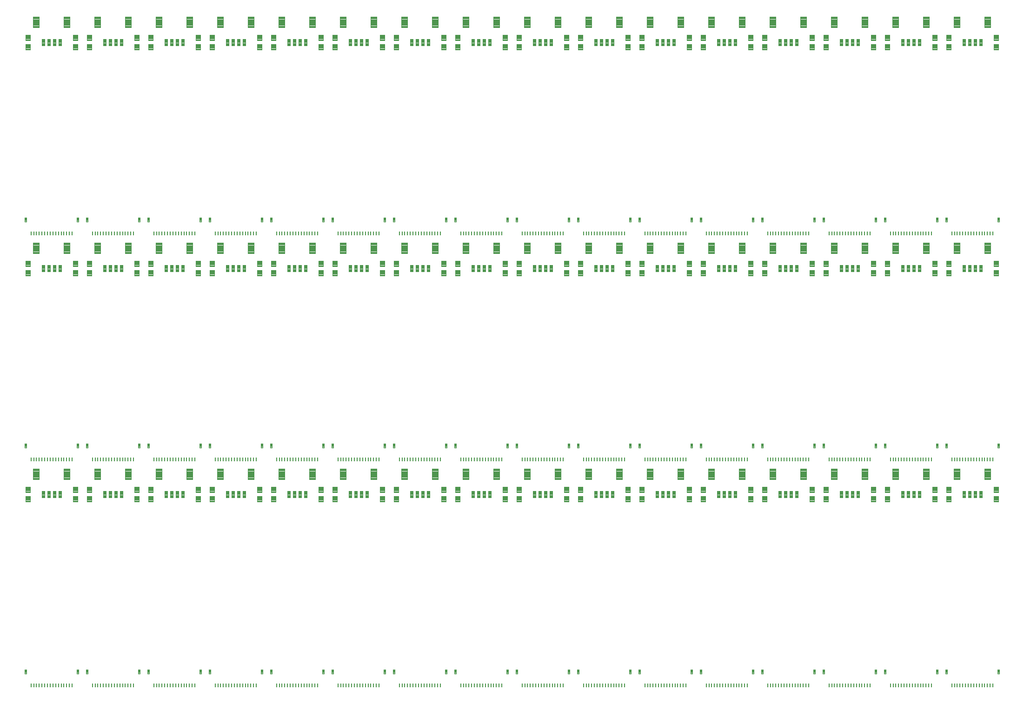
<source format=gtp>
G04 EAGLE Gerber RS-274X export*
G75*
%MOMM*%
%FSLAX34Y34*%
%LPD*%
%INSolderpaste Top*%
%IPPOS*%
%AMOC8*
5,1,8,0,0,1.08239X$1,22.5*%
G01*
%ADD10C,0.100000*%
%ADD11R,0.250000X0.650000*%
%ADD12C,0.096000*%
%ADD13C,0.102000*%


D10*
X99340Y35955D02*
X102340Y35955D01*
X102340Y28955D01*
X99340Y28955D01*
X99340Y35955D01*
X99340Y29905D02*
X102340Y29905D01*
X102340Y30855D02*
X99340Y30855D01*
X99340Y31805D02*
X102340Y31805D01*
X102340Y32755D02*
X99340Y32755D01*
X99340Y33705D02*
X102340Y33705D01*
X102340Y34655D02*
X99340Y34655D01*
X99340Y35605D02*
X102340Y35605D01*
D11*
X90840Y7455D03*
X85840Y7455D03*
D10*
X7340Y35955D02*
X4340Y35955D01*
X7340Y35955D02*
X7340Y28955D01*
X4340Y28955D01*
X4340Y35955D01*
X4340Y29905D02*
X7340Y29905D01*
X7340Y30855D02*
X4340Y30855D01*
X4340Y31805D02*
X7340Y31805D01*
X7340Y32755D02*
X4340Y32755D01*
X4340Y33705D02*
X7340Y33705D01*
X7340Y34655D02*
X4340Y34655D01*
X4340Y35605D02*
X7340Y35605D01*
D11*
X80840Y7455D03*
X75840Y7455D03*
X70840Y7455D03*
X65840Y7455D03*
X60840Y7455D03*
X55840Y7455D03*
X50840Y7455D03*
X45840Y7455D03*
X40840Y7455D03*
X35840Y7455D03*
X30840Y7455D03*
X25840Y7455D03*
X20840Y7455D03*
X15840Y7455D03*
D12*
X75820Y401870D02*
X86860Y401870D01*
X86860Y382830D01*
X75820Y382830D01*
X75820Y401870D01*
X75820Y383742D02*
X86860Y383742D01*
X86860Y384654D02*
X75820Y384654D01*
X75820Y385566D02*
X86860Y385566D01*
X86860Y386478D02*
X75820Y386478D01*
X75820Y387390D02*
X86860Y387390D01*
X86860Y388302D02*
X75820Y388302D01*
X75820Y389214D02*
X86860Y389214D01*
X86860Y390126D02*
X75820Y390126D01*
X75820Y391038D02*
X86860Y391038D01*
X86860Y391950D02*
X75820Y391950D01*
X75820Y392862D02*
X86860Y392862D01*
X86860Y393774D02*
X75820Y393774D01*
X75820Y394686D02*
X86860Y394686D01*
X86860Y395598D02*
X75820Y395598D01*
X75820Y396510D02*
X86860Y396510D01*
X86860Y397422D02*
X75820Y397422D01*
X75820Y398334D02*
X86860Y398334D01*
X86860Y399246D02*
X75820Y399246D01*
X75820Y400158D02*
X86860Y400158D01*
X86860Y401070D02*
X75820Y401070D01*
X30860Y401870D02*
X19820Y401870D01*
X30860Y401870D02*
X30860Y382830D01*
X19820Y382830D01*
X19820Y401870D01*
X19820Y383742D02*
X30860Y383742D01*
X30860Y384654D02*
X19820Y384654D01*
X19820Y385566D02*
X30860Y385566D01*
X30860Y386478D02*
X19820Y386478D01*
X19820Y387390D02*
X30860Y387390D01*
X30860Y388302D02*
X19820Y388302D01*
X19820Y389214D02*
X30860Y389214D01*
X30860Y390126D02*
X19820Y390126D01*
X19820Y391038D02*
X30860Y391038D01*
X30860Y391950D02*
X19820Y391950D01*
X19820Y392862D02*
X30860Y392862D01*
X30860Y393774D02*
X19820Y393774D01*
X19820Y394686D02*
X30860Y394686D01*
X30860Y395598D02*
X19820Y395598D01*
X19820Y396510D02*
X30860Y396510D01*
X30860Y397422D02*
X19820Y397422D01*
X19820Y398334D02*
X30860Y398334D01*
X30860Y399246D02*
X19820Y399246D01*
X19820Y400158D02*
X30860Y400158D01*
X30860Y401070D02*
X19820Y401070D01*
D13*
X65850Y361840D02*
X70830Y361840D01*
X70830Y349360D01*
X65850Y349360D01*
X65850Y361840D01*
X65850Y350329D02*
X70830Y350329D01*
X70830Y351298D02*
X65850Y351298D01*
X65850Y352267D02*
X70830Y352267D01*
X70830Y353236D02*
X65850Y353236D01*
X65850Y354205D02*
X70830Y354205D01*
X70830Y355174D02*
X65850Y355174D01*
X65850Y356143D02*
X70830Y356143D01*
X70830Y357112D02*
X65850Y357112D01*
X65850Y358081D02*
X70830Y358081D01*
X70830Y359050D02*
X65850Y359050D01*
X65850Y360019D02*
X70830Y360019D01*
X70830Y360988D02*
X65850Y360988D01*
X60830Y361840D02*
X55850Y361840D01*
X60830Y361840D02*
X60830Y349360D01*
X55850Y349360D01*
X55850Y361840D01*
X55850Y350329D02*
X60830Y350329D01*
X60830Y351298D02*
X55850Y351298D01*
X55850Y352267D02*
X60830Y352267D01*
X60830Y353236D02*
X55850Y353236D01*
X55850Y354205D02*
X60830Y354205D01*
X60830Y355174D02*
X55850Y355174D01*
X55850Y356143D02*
X60830Y356143D01*
X60830Y357112D02*
X55850Y357112D01*
X55850Y358081D02*
X60830Y358081D01*
X60830Y359050D02*
X55850Y359050D01*
X55850Y360019D02*
X60830Y360019D01*
X60830Y360988D02*
X55850Y360988D01*
X50830Y361840D02*
X45850Y361840D01*
X50830Y361840D02*
X50830Y349360D01*
X45850Y349360D01*
X45850Y361840D01*
X45850Y350329D02*
X50830Y350329D01*
X50830Y351298D02*
X45850Y351298D01*
X45850Y352267D02*
X50830Y352267D01*
X50830Y353236D02*
X45850Y353236D01*
X45850Y354205D02*
X50830Y354205D01*
X50830Y355174D02*
X45850Y355174D01*
X45850Y356143D02*
X50830Y356143D01*
X50830Y357112D02*
X45850Y357112D01*
X45850Y358081D02*
X50830Y358081D01*
X50830Y359050D02*
X45850Y359050D01*
X45850Y360019D02*
X50830Y360019D01*
X50830Y360988D02*
X45850Y360988D01*
X40830Y361840D02*
X35850Y361840D01*
X40830Y361840D02*
X40830Y349360D01*
X35850Y349360D01*
X35850Y361840D01*
X35850Y350329D02*
X40830Y350329D01*
X40830Y351298D02*
X35850Y351298D01*
X35850Y352267D02*
X40830Y352267D01*
X40830Y353236D02*
X35850Y353236D01*
X35850Y354205D02*
X40830Y354205D01*
X40830Y355174D02*
X35850Y355174D01*
X35850Y356143D02*
X40830Y356143D01*
X40830Y357112D02*
X35850Y357112D01*
X35850Y358081D02*
X40830Y358081D01*
X40830Y359050D02*
X35850Y359050D01*
X35850Y360019D02*
X40830Y360019D01*
X40830Y360988D02*
X35850Y360988D01*
D10*
X5660Y359100D02*
X5660Y369100D01*
X14660Y369100D01*
X14660Y359100D01*
X5660Y359100D01*
X5660Y360050D02*
X14660Y360050D01*
X14660Y361000D02*
X5660Y361000D01*
X5660Y361950D02*
X14660Y361950D01*
X14660Y362900D02*
X5660Y362900D01*
X5660Y363850D02*
X14660Y363850D01*
X14660Y364800D02*
X5660Y364800D01*
X5660Y365750D02*
X14660Y365750D01*
X14660Y366700D02*
X5660Y366700D01*
X5660Y367650D02*
X14660Y367650D01*
X14660Y368600D02*
X5660Y368600D01*
X5660Y352100D02*
X5660Y342100D01*
X5660Y352100D02*
X14660Y352100D01*
X14660Y342100D01*
X5660Y342100D01*
X5660Y343050D02*
X14660Y343050D01*
X14660Y344000D02*
X5660Y344000D01*
X5660Y344950D02*
X14660Y344950D01*
X14660Y345900D02*
X5660Y345900D01*
X5660Y346850D02*
X14660Y346850D01*
X14660Y347800D02*
X5660Y347800D01*
X5660Y348750D02*
X14660Y348750D01*
X14660Y349700D02*
X5660Y349700D01*
X5660Y350650D02*
X14660Y350650D01*
X14660Y351600D02*
X5660Y351600D01*
X92020Y359100D02*
X92020Y369100D01*
X101020Y369100D01*
X101020Y359100D01*
X92020Y359100D01*
X92020Y360050D02*
X101020Y360050D01*
X101020Y361000D02*
X92020Y361000D01*
X92020Y361950D02*
X101020Y361950D01*
X101020Y362900D02*
X92020Y362900D01*
X92020Y363850D02*
X101020Y363850D01*
X101020Y364800D02*
X92020Y364800D01*
X92020Y365750D02*
X101020Y365750D01*
X101020Y366700D02*
X92020Y366700D01*
X92020Y367650D02*
X101020Y367650D01*
X101020Y368600D02*
X92020Y368600D01*
X92020Y352100D02*
X92020Y342100D01*
X92020Y352100D02*
X101020Y352100D01*
X101020Y342100D01*
X92020Y342100D01*
X92020Y343050D02*
X101020Y343050D01*
X101020Y344000D02*
X92020Y344000D01*
X92020Y344950D02*
X101020Y344950D01*
X101020Y345900D02*
X92020Y345900D01*
X92020Y346850D02*
X101020Y346850D01*
X101020Y347800D02*
X92020Y347800D01*
X92020Y348750D02*
X101020Y348750D01*
X101020Y349700D02*
X92020Y349700D01*
X92020Y350650D02*
X101020Y350650D01*
X101020Y351600D02*
X92020Y351600D01*
X211100Y35955D02*
X214100Y35955D01*
X214100Y28955D01*
X211100Y28955D01*
X211100Y35955D01*
X211100Y29905D02*
X214100Y29905D01*
X214100Y30855D02*
X211100Y30855D01*
X211100Y31805D02*
X214100Y31805D01*
X214100Y32755D02*
X211100Y32755D01*
X211100Y33705D02*
X214100Y33705D01*
X214100Y34655D02*
X211100Y34655D01*
X211100Y35605D02*
X214100Y35605D01*
D11*
X202600Y7455D03*
X197600Y7455D03*
D10*
X119100Y35955D02*
X116100Y35955D01*
X119100Y35955D02*
X119100Y28955D01*
X116100Y28955D01*
X116100Y35955D01*
X116100Y29905D02*
X119100Y29905D01*
X119100Y30855D02*
X116100Y30855D01*
X116100Y31805D02*
X119100Y31805D01*
X119100Y32755D02*
X116100Y32755D01*
X116100Y33705D02*
X119100Y33705D01*
X119100Y34655D02*
X116100Y34655D01*
X116100Y35605D02*
X119100Y35605D01*
D11*
X192600Y7455D03*
X187600Y7455D03*
X182600Y7455D03*
X177600Y7455D03*
X172600Y7455D03*
X167600Y7455D03*
X162600Y7455D03*
X157600Y7455D03*
X152600Y7455D03*
X147600Y7455D03*
X142600Y7455D03*
X137600Y7455D03*
X132600Y7455D03*
X127600Y7455D03*
D12*
X187580Y401870D02*
X198620Y401870D01*
X198620Y382830D01*
X187580Y382830D01*
X187580Y401870D01*
X187580Y383742D02*
X198620Y383742D01*
X198620Y384654D02*
X187580Y384654D01*
X187580Y385566D02*
X198620Y385566D01*
X198620Y386478D02*
X187580Y386478D01*
X187580Y387390D02*
X198620Y387390D01*
X198620Y388302D02*
X187580Y388302D01*
X187580Y389214D02*
X198620Y389214D01*
X198620Y390126D02*
X187580Y390126D01*
X187580Y391038D02*
X198620Y391038D01*
X198620Y391950D02*
X187580Y391950D01*
X187580Y392862D02*
X198620Y392862D01*
X198620Y393774D02*
X187580Y393774D01*
X187580Y394686D02*
X198620Y394686D01*
X198620Y395598D02*
X187580Y395598D01*
X187580Y396510D02*
X198620Y396510D01*
X198620Y397422D02*
X187580Y397422D01*
X187580Y398334D02*
X198620Y398334D01*
X198620Y399246D02*
X187580Y399246D01*
X187580Y400158D02*
X198620Y400158D01*
X198620Y401070D02*
X187580Y401070D01*
X142620Y401870D02*
X131580Y401870D01*
X142620Y401870D02*
X142620Y382830D01*
X131580Y382830D01*
X131580Y401870D01*
X131580Y383742D02*
X142620Y383742D01*
X142620Y384654D02*
X131580Y384654D01*
X131580Y385566D02*
X142620Y385566D01*
X142620Y386478D02*
X131580Y386478D01*
X131580Y387390D02*
X142620Y387390D01*
X142620Y388302D02*
X131580Y388302D01*
X131580Y389214D02*
X142620Y389214D01*
X142620Y390126D02*
X131580Y390126D01*
X131580Y391038D02*
X142620Y391038D01*
X142620Y391950D02*
X131580Y391950D01*
X131580Y392862D02*
X142620Y392862D01*
X142620Y393774D02*
X131580Y393774D01*
X131580Y394686D02*
X142620Y394686D01*
X142620Y395598D02*
X131580Y395598D01*
X131580Y396510D02*
X142620Y396510D01*
X142620Y397422D02*
X131580Y397422D01*
X131580Y398334D02*
X142620Y398334D01*
X142620Y399246D02*
X131580Y399246D01*
X131580Y400158D02*
X142620Y400158D01*
X142620Y401070D02*
X131580Y401070D01*
D13*
X177610Y361840D02*
X182590Y361840D01*
X182590Y349360D01*
X177610Y349360D01*
X177610Y361840D01*
X177610Y350329D02*
X182590Y350329D01*
X182590Y351298D02*
X177610Y351298D01*
X177610Y352267D02*
X182590Y352267D01*
X182590Y353236D02*
X177610Y353236D01*
X177610Y354205D02*
X182590Y354205D01*
X182590Y355174D02*
X177610Y355174D01*
X177610Y356143D02*
X182590Y356143D01*
X182590Y357112D02*
X177610Y357112D01*
X177610Y358081D02*
X182590Y358081D01*
X182590Y359050D02*
X177610Y359050D01*
X177610Y360019D02*
X182590Y360019D01*
X182590Y360988D02*
X177610Y360988D01*
X172590Y361840D02*
X167610Y361840D01*
X172590Y361840D02*
X172590Y349360D01*
X167610Y349360D01*
X167610Y361840D01*
X167610Y350329D02*
X172590Y350329D01*
X172590Y351298D02*
X167610Y351298D01*
X167610Y352267D02*
X172590Y352267D01*
X172590Y353236D02*
X167610Y353236D01*
X167610Y354205D02*
X172590Y354205D01*
X172590Y355174D02*
X167610Y355174D01*
X167610Y356143D02*
X172590Y356143D01*
X172590Y357112D02*
X167610Y357112D01*
X167610Y358081D02*
X172590Y358081D01*
X172590Y359050D02*
X167610Y359050D01*
X167610Y360019D02*
X172590Y360019D01*
X172590Y360988D02*
X167610Y360988D01*
X162590Y361840D02*
X157610Y361840D01*
X162590Y361840D02*
X162590Y349360D01*
X157610Y349360D01*
X157610Y361840D01*
X157610Y350329D02*
X162590Y350329D01*
X162590Y351298D02*
X157610Y351298D01*
X157610Y352267D02*
X162590Y352267D01*
X162590Y353236D02*
X157610Y353236D01*
X157610Y354205D02*
X162590Y354205D01*
X162590Y355174D02*
X157610Y355174D01*
X157610Y356143D02*
X162590Y356143D01*
X162590Y357112D02*
X157610Y357112D01*
X157610Y358081D02*
X162590Y358081D01*
X162590Y359050D02*
X157610Y359050D01*
X157610Y360019D02*
X162590Y360019D01*
X162590Y360988D02*
X157610Y360988D01*
X152590Y361840D02*
X147610Y361840D01*
X152590Y361840D02*
X152590Y349360D01*
X147610Y349360D01*
X147610Y361840D01*
X147610Y350329D02*
X152590Y350329D01*
X152590Y351298D02*
X147610Y351298D01*
X147610Y352267D02*
X152590Y352267D01*
X152590Y353236D02*
X147610Y353236D01*
X147610Y354205D02*
X152590Y354205D01*
X152590Y355174D02*
X147610Y355174D01*
X147610Y356143D02*
X152590Y356143D01*
X152590Y357112D02*
X147610Y357112D01*
X147610Y358081D02*
X152590Y358081D01*
X152590Y359050D02*
X147610Y359050D01*
X147610Y360019D02*
X152590Y360019D01*
X152590Y360988D02*
X147610Y360988D01*
D10*
X117420Y359100D02*
X117420Y369100D01*
X126420Y369100D01*
X126420Y359100D01*
X117420Y359100D01*
X117420Y360050D02*
X126420Y360050D01*
X126420Y361000D02*
X117420Y361000D01*
X117420Y361950D02*
X126420Y361950D01*
X126420Y362900D02*
X117420Y362900D01*
X117420Y363850D02*
X126420Y363850D01*
X126420Y364800D02*
X117420Y364800D01*
X117420Y365750D02*
X126420Y365750D01*
X126420Y366700D02*
X117420Y366700D01*
X117420Y367650D02*
X126420Y367650D01*
X126420Y368600D02*
X117420Y368600D01*
X117420Y352100D02*
X117420Y342100D01*
X117420Y352100D02*
X126420Y352100D01*
X126420Y342100D01*
X117420Y342100D01*
X117420Y343050D02*
X126420Y343050D01*
X126420Y344000D02*
X117420Y344000D01*
X117420Y344950D02*
X126420Y344950D01*
X126420Y345900D02*
X117420Y345900D01*
X117420Y346850D02*
X126420Y346850D01*
X126420Y347800D02*
X117420Y347800D01*
X117420Y348750D02*
X126420Y348750D01*
X126420Y349700D02*
X117420Y349700D01*
X117420Y350650D02*
X126420Y350650D01*
X126420Y351600D02*
X117420Y351600D01*
X203780Y359100D02*
X203780Y369100D01*
X212780Y369100D01*
X212780Y359100D01*
X203780Y359100D01*
X203780Y360050D02*
X212780Y360050D01*
X212780Y361000D02*
X203780Y361000D01*
X203780Y361950D02*
X212780Y361950D01*
X212780Y362900D02*
X203780Y362900D01*
X203780Y363850D02*
X212780Y363850D01*
X212780Y364800D02*
X203780Y364800D01*
X203780Y365750D02*
X212780Y365750D01*
X212780Y366700D02*
X203780Y366700D01*
X203780Y367650D02*
X212780Y367650D01*
X212780Y368600D02*
X203780Y368600D01*
X203780Y352100D02*
X203780Y342100D01*
X203780Y352100D02*
X212780Y352100D01*
X212780Y342100D01*
X203780Y342100D01*
X203780Y343050D02*
X212780Y343050D01*
X212780Y344000D02*
X203780Y344000D01*
X203780Y344950D02*
X212780Y344950D01*
X212780Y345900D02*
X203780Y345900D01*
X203780Y346850D02*
X212780Y346850D01*
X212780Y347800D02*
X203780Y347800D01*
X203780Y348750D02*
X212780Y348750D01*
X212780Y349700D02*
X203780Y349700D01*
X203780Y350650D02*
X212780Y350650D01*
X212780Y351600D02*
X203780Y351600D01*
X322860Y35955D02*
X325860Y35955D01*
X325860Y28955D01*
X322860Y28955D01*
X322860Y35955D01*
X322860Y29905D02*
X325860Y29905D01*
X325860Y30855D02*
X322860Y30855D01*
X322860Y31805D02*
X325860Y31805D01*
X325860Y32755D02*
X322860Y32755D01*
X322860Y33705D02*
X325860Y33705D01*
X325860Y34655D02*
X322860Y34655D01*
X322860Y35605D02*
X325860Y35605D01*
D11*
X314360Y7455D03*
X309360Y7455D03*
D10*
X230860Y35955D02*
X227860Y35955D01*
X230860Y35955D02*
X230860Y28955D01*
X227860Y28955D01*
X227860Y35955D01*
X227860Y29905D02*
X230860Y29905D01*
X230860Y30855D02*
X227860Y30855D01*
X227860Y31805D02*
X230860Y31805D01*
X230860Y32755D02*
X227860Y32755D01*
X227860Y33705D02*
X230860Y33705D01*
X230860Y34655D02*
X227860Y34655D01*
X227860Y35605D02*
X230860Y35605D01*
D11*
X304360Y7455D03*
X299360Y7455D03*
X294360Y7455D03*
X289360Y7455D03*
X284360Y7455D03*
X279360Y7455D03*
X274360Y7455D03*
X269360Y7455D03*
X264360Y7455D03*
X259360Y7455D03*
X254360Y7455D03*
X249360Y7455D03*
X244360Y7455D03*
X239360Y7455D03*
D12*
X299340Y401870D02*
X310380Y401870D01*
X310380Y382830D01*
X299340Y382830D01*
X299340Y401870D01*
X299340Y383742D02*
X310380Y383742D01*
X310380Y384654D02*
X299340Y384654D01*
X299340Y385566D02*
X310380Y385566D01*
X310380Y386478D02*
X299340Y386478D01*
X299340Y387390D02*
X310380Y387390D01*
X310380Y388302D02*
X299340Y388302D01*
X299340Y389214D02*
X310380Y389214D01*
X310380Y390126D02*
X299340Y390126D01*
X299340Y391038D02*
X310380Y391038D01*
X310380Y391950D02*
X299340Y391950D01*
X299340Y392862D02*
X310380Y392862D01*
X310380Y393774D02*
X299340Y393774D01*
X299340Y394686D02*
X310380Y394686D01*
X310380Y395598D02*
X299340Y395598D01*
X299340Y396510D02*
X310380Y396510D01*
X310380Y397422D02*
X299340Y397422D01*
X299340Y398334D02*
X310380Y398334D01*
X310380Y399246D02*
X299340Y399246D01*
X299340Y400158D02*
X310380Y400158D01*
X310380Y401070D02*
X299340Y401070D01*
X254380Y401870D02*
X243340Y401870D01*
X254380Y401870D02*
X254380Y382830D01*
X243340Y382830D01*
X243340Y401870D01*
X243340Y383742D02*
X254380Y383742D01*
X254380Y384654D02*
X243340Y384654D01*
X243340Y385566D02*
X254380Y385566D01*
X254380Y386478D02*
X243340Y386478D01*
X243340Y387390D02*
X254380Y387390D01*
X254380Y388302D02*
X243340Y388302D01*
X243340Y389214D02*
X254380Y389214D01*
X254380Y390126D02*
X243340Y390126D01*
X243340Y391038D02*
X254380Y391038D01*
X254380Y391950D02*
X243340Y391950D01*
X243340Y392862D02*
X254380Y392862D01*
X254380Y393774D02*
X243340Y393774D01*
X243340Y394686D02*
X254380Y394686D01*
X254380Y395598D02*
X243340Y395598D01*
X243340Y396510D02*
X254380Y396510D01*
X254380Y397422D02*
X243340Y397422D01*
X243340Y398334D02*
X254380Y398334D01*
X254380Y399246D02*
X243340Y399246D01*
X243340Y400158D02*
X254380Y400158D01*
X254380Y401070D02*
X243340Y401070D01*
D13*
X289370Y361840D02*
X294350Y361840D01*
X294350Y349360D01*
X289370Y349360D01*
X289370Y361840D01*
X289370Y350329D02*
X294350Y350329D01*
X294350Y351298D02*
X289370Y351298D01*
X289370Y352267D02*
X294350Y352267D01*
X294350Y353236D02*
X289370Y353236D01*
X289370Y354205D02*
X294350Y354205D01*
X294350Y355174D02*
X289370Y355174D01*
X289370Y356143D02*
X294350Y356143D01*
X294350Y357112D02*
X289370Y357112D01*
X289370Y358081D02*
X294350Y358081D01*
X294350Y359050D02*
X289370Y359050D01*
X289370Y360019D02*
X294350Y360019D01*
X294350Y360988D02*
X289370Y360988D01*
X284350Y361840D02*
X279370Y361840D01*
X284350Y361840D02*
X284350Y349360D01*
X279370Y349360D01*
X279370Y361840D01*
X279370Y350329D02*
X284350Y350329D01*
X284350Y351298D02*
X279370Y351298D01*
X279370Y352267D02*
X284350Y352267D01*
X284350Y353236D02*
X279370Y353236D01*
X279370Y354205D02*
X284350Y354205D01*
X284350Y355174D02*
X279370Y355174D01*
X279370Y356143D02*
X284350Y356143D01*
X284350Y357112D02*
X279370Y357112D01*
X279370Y358081D02*
X284350Y358081D01*
X284350Y359050D02*
X279370Y359050D01*
X279370Y360019D02*
X284350Y360019D01*
X284350Y360988D02*
X279370Y360988D01*
X274350Y361840D02*
X269370Y361840D01*
X274350Y361840D02*
X274350Y349360D01*
X269370Y349360D01*
X269370Y361840D01*
X269370Y350329D02*
X274350Y350329D01*
X274350Y351298D02*
X269370Y351298D01*
X269370Y352267D02*
X274350Y352267D01*
X274350Y353236D02*
X269370Y353236D01*
X269370Y354205D02*
X274350Y354205D01*
X274350Y355174D02*
X269370Y355174D01*
X269370Y356143D02*
X274350Y356143D01*
X274350Y357112D02*
X269370Y357112D01*
X269370Y358081D02*
X274350Y358081D01*
X274350Y359050D02*
X269370Y359050D01*
X269370Y360019D02*
X274350Y360019D01*
X274350Y360988D02*
X269370Y360988D01*
X264350Y361840D02*
X259370Y361840D01*
X264350Y361840D02*
X264350Y349360D01*
X259370Y349360D01*
X259370Y361840D01*
X259370Y350329D02*
X264350Y350329D01*
X264350Y351298D02*
X259370Y351298D01*
X259370Y352267D02*
X264350Y352267D01*
X264350Y353236D02*
X259370Y353236D01*
X259370Y354205D02*
X264350Y354205D01*
X264350Y355174D02*
X259370Y355174D01*
X259370Y356143D02*
X264350Y356143D01*
X264350Y357112D02*
X259370Y357112D01*
X259370Y358081D02*
X264350Y358081D01*
X264350Y359050D02*
X259370Y359050D01*
X259370Y360019D02*
X264350Y360019D01*
X264350Y360988D02*
X259370Y360988D01*
D10*
X229180Y359100D02*
X229180Y369100D01*
X238180Y369100D01*
X238180Y359100D01*
X229180Y359100D01*
X229180Y360050D02*
X238180Y360050D01*
X238180Y361000D02*
X229180Y361000D01*
X229180Y361950D02*
X238180Y361950D01*
X238180Y362900D02*
X229180Y362900D01*
X229180Y363850D02*
X238180Y363850D01*
X238180Y364800D02*
X229180Y364800D01*
X229180Y365750D02*
X238180Y365750D01*
X238180Y366700D02*
X229180Y366700D01*
X229180Y367650D02*
X238180Y367650D01*
X238180Y368600D02*
X229180Y368600D01*
X229180Y352100D02*
X229180Y342100D01*
X229180Y352100D02*
X238180Y352100D01*
X238180Y342100D01*
X229180Y342100D01*
X229180Y343050D02*
X238180Y343050D01*
X238180Y344000D02*
X229180Y344000D01*
X229180Y344950D02*
X238180Y344950D01*
X238180Y345900D02*
X229180Y345900D01*
X229180Y346850D02*
X238180Y346850D01*
X238180Y347800D02*
X229180Y347800D01*
X229180Y348750D02*
X238180Y348750D01*
X238180Y349700D02*
X229180Y349700D01*
X229180Y350650D02*
X238180Y350650D01*
X238180Y351600D02*
X229180Y351600D01*
X315540Y359100D02*
X315540Y369100D01*
X324540Y369100D01*
X324540Y359100D01*
X315540Y359100D01*
X315540Y360050D02*
X324540Y360050D01*
X324540Y361000D02*
X315540Y361000D01*
X315540Y361950D02*
X324540Y361950D01*
X324540Y362900D02*
X315540Y362900D01*
X315540Y363850D02*
X324540Y363850D01*
X324540Y364800D02*
X315540Y364800D01*
X315540Y365750D02*
X324540Y365750D01*
X324540Y366700D02*
X315540Y366700D01*
X315540Y367650D02*
X324540Y367650D01*
X324540Y368600D02*
X315540Y368600D01*
X315540Y352100D02*
X315540Y342100D01*
X315540Y352100D02*
X324540Y352100D01*
X324540Y342100D01*
X315540Y342100D01*
X315540Y343050D02*
X324540Y343050D01*
X324540Y344000D02*
X315540Y344000D01*
X315540Y344950D02*
X324540Y344950D01*
X324540Y345900D02*
X315540Y345900D01*
X315540Y346850D02*
X324540Y346850D01*
X324540Y347800D02*
X315540Y347800D01*
X315540Y348750D02*
X324540Y348750D01*
X324540Y349700D02*
X315540Y349700D01*
X315540Y350650D02*
X324540Y350650D01*
X324540Y351600D02*
X315540Y351600D01*
X434620Y35955D02*
X437620Y35955D01*
X437620Y28955D01*
X434620Y28955D01*
X434620Y35955D01*
X434620Y29905D02*
X437620Y29905D01*
X437620Y30855D02*
X434620Y30855D01*
X434620Y31805D02*
X437620Y31805D01*
X437620Y32755D02*
X434620Y32755D01*
X434620Y33705D02*
X437620Y33705D01*
X437620Y34655D02*
X434620Y34655D01*
X434620Y35605D02*
X437620Y35605D01*
D11*
X426120Y7455D03*
X421120Y7455D03*
D10*
X342620Y35955D02*
X339620Y35955D01*
X342620Y35955D02*
X342620Y28955D01*
X339620Y28955D01*
X339620Y35955D01*
X339620Y29905D02*
X342620Y29905D01*
X342620Y30855D02*
X339620Y30855D01*
X339620Y31805D02*
X342620Y31805D01*
X342620Y32755D02*
X339620Y32755D01*
X339620Y33705D02*
X342620Y33705D01*
X342620Y34655D02*
X339620Y34655D01*
X339620Y35605D02*
X342620Y35605D01*
D11*
X416120Y7455D03*
X411120Y7455D03*
X406120Y7455D03*
X401120Y7455D03*
X396120Y7455D03*
X391120Y7455D03*
X386120Y7455D03*
X381120Y7455D03*
X376120Y7455D03*
X371120Y7455D03*
X366120Y7455D03*
X361120Y7455D03*
X356120Y7455D03*
X351120Y7455D03*
D12*
X411100Y401870D02*
X422140Y401870D01*
X422140Y382830D01*
X411100Y382830D01*
X411100Y401870D01*
X411100Y383742D02*
X422140Y383742D01*
X422140Y384654D02*
X411100Y384654D01*
X411100Y385566D02*
X422140Y385566D01*
X422140Y386478D02*
X411100Y386478D01*
X411100Y387390D02*
X422140Y387390D01*
X422140Y388302D02*
X411100Y388302D01*
X411100Y389214D02*
X422140Y389214D01*
X422140Y390126D02*
X411100Y390126D01*
X411100Y391038D02*
X422140Y391038D01*
X422140Y391950D02*
X411100Y391950D01*
X411100Y392862D02*
X422140Y392862D01*
X422140Y393774D02*
X411100Y393774D01*
X411100Y394686D02*
X422140Y394686D01*
X422140Y395598D02*
X411100Y395598D01*
X411100Y396510D02*
X422140Y396510D01*
X422140Y397422D02*
X411100Y397422D01*
X411100Y398334D02*
X422140Y398334D01*
X422140Y399246D02*
X411100Y399246D01*
X411100Y400158D02*
X422140Y400158D01*
X422140Y401070D02*
X411100Y401070D01*
X366140Y401870D02*
X355100Y401870D01*
X366140Y401870D02*
X366140Y382830D01*
X355100Y382830D01*
X355100Y401870D01*
X355100Y383742D02*
X366140Y383742D01*
X366140Y384654D02*
X355100Y384654D01*
X355100Y385566D02*
X366140Y385566D01*
X366140Y386478D02*
X355100Y386478D01*
X355100Y387390D02*
X366140Y387390D01*
X366140Y388302D02*
X355100Y388302D01*
X355100Y389214D02*
X366140Y389214D01*
X366140Y390126D02*
X355100Y390126D01*
X355100Y391038D02*
X366140Y391038D01*
X366140Y391950D02*
X355100Y391950D01*
X355100Y392862D02*
X366140Y392862D01*
X366140Y393774D02*
X355100Y393774D01*
X355100Y394686D02*
X366140Y394686D01*
X366140Y395598D02*
X355100Y395598D01*
X355100Y396510D02*
X366140Y396510D01*
X366140Y397422D02*
X355100Y397422D01*
X355100Y398334D02*
X366140Y398334D01*
X366140Y399246D02*
X355100Y399246D01*
X355100Y400158D02*
X366140Y400158D01*
X366140Y401070D02*
X355100Y401070D01*
D13*
X401130Y361840D02*
X406110Y361840D01*
X406110Y349360D01*
X401130Y349360D01*
X401130Y361840D01*
X401130Y350329D02*
X406110Y350329D01*
X406110Y351298D02*
X401130Y351298D01*
X401130Y352267D02*
X406110Y352267D01*
X406110Y353236D02*
X401130Y353236D01*
X401130Y354205D02*
X406110Y354205D01*
X406110Y355174D02*
X401130Y355174D01*
X401130Y356143D02*
X406110Y356143D01*
X406110Y357112D02*
X401130Y357112D01*
X401130Y358081D02*
X406110Y358081D01*
X406110Y359050D02*
X401130Y359050D01*
X401130Y360019D02*
X406110Y360019D01*
X406110Y360988D02*
X401130Y360988D01*
X396110Y361840D02*
X391130Y361840D01*
X396110Y361840D02*
X396110Y349360D01*
X391130Y349360D01*
X391130Y361840D01*
X391130Y350329D02*
X396110Y350329D01*
X396110Y351298D02*
X391130Y351298D01*
X391130Y352267D02*
X396110Y352267D01*
X396110Y353236D02*
X391130Y353236D01*
X391130Y354205D02*
X396110Y354205D01*
X396110Y355174D02*
X391130Y355174D01*
X391130Y356143D02*
X396110Y356143D01*
X396110Y357112D02*
X391130Y357112D01*
X391130Y358081D02*
X396110Y358081D01*
X396110Y359050D02*
X391130Y359050D01*
X391130Y360019D02*
X396110Y360019D01*
X396110Y360988D02*
X391130Y360988D01*
X386110Y361840D02*
X381130Y361840D01*
X386110Y361840D02*
X386110Y349360D01*
X381130Y349360D01*
X381130Y361840D01*
X381130Y350329D02*
X386110Y350329D01*
X386110Y351298D02*
X381130Y351298D01*
X381130Y352267D02*
X386110Y352267D01*
X386110Y353236D02*
X381130Y353236D01*
X381130Y354205D02*
X386110Y354205D01*
X386110Y355174D02*
X381130Y355174D01*
X381130Y356143D02*
X386110Y356143D01*
X386110Y357112D02*
X381130Y357112D01*
X381130Y358081D02*
X386110Y358081D01*
X386110Y359050D02*
X381130Y359050D01*
X381130Y360019D02*
X386110Y360019D01*
X386110Y360988D02*
X381130Y360988D01*
X376110Y361840D02*
X371130Y361840D01*
X376110Y361840D02*
X376110Y349360D01*
X371130Y349360D01*
X371130Y361840D01*
X371130Y350329D02*
X376110Y350329D01*
X376110Y351298D02*
X371130Y351298D01*
X371130Y352267D02*
X376110Y352267D01*
X376110Y353236D02*
X371130Y353236D01*
X371130Y354205D02*
X376110Y354205D01*
X376110Y355174D02*
X371130Y355174D01*
X371130Y356143D02*
X376110Y356143D01*
X376110Y357112D02*
X371130Y357112D01*
X371130Y358081D02*
X376110Y358081D01*
X376110Y359050D02*
X371130Y359050D01*
X371130Y360019D02*
X376110Y360019D01*
X376110Y360988D02*
X371130Y360988D01*
D10*
X340940Y359100D02*
X340940Y369100D01*
X349940Y369100D01*
X349940Y359100D01*
X340940Y359100D01*
X340940Y360050D02*
X349940Y360050D01*
X349940Y361000D02*
X340940Y361000D01*
X340940Y361950D02*
X349940Y361950D01*
X349940Y362900D02*
X340940Y362900D01*
X340940Y363850D02*
X349940Y363850D01*
X349940Y364800D02*
X340940Y364800D01*
X340940Y365750D02*
X349940Y365750D01*
X349940Y366700D02*
X340940Y366700D01*
X340940Y367650D02*
X349940Y367650D01*
X349940Y368600D02*
X340940Y368600D01*
X340940Y352100D02*
X340940Y342100D01*
X340940Y352100D02*
X349940Y352100D01*
X349940Y342100D01*
X340940Y342100D01*
X340940Y343050D02*
X349940Y343050D01*
X349940Y344000D02*
X340940Y344000D01*
X340940Y344950D02*
X349940Y344950D01*
X349940Y345900D02*
X340940Y345900D01*
X340940Y346850D02*
X349940Y346850D01*
X349940Y347800D02*
X340940Y347800D01*
X340940Y348750D02*
X349940Y348750D01*
X349940Y349700D02*
X340940Y349700D01*
X340940Y350650D02*
X349940Y350650D01*
X349940Y351600D02*
X340940Y351600D01*
X427300Y359100D02*
X427300Y369100D01*
X436300Y369100D01*
X436300Y359100D01*
X427300Y359100D01*
X427300Y360050D02*
X436300Y360050D01*
X436300Y361000D02*
X427300Y361000D01*
X427300Y361950D02*
X436300Y361950D01*
X436300Y362900D02*
X427300Y362900D01*
X427300Y363850D02*
X436300Y363850D01*
X436300Y364800D02*
X427300Y364800D01*
X427300Y365750D02*
X436300Y365750D01*
X436300Y366700D02*
X427300Y366700D01*
X427300Y367650D02*
X436300Y367650D01*
X436300Y368600D02*
X427300Y368600D01*
X427300Y352100D02*
X427300Y342100D01*
X427300Y352100D02*
X436300Y352100D01*
X436300Y342100D01*
X427300Y342100D01*
X427300Y343050D02*
X436300Y343050D01*
X436300Y344000D02*
X427300Y344000D01*
X427300Y344950D02*
X436300Y344950D01*
X436300Y345900D02*
X427300Y345900D01*
X427300Y346850D02*
X436300Y346850D01*
X436300Y347800D02*
X427300Y347800D01*
X427300Y348750D02*
X436300Y348750D01*
X436300Y349700D02*
X427300Y349700D01*
X427300Y350650D02*
X436300Y350650D01*
X436300Y351600D02*
X427300Y351600D01*
X546380Y35955D02*
X549380Y35955D01*
X549380Y28955D01*
X546380Y28955D01*
X546380Y35955D01*
X546380Y29905D02*
X549380Y29905D01*
X549380Y30855D02*
X546380Y30855D01*
X546380Y31805D02*
X549380Y31805D01*
X549380Y32755D02*
X546380Y32755D01*
X546380Y33705D02*
X549380Y33705D01*
X549380Y34655D02*
X546380Y34655D01*
X546380Y35605D02*
X549380Y35605D01*
D11*
X537880Y7455D03*
X532880Y7455D03*
D10*
X454380Y35955D02*
X451380Y35955D01*
X454380Y35955D02*
X454380Y28955D01*
X451380Y28955D01*
X451380Y35955D01*
X451380Y29905D02*
X454380Y29905D01*
X454380Y30855D02*
X451380Y30855D01*
X451380Y31805D02*
X454380Y31805D01*
X454380Y32755D02*
X451380Y32755D01*
X451380Y33705D02*
X454380Y33705D01*
X454380Y34655D02*
X451380Y34655D01*
X451380Y35605D02*
X454380Y35605D01*
D11*
X527880Y7455D03*
X522880Y7455D03*
X517880Y7455D03*
X512880Y7455D03*
X507880Y7455D03*
X502880Y7455D03*
X497880Y7455D03*
X492880Y7455D03*
X487880Y7455D03*
X482880Y7455D03*
X477880Y7455D03*
X472880Y7455D03*
X467880Y7455D03*
X462880Y7455D03*
D12*
X522860Y401870D02*
X533900Y401870D01*
X533900Y382830D01*
X522860Y382830D01*
X522860Y401870D01*
X522860Y383742D02*
X533900Y383742D01*
X533900Y384654D02*
X522860Y384654D01*
X522860Y385566D02*
X533900Y385566D01*
X533900Y386478D02*
X522860Y386478D01*
X522860Y387390D02*
X533900Y387390D01*
X533900Y388302D02*
X522860Y388302D01*
X522860Y389214D02*
X533900Y389214D01*
X533900Y390126D02*
X522860Y390126D01*
X522860Y391038D02*
X533900Y391038D01*
X533900Y391950D02*
X522860Y391950D01*
X522860Y392862D02*
X533900Y392862D01*
X533900Y393774D02*
X522860Y393774D01*
X522860Y394686D02*
X533900Y394686D01*
X533900Y395598D02*
X522860Y395598D01*
X522860Y396510D02*
X533900Y396510D01*
X533900Y397422D02*
X522860Y397422D01*
X522860Y398334D02*
X533900Y398334D01*
X533900Y399246D02*
X522860Y399246D01*
X522860Y400158D02*
X533900Y400158D01*
X533900Y401070D02*
X522860Y401070D01*
X477900Y401870D02*
X466860Y401870D01*
X477900Y401870D02*
X477900Y382830D01*
X466860Y382830D01*
X466860Y401870D01*
X466860Y383742D02*
X477900Y383742D01*
X477900Y384654D02*
X466860Y384654D01*
X466860Y385566D02*
X477900Y385566D01*
X477900Y386478D02*
X466860Y386478D01*
X466860Y387390D02*
X477900Y387390D01*
X477900Y388302D02*
X466860Y388302D01*
X466860Y389214D02*
X477900Y389214D01*
X477900Y390126D02*
X466860Y390126D01*
X466860Y391038D02*
X477900Y391038D01*
X477900Y391950D02*
X466860Y391950D01*
X466860Y392862D02*
X477900Y392862D01*
X477900Y393774D02*
X466860Y393774D01*
X466860Y394686D02*
X477900Y394686D01*
X477900Y395598D02*
X466860Y395598D01*
X466860Y396510D02*
X477900Y396510D01*
X477900Y397422D02*
X466860Y397422D01*
X466860Y398334D02*
X477900Y398334D01*
X477900Y399246D02*
X466860Y399246D01*
X466860Y400158D02*
X477900Y400158D01*
X477900Y401070D02*
X466860Y401070D01*
D13*
X512890Y361840D02*
X517870Y361840D01*
X517870Y349360D01*
X512890Y349360D01*
X512890Y361840D01*
X512890Y350329D02*
X517870Y350329D01*
X517870Y351298D02*
X512890Y351298D01*
X512890Y352267D02*
X517870Y352267D01*
X517870Y353236D02*
X512890Y353236D01*
X512890Y354205D02*
X517870Y354205D01*
X517870Y355174D02*
X512890Y355174D01*
X512890Y356143D02*
X517870Y356143D01*
X517870Y357112D02*
X512890Y357112D01*
X512890Y358081D02*
X517870Y358081D01*
X517870Y359050D02*
X512890Y359050D01*
X512890Y360019D02*
X517870Y360019D01*
X517870Y360988D02*
X512890Y360988D01*
X507870Y361840D02*
X502890Y361840D01*
X507870Y361840D02*
X507870Y349360D01*
X502890Y349360D01*
X502890Y361840D01*
X502890Y350329D02*
X507870Y350329D01*
X507870Y351298D02*
X502890Y351298D01*
X502890Y352267D02*
X507870Y352267D01*
X507870Y353236D02*
X502890Y353236D01*
X502890Y354205D02*
X507870Y354205D01*
X507870Y355174D02*
X502890Y355174D01*
X502890Y356143D02*
X507870Y356143D01*
X507870Y357112D02*
X502890Y357112D01*
X502890Y358081D02*
X507870Y358081D01*
X507870Y359050D02*
X502890Y359050D01*
X502890Y360019D02*
X507870Y360019D01*
X507870Y360988D02*
X502890Y360988D01*
X497870Y361840D02*
X492890Y361840D01*
X497870Y361840D02*
X497870Y349360D01*
X492890Y349360D01*
X492890Y361840D01*
X492890Y350329D02*
X497870Y350329D01*
X497870Y351298D02*
X492890Y351298D01*
X492890Y352267D02*
X497870Y352267D01*
X497870Y353236D02*
X492890Y353236D01*
X492890Y354205D02*
X497870Y354205D01*
X497870Y355174D02*
X492890Y355174D01*
X492890Y356143D02*
X497870Y356143D01*
X497870Y357112D02*
X492890Y357112D01*
X492890Y358081D02*
X497870Y358081D01*
X497870Y359050D02*
X492890Y359050D01*
X492890Y360019D02*
X497870Y360019D01*
X497870Y360988D02*
X492890Y360988D01*
X487870Y361840D02*
X482890Y361840D01*
X487870Y361840D02*
X487870Y349360D01*
X482890Y349360D01*
X482890Y361840D01*
X482890Y350329D02*
X487870Y350329D01*
X487870Y351298D02*
X482890Y351298D01*
X482890Y352267D02*
X487870Y352267D01*
X487870Y353236D02*
X482890Y353236D01*
X482890Y354205D02*
X487870Y354205D01*
X487870Y355174D02*
X482890Y355174D01*
X482890Y356143D02*
X487870Y356143D01*
X487870Y357112D02*
X482890Y357112D01*
X482890Y358081D02*
X487870Y358081D01*
X487870Y359050D02*
X482890Y359050D01*
X482890Y360019D02*
X487870Y360019D01*
X487870Y360988D02*
X482890Y360988D01*
D10*
X452700Y359100D02*
X452700Y369100D01*
X461700Y369100D01*
X461700Y359100D01*
X452700Y359100D01*
X452700Y360050D02*
X461700Y360050D01*
X461700Y361000D02*
X452700Y361000D01*
X452700Y361950D02*
X461700Y361950D01*
X461700Y362900D02*
X452700Y362900D01*
X452700Y363850D02*
X461700Y363850D01*
X461700Y364800D02*
X452700Y364800D01*
X452700Y365750D02*
X461700Y365750D01*
X461700Y366700D02*
X452700Y366700D01*
X452700Y367650D02*
X461700Y367650D01*
X461700Y368600D02*
X452700Y368600D01*
X452700Y352100D02*
X452700Y342100D01*
X452700Y352100D02*
X461700Y352100D01*
X461700Y342100D01*
X452700Y342100D01*
X452700Y343050D02*
X461700Y343050D01*
X461700Y344000D02*
X452700Y344000D01*
X452700Y344950D02*
X461700Y344950D01*
X461700Y345900D02*
X452700Y345900D01*
X452700Y346850D02*
X461700Y346850D01*
X461700Y347800D02*
X452700Y347800D01*
X452700Y348750D02*
X461700Y348750D01*
X461700Y349700D02*
X452700Y349700D01*
X452700Y350650D02*
X461700Y350650D01*
X461700Y351600D02*
X452700Y351600D01*
X539060Y359100D02*
X539060Y369100D01*
X548060Y369100D01*
X548060Y359100D01*
X539060Y359100D01*
X539060Y360050D02*
X548060Y360050D01*
X548060Y361000D02*
X539060Y361000D01*
X539060Y361950D02*
X548060Y361950D01*
X548060Y362900D02*
X539060Y362900D01*
X539060Y363850D02*
X548060Y363850D01*
X548060Y364800D02*
X539060Y364800D01*
X539060Y365750D02*
X548060Y365750D01*
X548060Y366700D02*
X539060Y366700D01*
X539060Y367650D02*
X548060Y367650D01*
X548060Y368600D02*
X539060Y368600D01*
X539060Y352100D02*
X539060Y342100D01*
X539060Y352100D02*
X548060Y352100D01*
X548060Y342100D01*
X539060Y342100D01*
X539060Y343050D02*
X548060Y343050D01*
X548060Y344000D02*
X539060Y344000D01*
X539060Y344950D02*
X548060Y344950D01*
X548060Y345900D02*
X539060Y345900D01*
X539060Y346850D02*
X548060Y346850D01*
X548060Y347800D02*
X539060Y347800D01*
X539060Y348750D02*
X548060Y348750D01*
X548060Y349700D02*
X539060Y349700D01*
X539060Y350650D02*
X548060Y350650D01*
X548060Y351600D02*
X539060Y351600D01*
X658140Y35955D02*
X661140Y35955D01*
X661140Y28955D01*
X658140Y28955D01*
X658140Y35955D01*
X658140Y29905D02*
X661140Y29905D01*
X661140Y30855D02*
X658140Y30855D01*
X658140Y31805D02*
X661140Y31805D01*
X661140Y32755D02*
X658140Y32755D01*
X658140Y33705D02*
X661140Y33705D01*
X661140Y34655D02*
X658140Y34655D01*
X658140Y35605D02*
X661140Y35605D01*
D11*
X649640Y7455D03*
X644640Y7455D03*
D10*
X566140Y35955D02*
X563140Y35955D01*
X566140Y35955D02*
X566140Y28955D01*
X563140Y28955D01*
X563140Y35955D01*
X563140Y29905D02*
X566140Y29905D01*
X566140Y30855D02*
X563140Y30855D01*
X563140Y31805D02*
X566140Y31805D01*
X566140Y32755D02*
X563140Y32755D01*
X563140Y33705D02*
X566140Y33705D01*
X566140Y34655D02*
X563140Y34655D01*
X563140Y35605D02*
X566140Y35605D01*
D11*
X639640Y7455D03*
X634640Y7455D03*
X629640Y7455D03*
X624640Y7455D03*
X619640Y7455D03*
X614640Y7455D03*
X609640Y7455D03*
X604640Y7455D03*
X599640Y7455D03*
X594640Y7455D03*
X589640Y7455D03*
X584640Y7455D03*
X579640Y7455D03*
X574640Y7455D03*
D12*
X634620Y401870D02*
X645660Y401870D01*
X645660Y382830D01*
X634620Y382830D01*
X634620Y401870D01*
X634620Y383742D02*
X645660Y383742D01*
X645660Y384654D02*
X634620Y384654D01*
X634620Y385566D02*
X645660Y385566D01*
X645660Y386478D02*
X634620Y386478D01*
X634620Y387390D02*
X645660Y387390D01*
X645660Y388302D02*
X634620Y388302D01*
X634620Y389214D02*
X645660Y389214D01*
X645660Y390126D02*
X634620Y390126D01*
X634620Y391038D02*
X645660Y391038D01*
X645660Y391950D02*
X634620Y391950D01*
X634620Y392862D02*
X645660Y392862D01*
X645660Y393774D02*
X634620Y393774D01*
X634620Y394686D02*
X645660Y394686D01*
X645660Y395598D02*
X634620Y395598D01*
X634620Y396510D02*
X645660Y396510D01*
X645660Y397422D02*
X634620Y397422D01*
X634620Y398334D02*
X645660Y398334D01*
X645660Y399246D02*
X634620Y399246D01*
X634620Y400158D02*
X645660Y400158D01*
X645660Y401070D02*
X634620Y401070D01*
X589660Y401870D02*
X578620Y401870D01*
X589660Y401870D02*
X589660Y382830D01*
X578620Y382830D01*
X578620Y401870D01*
X578620Y383742D02*
X589660Y383742D01*
X589660Y384654D02*
X578620Y384654D01*
X578620Y385566D02*
X589660Y385566D01*
X589660Y386478D02*
X578620Y386478D01*
X578620Y387390D02*
X589660Y387390D01*
X589660Y388302D02*
X578620Y388302D01*
X578620Y389214D02*
X589660Y389214D01*
X589660Y390126D02*
X578620Y390126D01*
X578620Y391038D02*
X589660Y391038D01*
X589660Y391950D02*
X578620Y391950D01*
X578620Y392862D02*
X589660Y392862D01*
X589660Y393774D02*
X578620Y393774D01*
X578620Y394686D02*
X589660Y394686D01*
X589660Y395598D02*
X578620Y395598D01*
X578620Y396510D02*
X589660Y396510D01*
X589660Y397422D02*
X578620Y397422D01*
X578620Y398334D02*
X589660Y398334D01*
X589660Y399246D02*
X578620Y399246D01*
X578620Y400158D02*
X589660Y400158D01*
X589660Y401070D02*
X578620Y401070D01*
D13*
X624650Y361840D02*
X629630Y361840D01*
X629630Y349360D01*
X624650Y349360D01*
X624650Y361840D01*
X624650Y350329D02*
X629630Y350329D01*
X629630Y351298D02*
X624650Y351298D01*
X624650Y352267D02*
X629630Y352267D01*
X629630Y353236D02*
X624650Y353236D01*
X624650Y354205D02*
X629630Y354205D01*
X629630Y355174D02*
X624650Y355174D01*
X624650Y356143D02*
X629630Y356143D01*
X629630Y357112D02*
X624650Y357112D01*
X624650Y358081D02*
X629630Y358081D01*
X629630Y359050D02*
X624650Y359050D01*
X624650Y360019D02*
X629630Y360019D01*
X629630Y360988D02*
X624650Y360988D01*
X619630Y361840D02*
X614650Y361840D01*
X619630Y361840D02*
X619630Y349360D01*
X614650Y349360D01*
X614650Y361840D01*
X614650Y350329D02*
X619630Y350329D01*
X619630Y351298D02*
X614650Y351298D01*
X614650Y352267D02*
X619630Y352267D01*
X619630Y353236D02*
X614650Y353236D01*
X614650Y354205D02*
X619630Y354205D01*
X619630Y355174D02*
X614650Y355174D01*
X614650Y356143D02*
X619630Y356143D01*
X619630Y357112D02*
X614650Y357112D01*
X614650Y358081D02*
X619630Y358081D01*
X619630Y359050D02*
X614650Y359050D01*
X614650Y360019D02*
X619630Y360019D01*
X619630Y360988D02*
X614650Y360988D01*
X609630Y361840D02*
X604650Y361840D01*
X609630Y361840D02*
X609630Y349360D01*
X604650Y349360D01*
X604650Y361840D01*
X604650Y350329D02*
X609630Y350329D01*
X609630Y351298D02*
X604650Y351298D01*
X604650Y352267D02*
X609630Y352267D01*
X609630Y353236D02*
X604650Y353236D01*
X604650Y354205D02*
X609630Y354205D01*
X609630Y355174D02*
X604650Y355174D01*
X604650Y356143D02*
X609630Y356143D01*
X609630Y357112D02*
X604650Y357112D01*
X604650Y358081D02*
X609630Y358081D01*
X609630Y359050D02*
X604650Y359050D01*
X604650Y360019D02*
X609630Y360019D01*
X609630Y360988D02*
X604650Y360988D01*
X599630Y361840D02*
X594650Y361840D01*
X599630Y361840D02*
X599630Y349360D01*
X594650Y349360D01*
X594650Y361840D01*
X594650Y350329D02*
X599630Y350329D01*
X599630Y351298D02*
X594650Y351298D01*
X594650Y352267D02*
X599630Y352267D01*
X599630Y353236D02*
X594650Y353236D01*
X594650Y354205D02*
X599630Y354205D01*
X599630Y355174D02*
X594650Y355174D01*
X594650Y356143D02*
X599630Y356143D01*
X599630Y357112D02*
X594650Y357112D01*
X594650Y358081D02*
X599630Y358081D01*
X599630Y359050D02*
X594650Y359050D01*
X594650Y360019D02*
X599630Y360019D01*
X599630Y360988D02*
X594650Y360988D01*
D10*
X564460Y359100D02*
X564460Y369100D01*
X573460Y369100D01*
X573460Y359100D01*
X564460Y359100D01*
X564460Y360050D02*
X573460Y360050D01*
X573460Y361000D02*
X564460Y361000D01*
X564460Y361950D02*
X573460Y361950D01*
X573460Y362900D02*
X564460Y362900D01*
X564460Y363850D02*
X573460Y363850D01*
X573460Y364800D02*
X564460Y364800D01*
X564460Y365750D02*
X573460Y365750D01*
X573460Y366700D02*
X564460Y366700D01*
X564460Y367650D02*
X573460Y367650D01*
X573460Y368600D02*
X564460Y368600D01*
X564460Y352100D02*
X564460Y342100D01*
X564460Y352100D02*
X573460Y352100D01*
X573460Y342100D01*
X564460Y342100D01*
X564460Y343050D02*
X573460Y343050D01*
X573460Y344000D02*
X564460Y344000D01*
X564460Y344950D02*
X573460Y344950D01*
X573460Y345900D02*
X564460Y345900D01*
X564460Y346850D02*
X573460Y346850D01*
X573460Y347800D02*
X564460Y347800D01*
X564460Y348750D02*
X573460Y348750D01*
X573460Y349700D02*
X564460Y349700D01*
X564460Y350650D02*
X573460Y350650D01*
X573460Y351600D02*
X564460Y351600D01*
X650820Y359100D02*
X650820Y369100D01*
X659820Y369100D01*
X659820Y359100D01*
X650820Y359100D01*
X650820Y360050D02*
X659820Y360050D01*
X659820Y361000D02*
X650820Y361000D01*
X650820Y361950D02*
X659820Y361950D01*
X659820Y362900D02*
X650820Y362900D01*
X650820Y363850D02*
X659820Y363850D01*
X659820Y364800D02*
X650820Y364800D01*
X650820Y365750D02*
X659820Y365750D01*
X659820Y366700D02*
X650820Y366700D01*
X650820Y367650D02*
X659820Y367650D01*
X659820Y368600D02*
X650820Y368600D01*
X650820Y352100D02*
X650820Y342100D01*
X650820Y352100D02*
X659820Y352100D01*
X659820Y342100D01*
X650820Y342100D01*
X650820Y343050D02*
X659820Y343050D01*
X659820Y344000D02*
X650820Y344000D01*
X650820Y344950D02*
X659820Y344950D01*
X659820Y345900D02*
X650820Y345900D01*
X650820Y346850D02*
X659820Y346850D01*
X659820Y347800D02*
X650820Y347800D01*
X650820Y348750D02*
X659820Y348750D01*
X659820Y349700D02*
X650820Y349700D01*
X650820Y350650D02*
X659820Y350650D01*
X659820Y351600D02*
X650820Y351600D01*
X769900Y35955D02*
X772900Y35955D01*
X772900Y28955D01*
X769900Y28955D01*
X769900Y35955D01*
X769900Y29905D02*
X772900Y29905D01*
X772900Y30855D02*
X769900Y30855D01*
X769900Y31805D02*
X772900Y31805D01*
X772900Y32755D02*
X769900Y32755D01*
X769900Y33705D02*
X772900Y33705D01*
X772900Y34655D02*
X769900Y34655D01*
X769900Y35605D02*
X772900Y35605D01*
D11*
X761400Y7455D03*
X756400Y7455D03*
D10*
X677900Y35955D02*
X674900Y35955D01*
X677900Y35955D02*
X677900Y28955D01*
X674900Y28955D01*
X674900Y35955D01*
X674900Y29905D02*
X677900Y29905D01*
X677900Y30855D02*
X674900Y30855D01*
X674900Y31805D02*
X677900Y31805D01*
X677900Y32755D02*
X674900Y32755D01*
X674900Y33705D02*
X677900Y33705D01*
X677900Y34655D02*
X674900Y34655D01*
X674900Y35605D02*
X677900Y35605D01*
D11*
X751400Y7455D03*
X746400Y7455D03*
X741400Y7455D03*
X736400Y7455D03*
X731400Y7455D03*
X726400Y7455D03*
X721400Y7455D03*
X716400Y7455D03*
X711400Y7455D03*
X706400Y7455D03*
X701400Y7455D03*
X696400Y7455D03*
X691400Y7455D03*
X686400Y7455D03*
D12*
X746380Y401870D02*
X757420Y401870D01*
X757420Y382830D01*
X746380Y382830D01*
X746380Y401870D01*
X746380Y383742D02*
X757420Y383742D01*
X757420Y384654D02*
X746380Y384654D01*
X746380Y385566D02*
X757420Y385566D01*
X757420Y386478D02*
X746380Y386478D01*
X746380Y387390D02*
X757420Y387390D01*
X757420Y388302D02*
X746380Y388302D01*
X746380Y389214D02*
X757420Y389214D01*
X757420Y390126D02*
X746380Y390126D01*
X746380Y391038D02*
X757420Y391038D01*
X757420Y391950D02*
X746380Y391950D01*
X746380Y392862D02*
X757420Y392862D01*
X757420Y393774D02*
X746380Y393774D01*
X746380Y394686D02*
X757420Y394686D01*
X757420Y395598D02*
X746380Y395598D01*
X746380Y396510D02*
X757420Y396510D01*
X757420Y397422D02*
X746380Y397422D01*
X746380Y398334D02*
X757420Y398334D01*
X757420Y399246D02*
X746380Y399246D01*
X746380Y400158D02*
X757420Y400158D01*
X757420Y401070D02*
X746380Y401070D01*
X701420Y401870D02*
X690380Y401870D01*
X701420Y401870D02*
X701420Y382830D01*
X690380Y382830D01*
X690380Y401870D01*
X690380Y383742D02*
X701420Y383742D01*
X701420Y384654D02*
X690380Y384654D01*
X690380Y385566D02*
X701420Y385566D01*
X701420Y386478D02*
X690380Y386478D01*
X690380Y387390D02*
X701420Y387390D01*
X701420Y388302D02*
X690380Y388302D01*
X690380Y389214D02*
X701420Y389214D01*
X701420Y390126D02*
X690380Y390126D01*
X690380Y391038D02*
X701420Y391038D01*
X701420Y391950D02*
X690380Y391950D01*
X690380Y392862D02*
X701420Y392862D01*
X701420Y393774D02*
X690380Y393774D01*
X690380Y394686D02*
X701420Y394686D01*
X701420Y395598D02*
X690380Y395598D01*
X690380Y396510D02*
X701420Y396510D01*
X701420Y397422D02*
X690380Y397422D01*
X690380Y398334D02*
X701420Y398334D01*
X701420Y399246D02*
X690380Y399246D01*
X690380Y400158D02*
X701420Y400158D01*
X701420Y401070D02*
X690380Y401070D01*
D13*
X736410Y361840D02*
X741390Y361840D01*
X741390Y349360D01*
X736410Y349360D01*
X736410Y361840D01*
X736410Y350329D02*
X741390Y350329D01*
X741390Y351298D02*
X736410Y351298D01*
X736410Y352267D02*
X741390Y352267D01*
X741390Y353236D02*
X736410Y353236D01*
X736410Y354205D02*
X741390Y354205D01*
X741390Y355174D02*
X736410Y355174D01*
X736410Y356143D02*
X741390Y356143D01*
X741390Y357112D02*
X736410Y357112D01*
X736410Y358081D02*
X741390Y358081D01*
X741390Y359050D02*
X736410Y359050D01*
X736410Y360019D02*
X741390Y360019D01*
X741390Y360988D02*
X736410Y360988D01*
X731390Y361840D02*
X726410Y361840D01*
X731390Y361840D02*
X731390Y349360D01*
X726410Y349360D01*
X726410Y361840D01*
X726410Y350329D02*
X731390Y350329D01*
X731390Y351298D02*
X726410Y351298D01*
X726410Y352267D02*
X731390Y352267D01*
X731390Y353236D02*
X726410Y353236D01*
X726410Y354205D02*
X731390Y354205D01*
X731390Y355174D02*
X726410Y355174D01*
X726410Y356143D02*
X731390Y356143D01*
X731390Y357112D02*
X726410Y357112D01*
X726410Y358081D02*
X731390Y358081D01*
X731390Y359050D02*
X726410Y359050D01*
X726410Y360019D02*
X731390Y360019D01*
X731390Y360988D02*
X726410Y360988D01*
X721390Y361840D02*
X716410Y361840D01*
X721390Y361840D02*
X721390Y349360D01*
X716410Y349360D01*
X716410Y361840D01*
X716410Y350329D02*
X721390Y350329D01*
X721390Y351298D02*
X716410Y351298D01*
X716410Y352267D02*
X721390Y352267D01*
X721390Y353236D02*
X716410Y353236D01*
X716410Y354205D02*
X721390Y354205D01*
X721390Y355174D02*
X716410Y355174D01*
X716410Y356143D02*
X721390Y356143D01*
X721390Y357112D02*
X716410Y357112D01*
X716410Y358081D02*
X721390Y358081D01*
X721390Y359050D02*
X716410Y359050D01*
X716410Y360019D02*
X721390Y360019D01*
X721390Y360988D02*
X716410Y360988D01*
X711390Y361840D02*
X706410Y361840D01*
X711390Y361840D02*
X711390Y349360D01*
X706410Y349360D01*
X706410Y361840D01*
X706410Y350329D02*
X711390Y350329D01*
X711390Y351298D02*
X706410Y351298D01*
X706410Y352267D02*
X711390Y352267D01*
X711390Y353236D02*
X706410Y353236D01*
X706410Y354205D02*
X711390Y354205D01*
X711390Y355174D02*
X706410Y355174D01*
X706410Y356143D02*
X711390Y356143D01*
X711390Y357112D02*
X706410Y357112D01*
X706410Y358081D02*
X711390Y358081D01*
X711390Y359050D02*
X706410Y359050D01*
X706410Y360019D02*
X711390Y360019D01*
X711390Y360988D02*
X706410Y360988D01*
D10*
X676220Y359100D02*
X676220Y369100D01*
X685220Y369100D01*
X685220Y359100D01*
X676220Y359100D01*
X676220Y360050D02*
X685220Y360050D01*
X685220Y361000D02*
X676220Y361000D01*
X676220Y361950D02*
X685220Y361950D01*
X685220Y362900D02*
X676220Y362900D01*
X676220Y363850D02*
X685220Y363850D01*
X685220Y364800D02*
X676220Y364800D01*
X676220Y365750D02*
X685220Y365750D01*
X685220Y366700D02*
X676220Y366700D01*
X676220Y367650D02*
X685220Y367650D01*
X685220Y368600D02*
X676220Y368600D01*
X676220Y352100D02*
X676220Y342100D01*
X676220Y352100D02*
X685220Y352100D01*
X685220Y342100D01*
X676220Y342100D01*
X676220Y343050D02*
X685220Y343050D01*
X685220Y344000D02*
X676220Y344000D01*
X676220Y344950D02*
X685220Y344950D01*
X685220Y345900D02*
X676220Y345900D01*
X676220Y346850D02*
X685220Y346850D01*
X685220Y347800D02*
X676220Y347800D01*
X676220Y348750D02*
X685220Y348750D01*
X685220Y349700D02*
X676220Y349700D01*
X676220Y350650D02*
X685220Y350650D01*
X685220Y351600D02*
X676220Y351600D01*
X762580Y359100D02*
X762580Y369100D01*
X771580Y369100D01*
X771580Y359100D01*
X762580Y359100D01*
X762580Y360050D02*
X771580Y360050D01*
X771580Y361000D02*
X762580Y361000D01*
X762580Y361950D02*
X771580Y361950D01*
X771580Y362900D02*
X762580Y362900D01*
X762580Y363850D02*
X771580Y363850D01*
X771580Y364800D02*
X762580Y364800D01*
X762580Y365750D02*
X771580Y365750D01*
X771580Y366700D02*
X762580Y366700D01*
X762580Y367650D02*
X771580Y367650D01*
X771580Y368600D02*
X762580Y368600D01*
X762580Y352100D02*
X762580Y342100D01*
X762580Y352100D02*
X771580Y352100D01*
X771580Y342100D01*
X762580Y342100D01*
X762580Y343050D02*
X771580Y343050D01*
X771580Y344000D02*
X762580Y344000D01*
X762580Y344950D02*
X771580Y344950D01*
X771580Y345900D02*
X762580Y345900D01*
X762580Y346850D02*
X771580Y346850D01*
X771580Y347800D02*
X762580Y347800D01*
X762580Y348750D02*
X771580Y348750D01*
X771580Y349700D02*
X762580Y349700D01*
X762580Y350650D02*
X771580Y350650D01*
X771580Y351600D02*
X762580Y351600D01*
X881660Y35955D02*
X884660Y35955D01*
X884660Y28955D01*
X881660Y28955D01*
X881660Y35955D01*
X881660Y29905D02*
X884660Y29905D01*
X884660Y30855D02*
X881660Y30855D01*
X881660Y31805D02*
X884660Y31805D01*
X884660Y32755D02*
X881660Y32755D01*
X881660Y33705D02*
X884660Y33705D01*
X884660Y34655D02*
X881660Y34655D01*
X881660Y35605D02*
X884660Y35605D01*
D11*
X873160Y7455D03*
X868160Y7455D03*
D10*
X789660Y35955D02*
X786660Y35955D01*
X789660Y35955D02*
X789660Y28955D01*
X786660Y28955D01*
X786660Y35955D01*
X786660Y29905D02*
X789660Y29905D01*
X789660Y30855D02*
X786660Y30855D01*
X786660Y31805D02*
X789660Y31805D01*
X789660Y32755D02*
X786660Y32755D01*
X786660Y33705D02*
X789660Y33705D01*
X789660Y34655D02*
X786660Y34655D01*
X786660Y35605D02*
X789660Y35605D01*
D11*
X863160Y7455D03*
X858160Y7455D03*
X853160Y7455D03*
X848160Y7455D03*
X843160Y7455D03*
X838160Y7455D03*
X833160Y7455D03*
X828160Y7455D03*
X823160Y7455D03*
X818160Y7455D03*
X813160Y7455D03*
X808160Y7455D03*
X803160Y7455D03*
X798160Y7455D03*
D12*
X858140Y401870D02*
X869180Y401870D01*
X869180Y382830D01*
X858140Y382830D01*
X858140Y401870D01*
X858140Y383742D02*
X869180Y383742D01*
X869180Y384654D02*
X858140Y384654D01*
X858140Y385566D02*
X869180Y385566D01*
X869180Y386478D02*
X858140Y386478D01*
X858140Y387390D02*
X869180Y387390D01*
X869180Y388302D02*
X858140Y388302D01*
X858140Y389214D02*
X869180Y389214D01*
X869180Y390126D02*
X858140Y390126D01*
X858140Y391038D02*
X869180Y391038D01*
X869180Y391950D02*
X858140Y391950D01*
X858140Y392862D02*
X869180Y392862D01*
X869180Y393774D02*
X858140Y393774D01*
X858140Y394686D02*
X869180Y394686D01*
X869180Y395598D02*
X858140Y395598D01*
X858140Y396510D02*
X869180Y396510D01*
X869180Y397422D02*
X858140Y397422D01*
X858140Y398334D02*
X869180Y398334D01*
X869180Y399246D02*
X858140Y399246D01*
X858140Y400158D02*
X869180Y400158D01*
X869180Y401070D02*
X858140Y401070D01*
X813180Y401870D02*
X802140Y401870D01*
X813180Y401870D02*
X813180Y382830D01*
X802140Y382830D01*
X802140Y401870D01*
X802140Y383742D02*
X813180Y383742D01*
X813180Y384654D02*
X802140Y384654D01*
X802140Y385566D02*
X813180Y385566D01*
X813180Y386478D02*
X802140Y386478D01*
X802140Y387390D02*
X813180Y387390D01*
X813180Y388302D02*
X802140Y388302D01*
X802140Y389214D02*
X813180Y389214D01*
X813180Y390126D02*
X802140Y390126D01*
X802140Y391038D02*
X813180Y391038D01*
X813180Y391950D02*
X802140Y391950D01*
X802140Y392862D02*
X813180Y392862D01*
X813180Y393774D02*
X802140Y393774D01*
X802140Y394686D02*
X813180Y394686D01*
X813180Y395598D02*
X802140Y395598D01*
X802140Y396510D02*
X813180Y396510D01*
X813180Y397422D02*
X802140Y397422D01*
X802140Y398334D02*
X813180Y398334D01*
X813180Y399246D02*
X802140Y399246D01*
X802140Y400158D02*
X813180Y400158D01*
X813180Y401070D02*
X802140Y401070D01*
D13*
X848170Y361840D02*
X853150Y361840D01*
X853150Y349360D01*
X848170Y349360D01*
X848170Y361840D01*
X848170Y350329D02*
X853150Y350329D01*
X853150Y351298D02*
X848170Y351298D01*
X848170Y352267D02*
X853150Y352267D01*
X853150Y353236D02*
X848170Y353236D01*
X848170Y354205D02*
X853150Y354205D01*
X853150Y355174D02*
X848170Y355174D01*
X848170Y356143D02*
X853150Y356143D01*
X853150Y357112D02*
X848170Y357112D01*
X848170Y358081D02*
X853150Y358081D01*
X853150Y359050D02*
X848170Y359050D01*
X848170Y360019D02*
X853150Y360019D01*
X853150Y360988D02*
X848170Y360988D01*
X843150Y361840D02*
X838170Y361840D01*
X843150Y361840D02*
X843150Y349360D01*
X838170Y349360D01*
X838170Y361840D01*
X838170Y350329D02*
X843150Y350329D01*
X843150Y351298D02*
X838170Y351298D01*
X838170Y352267D02*
X843150Y352267D01*
X843150Y353236D02*
X838170Y353236D01*
X838170Y354205D02*
X843150Y354205D01*
X843150Y355174D02*
X838170Y355174D01*
X838170Y356143D02*
X843150Y356143D01*
X843150Y357112D02*
X838170Y357112D01*
X838170Y358081D02*
X843150Y358081D01*
X843150Y359050D02*
X838170Y359050D01*
X838170Y360019D02*
X843150Y360019D01*
X843150Y360988D02*
X838170Y360988D01*
X833150Y361840D02*
X828170Y361840D01*
X833150Y361840D02*
X833150Y349360D01*
X828170Y349360D01*
X828170Y361840D01*
X828170Y350329D02*
X833150Y350329D01*
X833150Y351298D02*
X828170Y351298D01*
X828170Y352267D02*
X833150Y352267D01*
X833150Y353236D02*
X828170Y353236D01*
X828170Y354205D02*
X833150Y354205D01*
X833150Y355174D02*
X828170Y355174D01*
X828170Y356143D02*
X833150Y356143D01*
X833150Y357112D02*
X828170Y357112D01*
X828170Y358081D02*
X833150Y358081D01*
X833150Y359050D02*
X828170Y359050D01*
X828170Y360019D02*
X833150Y360019D01*
X833150Y360988D02*
X828170Y360988D01*
X823150Y361840D02*
X818170Y361840D01*
X823150Y361840D02*
X823150Y349360D01*
X818170Y349360D01*
X818170Y361840D01*
X818170Y350329D02*
X823150Y350329D01*
X823150Y351298D02*
X818170Y351298D01*
X818170Y352267D02*
X823150Y352267D01*
X823150Y353236D02*
X818170Y353236D01*
X818170Y354205D02*
X823150Y354205D01*
X823150Y355174D02*
X818170Y355174D01*
X818170Y356143D02*
X823150Y356143D01*
X823150Y357112D02*
X818170Y357112D01*
X818170Y358081D02*
X823150Y358081D01*
X823150Y359050D02*
X818170Y359050D01*
X818170Y360019D02*
X823150Y360019D01*
X823150Y360988D02*
X818170Y360988D01*
D10*
X787980Y359100D02*
X787980Y369100D01*
X796980Y369100D01*
X796980Y359100D01*
X787980Y359100D01*
X787980Y360050D02*
X796980Y360050D01*
X796980Y361000D02*
X787980Y361000D01*
X787980Y361950D02*
X796980Y361950D01*
X796980Y362900D02*
X787980Y362900D01*
X787980Y363850D02*
X796980Y363850D01*
X796980Y364800D02*
X787980Y364800D01*
X787980Y365750D02*
X796980Y365750D01*
X796980Y366700D02*
X787980Y366700D01*
X787980Y367650D02*
X796980Y367650D01*
X796980Y368600D02*
X787980Y368600D01*
X787980Y352100D02*
X787980Y342100D01*
X787980Y352100D02*
X796980Y352100D01*
X796980Y342100D01*
X787980Y342100D01*
X787980Y343050D02*
X796980Y343050D01*
X796980Y344000D02*
X787980Y344000D01*
X787980Y344950D02*
X796980Y344950D01*
X796980Y345900D02*
X787980Y345900D01*
X787980Y346850D02*
X796980Y346850D01*
X796980Y347800D02*
X787980Y347800D01*
X787980Y348750D02*
X796980Y348750D01*
X796980Y349700D02*
X787980Y349700D01*
X787980Y350650D02*
X796980Y350650D01*
X796980Y351600D02*
X787980Y351600D01*
X874340Y359100D02*
X874340Y369100D01*
X883340Y369100D01*
X883340Y359100D01*
X874340Y359100D01*
X874340Y360050D02*
X883340Y360050D01*
X883340Y361000D02*
X874340Y361000D01*
X874340Y361950D02*
X883340Y361950D01*
X883340Y362900D02*
X874340Y362900D01*
X874340Y363850D02*
X883340Y363850D01*
X883340Y364800D02*
X874340Y364800D01*
X874340Y365750D02*
X883340Y365750D01*
X883340Y366700D02*
X874340Y366700D01*
X874340Y367650D02*
X883340Y367650D01*
X883340Y368600D02*
X874340Y368600D01*
X874340Y352100D02*
X874340Y342100D01*
X874340Y352100D02*
X883340Y352100D01*
X883340Y342100D01*
X874340Y342100D01*
X874340Y343050D02*
X883340Y343050D01*
X883340Y344000D02*
X874340Y344000D01*
X874340Y344950D02*
X883340Y344950D01*
X883340Y345900D02*
X874340Y345900D01*
X874340Y346850D02*
X883340Y346850D01*
X883340Y347800D02*
X874340Y347800D01*
X874340Y348750D02*
X883340Y348750D01*
X883340Y349700D02*
X874340Y349700D01*
X874340Y350650D02*
X883340Y350650D01*
X883340Y351600D02*
X874340Y351600D01*
X993420Y35955D02*
X996420Y35955D01*
X996420Y28955D01*
X993420Y28955D01*
X993420Y35955D01*
X993420Y29905D02*
X996420Y29905D01*
X996420Y30855D02*
X993420Y30855D01*
X993420Y31805D02*
X996420Y31805D01*
X996420Y32755D02*
X993420Y32755D01*
X993420Y33705D02*
X996420Y33705D01*
X996420Y34655D02*
X993420Y34655D01*
X993420Y35605D02*
X996420Y35605D01*
D11*
X984920Y7455D03*
X979920Y7455D03*
D10*
X901420Y35955D02*
X898420Y35955D01*
X901420Y35955D02*
X901420Y28955D01*
X898420Y28955D01*
X898420Y35955D01*
X898420Y29905D02*
X901420Y29905D01*
X901420Y30855D02*
X898420Y30855D01*
X898420Y31805D02*
X901420Y31805D01*
X901420Y32755D02*
X898420Y32755D01*
X898420Y33705D02*
X901420Y33705D01*
X901420Y34655D02*
X898420Y34655D01*
X898420Y35605D02*
X901420Y35605D01*
D11*
X974920Y7455D03*
X969920Y7455D03*
X964920Y7455D03*
X959920Y7455D03*
X954920Y7455D03*
X949920Y7455D03*
X944920Y7455D03*
X939920Y7455D03*
X934920Y7455D03*
X929920Y7455D03*
X924920Y7455D03*
X919920Y7455D03*
X914920Y7455D03*
X909920Y7455D03*
D12*
X969900Y401870D02*
X980940Y401870D01*
X980940Y382830D01*
X969900Y382830D01*
X969900Y401870D01*
X969900Y383742D02*
X980940Y383742D01*
X980940Y384654D02*
X969900Y384654D01*
X969900Y385566D02*
X980940Y385566D01*
X980940Y386478D02*
X969900Y386478D01*
X969900Y387390D02*
X980940Y387390D01*
X980940Y388302D02*
X969900Y388302D01*
X969900Y389214D02*
X980940Y389214D01*
X980940Y390126D02*
X969900Y390126D01*
X969900Y391038D02*
X980940Y391038D01*
X980940Y391950D02*
X969900Y391950D01*
X969900Y392862D02*
X980940Y392862D01*
X980940Y393774D02*
X969900Y393774D01*
X969900Y394686D02*
X980940Y394686D01*
X980940Y395598D02*
X969900Y395598D01*
X969900Y396510D02*
X980940Y396510D01*
X980940Y397422D02*
X969900Y397422D01*
X969900Y398334D02*
X980940Y398334D01*
X980940Y399246D02*
X969900Y399246D01*
X969900Y400158D02*
X980940Y400158D01*
X980940Y401070D02*
X969900Y401070D01*
X924940Y401870D02*
X913900Y401870D01*
X924940Y401870D02*
X924940Y382830D01*
X913900Y382830D01*
X913900Y401870D01*
X913900Y383742D02*
X924940Y383742D01*
X924940Y384654D02*
X913900Y384654D01*
X913900Y385566D02*
X924940Y385566D01*
X924940Y386478D02*
X913900Y386478D01*
X913900Y387390D02*
X924940Y387390D01*
X924940Y388302D02*
X913900Y388302D01*
X913900Y389214D02*
X924940Y389214D01*
X924940Y390126D02*
X913900Y390126D01*
X913900Y391038D02*
X924940Y391038D01*
X924940Y391950D02*
X913900Y391950D01*
X913900Y392862D02*
X924940Y392862D01*
X924940Y393774D02*
X913900Y393774D01*
X913900Y394686D02*
X924940Y394686D01*
X924940Y395598D02*
X913900Y395598D01*
X913900Y396510D02*
X924940Y396510D01*
X924940Y397422D02*
X913900Y397422D01*
X913900Y398334D02*
X924940Y398334D01*
X924940Y399246D02*
X913900Y399246D01*
X913900Y400158D02*
X924940Y400158D01*
X924940Y401070D02*
X913900Y401070D01*
D13*
X959930Y361840D02*
X964910Y361840D01*
X964910Y349360D01*
X959930Y349360D01*
X959930Y361840D01*
X959930Y350329D02*
X964910Y350329D01*
X964910Y351298D02*
X959930Y351298D01*
X959930Y352267D02*
X964910Y352267D01*
X964910Y353236D02*
X959930Y353236D01*
X959930Y354205D02*
X964910Y354205D01*
X964910Y355174D02*
X959930Y355174D01*
X959930Y356143D02*
X964910Y356143D01*
X964910Y357112D02*
X959930Y357112D01*
X959930Y358081D02*
X964910Y358081D01*
X964910Y359050D02*
X959930Y359050D01*
X959930Y360019D02*
X964910Y360019D01*
X964910Y360988D02*
X959930Y360988D01*
X954910Y361840D02*
X949930Y361840D01*
X954910Y361840D02*
X954910Y349360D01*
X949930Y349360D01*
X949930Y361840D01*
X949930Y350329D02*
X954910Y350329D01*
X954910Y351298D02*
X949930Y351298D01*
X949930Y352267D02*
X954910Y352267D01*
X954910Y353236D02*
X949930Y353236D01*
X949930Y354205D02*
X954910Y354205D01*
X954910Y355174D02*
X949930Y355174D01*
X949930Y356143D02*
X954910Y356143D01*
X954910Y357112D02*
X949930Y357112D01*
X949930Y358081D02*
X954910Y358081D01*
X954910Y359050D02*
X949930Y359050D01*
X949930Y360019D02*
X954910Y360019D01*
X954910Y360988D02*
X949930Y360988D01*
X944910Y361840D02*
X939930Y361840D01*
X944910Y361840D02*
X944910Y349360D01*
X939930Y349360D01*
X939930Y361840D01*
X939930Y350329D02*
X944910Y350329D01*
X944910Y351298D02*
X939930Y351298D01*
X939930Y352267D02*
X944910Y352267D01*
X944910Y353236D02*
X939930Y353236D01*
X939930Y354205D02*
X944910Y354205D01*
X944910Y355174D02*
X939930Y355174D01*
X939930Y356143D02*
X944910Y356143D01*
X944910Y357112D02*
X939930Y357112D01*
X939930Y358081D02*
X944910Y358081D01*
X944910Y359050D02*
X939930Y359050D01*
X939930Y360019D02*
X944910Y360019D01*
X944910Y360988D02*
X939930Y360988D01*
X934910Y361840D02*
X929930Y361840D01*
X934910Y361840D02*
X934910Y349360D01*
X929930Y349360D01*
X929930Y361840D01*
X929930Y350329D02*
X934910Y350329D01*
X934910Y351298D02*
X929930Y351298D01*
X929930Y352267D02*
X934910Y352267D01*
X934910Y353236D02*
X929930Y353236D01*
X929930Y354205D02*
X934910Y354205D01*
X934910Y355174D02*
X929930Y355174D01*
X929930Y356143D02*
X934910Y356143D01*
X934910Y357112D02*
X929930Y357112D01*
X929930Y358081D02*
X934910Y358081D01*
X934910Y359050D02*
X929930Y359050D01*
X929930Y360019D02*
X934910Y360019D01*
X934910Y360988D02*
X929930Y360988D01*
D10*
X899740Y359100D02*
X899740Y369100D01*
X908740Y369100D01*
X908740Y359100D01*
X899740Y359100D01*
X899740Y360050D02*
X908740Y360050D01*
X908740Y361000D02*
X899740Y361000D01*
X899740Y361950D02*
X908740Y361950D01*
X908740Y362900D02*
X899740Y362900D01*
X899740Y363850D02*
X908740Y363850D01*
X908740Y364800D02*
X899740Y364800D01*
X899740Y365750D02*
X908740Y365750D01*
X908740Y366700D02*
X899740Y366700D01*
X899740Y367650D02*
X908740Y367650D01*
X908740Y368600D02*
X899740Y368600D01*
X899740Y352100D02*
X899740Y342100D01*
X899740Y352100D02*
X908740Y352100D01*
X908740Y342100D01*
X899740Y342100D01*
X899740Y343050D02*
X908740Y343050D01*
X908740Y344000D02*
X899740Y344000D01*
X899740Y344950D02*
X908740Y344950D01*
X908740Y345900D02*
X899740Y345900D01*
X899740Y346850D02*
X908740Y346850D01*
X908740Y347800D02*
X899740Y347800D01*
X899740Y348750D02*
X908740Y348750D01*
X908740Y349700D02*
X899740Y349700D01*
X899740Y350650D02*
X908740Y350650D01*
X908740Y351600D02*
X899740Y351600D01*
X986100Y359100D02*
X986100Y369100D01*
X995100Y369100D01*
X995100Y359100D01*
X986100Y359100D01*
X986100Y360050D02*
X995100Y360050D01*
X995100Y361000D02*
X986100Y361000D01*
X986100Y361950D02*
X995100Y361950D01*
X995100Y362900D02*
X986100Y362900D01*
X986100Y363850D02*
X995100Y363850D01*
X995100Y364800D02*
X986100Y364800D01*
X986100Y365750D02*
X995100Y365750D01*
X995100Y366700D02*
X986100Y366700D01*
X986100Y367650D02*
X995100Y367650D01*
X995100Y368600D02*
X986100Y368600D01*
X986100Y352100D02*
X986100Y342100D01*
X986100Y352100D02*
X995100Y352100D01*
X995100Y342100D01*
X986100Y342100D01*
X986100Y343050D02*
X995100Y343050D01*
X995100Y344000D02*
X986100Y344000D01*
X986100Y344950D02*
X995100Y344950D01*
X995100Y345900D02*
X986100Y345900D01*
X986100Y346850D02*
X995100Y346850D01*
X995100Y347800D02*
X986100Y347800D01*
X986100Y348750D02*
X995100Y348750D01*
X995100Y349700D02*
X986100Y349700D01*
X986100Y350650D02*
X995100Y350650D01*
X995100Y351600D02*
X986100Y351600D01*
X1105180Y35955D02*
X1108180Y35955D01*
X1108180Y28955D01*
X1105180Y28955D01*
X1105180Y35955D01*
X1105180Y29905D02*
X1108180Y29905D01*
X1108180Y30855D02*
X1105180Y30855D01*
X1105180Y31805D02*
X1108180Y31805D01*
X1108180Y32755D02*
X1105180Y32755D01*
X1105180Y33705D02*
X1108180Y33705D01*
X1108180Y34655D02*
X1105180Y34655D01*
X1105180Y35605D02*
X1108180Y35605D01*
D11*
X1096680Y7455D03*
X1091680Y7455D03*
D10*
X1013180Y35955D02*
X1010180Y35955D01*
X1013180Y35955D02*
X1013180Y28955D01*
X1010180Y28955D01*
X1010180Y35955D01*
X1010180Y29905D02*
X1013180Y29905D01*
X1013180Y30855D02*
X1010180Y30855D01*
X1010180Y31805D02*
X1013180Y31805D01*
X1013180Y32755D02*
X1010180Y32755D01*
X1010180Y33705D02*
X1013180Y33705D01*
X1013180Y34655D02*
X1010180Y34655D01*
X1010180Y35605D02*
X1013180Y35605D01*
D11*
X1086680Y7455D03*
X1081680Y7455D03*
X1076680Y7455D03*
X1071680Y7455D03*
X1066680Y7455D03*
X1061680Y7455D03*
X1056680Y7455D03*
X1051680Y7455D03*
X1046680Y7455D03*
X1041680Y7455D03*
X1036680Y7455D03*
X1031680Y7455D03*
X1026680Y7455D03*
X1021680Y7455D03*
D12*
X1081660Y401870D02*
X1092700Y401870D01*
X1092700Y382830D01*
X1081660Y382830D01*
X1081660Y401870D01*
X1081660Y383742D02*
X1092700Y383742D01*
X1092700Y384654D02*
X1081660Y384654D01*
X1081660Y385566D02*
X1092700Y385566D01*
X1092700Y386478D02*
X1081660Y386478D01*
X1081660Y387390D02*
X1092700Y387390D01*
X1092700Y388302D02*
X1081660Y388302D01*
X1081660Y389214D02*
X1092700Y389214D01*
X1092700Y390126D02*
X1081660Y390126D01*
X1081660Y391038D02*
X1092700Y391038D01*
X1092700Y391950D02*
X1081660Y391950D01*
X1081660Y392862D02*
X1092700Y392862D01*
X1092700Y393774D02*
X1081660Y393774D01*
X1081660Y394686D02*
X1092700Y394686D01*
X1092700Y395598D02*
X1081660Y395598D01*
X1081660Y396510D02*
X1092700Y396510D01*
X1092700Y397422D02*
X1081660Y397422D01*
X1081660Y398334D02*
X1092700Y398334D01*
X1092700Y399246D02*
X1081660Y399246D01*
X1081660Y400158D02*
X1092700Y400158D01*
X1092700Y401070D02*
X1081660Y401070D01*
X1036700Y401870D02*
X1025660Y401870D01*
X1036700Y401870D02*
X1036700Y382830D01*
X1025660Y382830D01*
X1025660Y401870D01*
X1025660Y383742D02*
X1036700Y383742D01*
X1036700Y384654D02*
X1025660Y384654D01*
X1025660Y385566D02*
X1036700Y385566D01*
X1036700Y386478D02*
X1025660Y386478D01*
X1025660Y387390D02*
X1036700Y387390D01*
X1036700Y388302D02*
X1025660Y388302D01*
X1025660Y389214D02*
X1036700Y389214D01*
X1036700Y390126D02*
X1025660Y390126D01*
X1025660Y391038D02*
X1036700Y391038D01*
X1036700Y391950D02*
X1025660Y391950D01*
X1025660Y392862D02*
X1036700Y392862D01*
X1036700Y393774D02*
X1025660Y393774D01*
X1025660Y394686D02*
X1036700Y394686D01*
X1036700Y395598D02*
X1025660Y395598D01*
X1025660Y396510D02*
X1036700Y396510D01*
X1036700Y397422D02*
X1025660Y397422D01*
X1025660Y398334D02*
X1036700Y398334D01*
X1036700Y399246D02*
X1025660Y399246D01*
X1025660Y400158D02*
X1036700Y400158D01*
X1036700Y401070D02*
X1025660Y401070D01*
D13*
X1071690Y361840D02*
X1076670Y361840D01*
X1076670Y349360D01*
X1071690Y349360D01*
X1071690Y361840D01*
X1071690Y350329D02*
X1076670Y350329D01*
X1076670Y351298D02*
X1071690Y351298D01*
X1071690Y352267D02*
X1076670Y352267D01*
X1076670Y353236D02*
X1071690Y353236D01*
X1071690Y354205D02*
X1076670Y354205D01*
X1076670Y355174D02*
X1071690Y355174D01*
X1071690Y356143D02*
X1076670Y356143D01*
X1076670Y357112D02*
X1071690Y357112D01*
X1071690Y358081D02*
X1076670Y358081D01*
X1076670Y359050D02*
X1071690Y359050D01*
X1071690Y360019D02*
X1076670Y360019D01*
X1076670Y360988D02*
X1071690Y360988D01*
X1066670Y361840D02*
X1061690Y361840D01*
X1066670Y361840D02*
X1066670Y349360D01*
X1061690Y349360D01*
X1061690Y361840D01*
X1061690Y350329D02*
X1066670Y350329D01*
X1066670Y351298D02*
X1061690Y351298D01*
X1061690Y352267D02*
X1066670Y352267D01*
X1066670Y353236D02*
X1061690Y353236D01*
X1061690Y354205D02*
X1066670Y354205D01*
X1066670Y355174D02*
X1061690Y355174D01*
X1061690Y356143D02*
X1066670Y356143D01*
X1066670Y357112D02*
X1061690Y357112D01*
X1061690Y358081D02*
X1066670Y358081D01*
X1066670Y359050D02*
X1061690Y359050D01*
X1061690Y360019D02*
X1066670Y360019D01*
X1066670Y360988D02*
X1061690Y360988D01*
X1056670Y361840D02*
X1051690Y361840D01*
X1056670Y361840D02*
X1056670Y349360D01*
X1051690Y349360D01*
X1051690Y361840D01*
X1051690Y350329D02*
X1056670Y350329D01*
X1056670Y351298D02*
X1051690Y351298D01*
X1051690Y352267D02*
X1056670Y352267D01*
X1056670Y353236D02*
X1051690Y353236D01*
X1051690Y354205D02*
X1056670Y354205D01*
X1056670Y355174D02*
X1051690Y355174D01*
X1051690Y356143D02*
X1056670Y356143D01*
X1056670Y357112D02*
X1051690Y357112D01*
X1051690Y358081D02*
X1056670Y358081D01*
X1056670Y359050D02*
X1051690Y359050D01*
X1051690Y360019D02*
X1056670Y360019D01*
X1056670Y360988D02*
X1051690Y360988D01*
X1046670Y361840D02*
X1041690Y361840D01*
X1046670Y361840D02*
X1046670Y349360D01*
X1041690Y349360D01*
X1041690Y361840D01*
X1041690Y350329D02*
X1046670Y350329D01*
X1046670Y351298D02*
X1041690Y351298D01*
X1041690Y352267D02*
X1046670Y352267D01*
X1046670Y353236D02*
X1041690Y353236D01*
X1041690Y354205D02*
X1046670Y354205D01*
X1046670Y355174D02*
X1041690Y355174D01*
X1041690Y356143D02*
X1046670Y356143D01*
X1046670Y357112D02*
X1041690Y357112D01*
X1041690Y358081D02*
X1046670Y358081D01*
X1046670Y359050D02*
X1041690Y359050D01*
X1041690Y360019D02*
X1046670Y360019D01*
X1046670Y360988D02*
X1041690Y360988D01*
D10*
X1011500Y359100D02*
X1011500Y369100D01*
X1020500Y369100D01*
X1020500Y359100D01*
X1011500Y359100D01*
X1011500Y360050D02*
X1020500Y360050D01*
X1020500Y361000D02*
X1011500Y361000D01*
X1011500Y361950D02*
X1020500Y361950D01*
X1020500Y362900D02*
X1011500Y362900D01*
X1011500Y363850D02*
X1020500Y363850D01*
X1020500Y364800D02*
X1011500Y364800D01*
X1011500Y365750D02*
X1020500Y365750D01*
X1020500Y366700D02*
X1011500Y366700D01*
X1011500Y367650D02*
X1020500Y367650D01*
X1020500Y368600D02*
X1011500Y368600D01*
X1011500Y352100D02*
X1011500Y342100D01*
X1011500Y352100D02*
X1020500Y352100D01*
X1020500Y342100D01*
X1011500Y342100D01*
X1011500Y343050D02*
X1020500Y343050D01*
X1020500Y344000D02*
X1011500Y344000D01*
X1011500Y344950D02*
X1020500Y344950D01*
X1020500Y345900D02*
X1011500Y345900D01*
X1011500Y346850D02*
X1020500Y346850D01*
X1020500Y347800D02*
X1011500Y347800D01*
X1011500Y348750D02*
X1020500Y348750D01*
X1020500Y349700D02*
X1011500Y349700D01*
X1011500Y350650D02*
X1020500Y350650D01*
X1020500Y351600D02*
X1011500Y351600D01*
X1097860Y359100D02*
X1097860Y369100D01*
X1106860Y369100D01*
X1106860Y359100D01*
X1097860Y359100D01*
X1097860Y360050D02*
X1106860Y360050D01*
X1106860Y361000D02*
X1097860Y361000D01*
X1097860Y361950D02*
X1106860Y361950D01*
X1106860Y362900D02*
X1097860Y362900D01*
X1097860Y363850D02*
X1106860Y363850D01*
X1106860Y364800D02*
X1097860Y364800D01*
X1097860Y365750D02*
X1106860Y365750D01*
X1106860Y366700D02*
X1097860Y366700D01*
X1097860Y367650D02*
X1106860Y367650D01*
X1106860Y368600D02*
X1097860Y368600D01*
X1097860Y352100D02*
X1097860Y342100D01*
X1097860Y352100D02*
X1106860Y352100D01*
X1106860Y342100D01*
X1097860Y342100D01*
X1097860Y343050D02*
X1106860Y343050D01*
X1106860Y344000D02*
X1097860Y344000D01*
X1097860Y344950D02*
X1106860Y344950D01*
X1106860Y345900D02*
X1097860Y345900D01*
X1097860Y346850D02*
X1106860Y346850D01*
X1106860Y347800D02*
X1097860Y347800D01*
X1097860Y348750D02*
X1106860Y348750D01*
X1106860Y349700D02*
X1097860Y349700D01*
X1097860Y350650D02*
X1106860Y350650D01*
X1106860Y351600D02*
X1097860Y351600D01*
X1216940Y35955D02*
X1219940Y35955D01*
X1219940Y28955D01*
X1216940Y28955D01*
X1216940Y35955D01*
X1216940Y29905D02*
X1219940Y29905D01*
X1219940Y30855D02*
X1216940Y30855D01*
X1216940Y31805D02*
X1219940Y31805D01*
X1219940Y32755D02*
X1216940Y32755D01*
X1216940Y33705D02*
X1219940Y33705D01*
X1219940Y34655D02*
X1216940Y34655D01*
X1216940Y35605D02*
X1219940Y35605D01*
D11*
X1208440Y7455D03*
X1203440Y7455D03*
D10*
X1124940Y35955D02*
X1121940Y35955D01*
X1124940Y35955D02*
X1124940Y28955D01*
X1121940Y28955D01*
X1121940Y35955D01*
X1121940Y29905D02*
X1124940Y29905D01*
X1124940Y30855D02*
X1121940Y30855D01*
X1121940Y31805D02*
X1124940Y31805D01*
X1124940Y32755D02*
X1121940Y32755D01*
X1121940Y33705D02*
X1124940Y33705D01*
X1124940Y34655D02*
X1121940Y34655D01*
X1121940Y35605D02*
X1124940Y35605D01*
D11*
X1198440Y7455D03*
X1193440Y7455D03*
X1188440Y7455D03*
X1183440Y7455D03*
X1178440Y7455D03*
X1173440Y7455D03*
X1168440Y7455D03*
X1163440Y7455D03*
X1158440Y7455D03*
X1153440Y7455D03*
X1148440Y7455D03*
X1143440Y7455D03*
X1138440Y7455D03*
X1133440Y7455D03*
D12*
X1193420Y401870D02*
X1204460Y401870D01*
X1204460Y382830D01*
X1193420Y382830D01*
X1193420Y401870D01*
X1193420Y383742D02*
X1204460Y383742D01*
X1204460Y384654D02*
X1193420Y384654D01*
X1193420Y385566D02*
X1204460Y385566D01*
X1204460Y386478D02*
X1193420Y386478D01*
X1193420Y387390D02*
X1204460Y387390D01*
X1204460Y388302D02*
X1193420Y388302D01*
X1193420Y389214D02*
X1204460Y389214D01*
X1204460Y390126D02*
X1193420Y390126D01*
X1193420Y391038D02*
X1204460Y391038D01*
X1204460Y391950D02*
X1193420Y391950D01*
X1193420Y392862D02*
X1204460Y392862D01*
X1204460Y393774D02*
X1193420Y393774D01*
X1193420Y394686D02*
X1204460Y394686D01*
X1204460Y395598D02*
X1193420Y395598D01*
X1193420Y396510D02*
X1204460Y396510D01*
X1204460Y397422D02*
X1193420Y397422D01*
X1193420Y398334D02*
X1204460Y398334D01*
X1204460Y399246D02*
X1193420Y399246D01*
X1193420Y400158D02*
X1204460Y400158D01*
X1204460Y401070D02*
X1193420Y401070D01*
X1148460Y401870D02*
X1137420Y401870D01*
X1148460Y401870D02*
X1148460Y382830D01*
X1137420Y382830D01*
X1137420Y401870D01*
X1137420Y383742D02*
X1148460Y383742D01*
X1148460Y384654D02*
X1137420Y384654D01*
X1137420Y385566D02*
X1148460Y385566D01*
X1148460Y386478D02*
X1137420Y386478D01*
X1137420Y387390D02*
X1148460Y387390D01*
X1148460Y388302D02*
X1137420Y388302D01*
X1137420Y389214D02*
X1148460Y389214D01*
X1148460Y390126D02*
X1137420Y390126D01*
X1137420Y391038D02*
X1148460Y391038D01*
X1148460Y391950D02*
X1137420Y391950D01*
X1137420Y392862D02*
X1148460Y392862D01*
X1148460Y393774D02*
X1137420Y393774D01*
X1137420Y394686D02*
X1148460Y394686D01*
X1148460Y395598D02*
X1137420Y395598D01*
X1137420Y396510D02*
X1148460Y396510D01*
X1148460Y397422D02*
X1137420Y397422D01*
X1137420Y398334D02*
X1148460Y398334D01*
X1148460Y399246D02*
X1137420Y399246D01*
X1137420Y400158D02*
X1148460Y400158D01*
X1148460Y401070D02*
X1137420Y401070D01*
D13*
X1183450Y361840D02*
X1188430Y361840D01*
X1188430Y349360D01*
X1183450Y349360D01*
X1183450Y361840D01*
X1183450Y350329D02*
X1188430Y350329D01*
X1188430Y351298D02*
X1183450Y351298D01*
X1183450Y352267D02*
X1188430Y352267D01*
X1188430Y353236D02*
X1183450Y353236D01*
X1183450Y354205D02*
X1188430Y354205D01*
X1188430Y355174D02*
X1183450Y355174D01*
X1183450Y356143D02*
X1188430Y356143D01*
X1188430Y357112D02*
X1183450Y357112D01*
X1183450Y358081D02*
X1188430Y358081D01*
X1188430Y359050D02*
X1183450Y359050D01*
X1183450Y360019D02*
X1188430Y360019D01*
X1188430Y360988D02*
X1183450Y360988D01*
X1178430Y361840D02*
X1173450Y361840D01*
X1178430Y361840D02*
X1178430Y349360D01*
X1173450Y349360D01*
X1173450Y361840D01*
X1173450Y350329D02*
X1178430Y350329D01*
X1178430Y351298D02*
X1173450Y351298D01*
X1173450Y352267D02*
X1178430Y352267D01*
X1178430Y353236D02*
X1173450Y353236D01*
X1173450Y354205D02*
X1178430Y354205D01*
X1178430Y355174D02*
X1173450Y355174D01*
X1173450Y356143D02*
X1178430Y356143D01*
X1178430Y357112D02*
X1173450Y357112D01*
X1173450Y358081D02*
X1178430Y358081D01*
X1178430Y359050D02*
X1173450Y359050D01*
X1173450Y360019D02*
X1178430Y360019D01*
X1178430Y360988D02*
X1173450Y360988D01*
X1168430Y361840D02*
X1163450Y361840D01*
X1168430Y361840D02*
X1168430Y349360D01*
X1163450Y349360D01*
X1163450Y361840D01*
X1163450Y350329D02*
X1168430Y350329D01*
X1168430Y351298D02*
X1163450Y351298D01*
X1163450Y352267D02*
X1168430Y352267D01*
X1168430Y353236D02*
X1163450Y353236D01*
X1163450Y354205D02*
X1168430Y354205D01*
X1168430Y355174D02*
X1163450Y355174D01*
X1163450Y356143D02*
X1168430Y356143D01*
X1168430Y357112D02*
X1163450Y357112D01*
X1163450Y358081D02*
X1168430Y358081D01*
X1168430Y359050D02*
X1163450Y359050D01*
X1163450Y360019D02*
X1168430Y360019D01*
X1168430Y360988D02*
X1163450Y360988D01*
X1158430Y361840D02*
X1153450Y361840D01*
X1158430Y361840D02*
X1158430Y349360D01*
X1153450Y349360D01*
X1153450Y361840D01*
X1153450Y350329D02*
X1158430Y350329D01*
X1158430Y351298D02*
X1153450Y351298D01*
X1153450Y352267D02*
X1158430Y352267D01*
X1158430Y353236D02*
X1153450Y353236D01*
X1153450Y354205D02*
X1158430Y354205D01*
X1158430Y355174D02*
X1153450Y355174D01*
X1153450Y356143D02*
X1158430Y356143D01*
X1158430Y357112D02*
X1153450Y357112D01*
X1153450Y358081D02*
X1158430Y358081D01*
X1158430Y359050D02*
X1153450Y359050D01*
X1153450Y360019D02*
X1158430Y360019D01*
X1158430Y360988D02*
X1153450Y360988D01*
D10*
X1123260Y359100D02*
X1123260Y369100D01*
X1132260Y369100D01*
X1132260Y359100D01*
X1123260Y359100D01*
X1123260Y360050D02*
X1132260Y360050D01*
X1132260Y361000D02*
X1123260Y361000D01*
X1123260Y361950D02*
X1132260Y361950D01*
X1132260Y362900D02*
X1123260Y362900D01*
X1123260Y363850D02*
X1132260Y363850D01*
X1132260Y364800D02*
X1123260Y364800D01*
X1123260Y365750D02*
X1132260Y365750D01*
X1132260Y366700D02*
X1123260Y366700D01*
X1123260Y367650D02*
X1132260Y367650D01*
X1132260Y368600D02*
X1123260Y368600D01*
X1123260Y352100D02*
X1123260Y342100D01*
X1123260Y352100D02*
X1132260Y352100D01*
X1132260Y342100D01*
X1123260Y342100D01*
X1123260Y343050D02*
X1132260Y343050D01*
X1132260Y344000D02*
X1123260Y344000D01*
X1123260Y344950D02*
X1132260Y344950D01*
X1132260Y345900D02*
X1123260Y345900D01*
X1123260Y346850D02*
X1132260Y346850D01*
X1132260Y347800D02*
X1123260Y347800D01*
X1123260Y348750D02*
X1132260Y348750D01*
X1132260Y349700D02*
X1123260Y349700D01*
X1123260Y350650D02*
X1132260Y350650D01*
X1132260Y351600D02*
X1123260Y351600D01*
X1209620Y359100D02*
X1209620Y369100D01*
X1218620Y369100D01*
X1218620Y359100D01*
X1209620Y359100D01*
X1209620Y360050D02*
X1218620Y360050D01*
X1218620Y361000D02*
X1209620Y361000D01*
X1209620Y361950D02*
X1218620Y361950D01*
X1218620Y362900D02*
X1209620Y362900D01*
X1209620Y363850D02*
X1218620Y363850D01*
X1218620Y364800D02*
X1209620Y364800D01*
X1209620Y365750D02*
X1218620Y365750D01*
X1218620Y366700D02*
X1209620Y366700D01*
X1209620Y367650D02*
X1218620Y367650D01*
X1218620Y368600D02*
X1209620Y368600D01*
X1209620Y352100D02*
X1209620Y342100D01*
X1209620Y352100D02*
X1218620Y352100D01*
X1218620Y342100D01*
X1209620Y342100D01*
X1209620Y343050D02*
X1218620Y343050D01*
X1218620Y344000D02*
X1209620Y344000D01*
X1209620Y344950D02*
X1218620Y344950D01*
X1218620Y345900D02*
X1209620Y345900D01*
X1209620Y346850D02*
X1218620Y346850D01*
X1218620Y347800D02*
X1209620Y347800D01*
X1209620Y348750D02*
X1218620Y348750D01*
X1218620Y349700D02*
X1209620Y349700D01*
X1209620Y350650D02*
X1218620Y350650D01*
X1218620Y351600D02*
X1209620Y351600D01*
X1328700Y35955D02*
X1331700Y35955D01*
X1331700Y28955D01*
X1328700Y28955D01*
X1328700Y35955D01*
X1328700Y29905D02*
X1331700Y29905D01*
X1331700Y30855D02*
X1328700Y30855D01*
X1328700Y31805D02*
X1331700Y31805D01*
X1331700Y32755D02*
X1328700Y32755D01*
X1328700Y33705D02*
X1331700Y33705D01*
X1331700Y34655D02*
X1328700Y34655D01*
X1328700Y35605D02*
X1331700Y35605D01*
D11*
X1320200Y7455D03*
X1315200Y7455D03*
D10*
X1236700Y35955D02*
X1233700Y35955D01*
X1236700Y35955D02*
X1236700Y28955D01*
X1233700Y28955D01*
X1233700Y35955D01*
X1233700Y29905D02*
X1236700Y29905D01*
X1236700Y30855D02*
X1233700Y30855D01*
X1233700Y31805D02*
X1236700Y31805D01*
X1236700Y32755D02*
X1233700Y32755D01*
X1233700Y33705D02*
X1236700Y33705D01*
X1236700Y34655D02*
X1233700Y34655D01*
X1233700Y35605D02*
X1236700Y35605D01*
D11*
X1310200Y7455D03*
X1305200Y7455D03*
X1300200Y7455D03*
X1295200Y7455D03*
X1290200Y7455D03*
X1285200Y7455D03*
X1280200Y7455D03*
X1275200Y7455D03*
X1270200Y7455D03*
X1265200Y7455D03*
X1260200Y7455D03*
X1255200Y7455D03*
X1250200Y7455D03*
X1245200Y7455D03*
D12*
X1305180Y401870D02*
X1316220Y401870D01*
X1316220Y382830D01*
X1305180Y382830D01*
X1305180Y401870D01*
X1305180Y383742D02*
X1316220Y383742D01*
X1316220Y384654D02*
X1305180Y384654D01*
X1305180Y385566D02*
X1316220Y385566D01*
X1316220Y386478D02*
X1305180Y386478D01*
X1305180Y387390D02*
X1316220Y387390D01*
X1316220Y388302D02*
X1305180Y388302D01*
X1305180Y389214D02*
X1316220Y389214D01*
X1316220Y390126D02*
X1305180Y390126D01*
X1305180Y391038D02*
X1316220Y391038D01*
X1316220Y391950D02*
X1305180Y391950D01*
X1305180Y392862D02*
X1316220Y392862D01*
X1316220Y393774D02*
X1305180Y393774D01*
X1305180Y394686D02*
X1316220Y394686D01*
X1316220Y395598D02*
X1305180Y395598D01*
X1305180Y396510D02*
X1316220Y396510D01*
X1316220Y397422D02*
X1305180Y397422D01*
X1305180Y398334D02*
X1316220Y398334D01*
X1316220Y399246D02*
X1305180Y399246D01*
X1305180Y400158D02*
X1316220Y400158D01*
X1316220Y401070D02*
X1305180Y401070D01*
X1260220Y401870D02*
X1249180Y401870D01*
X1260220Y401870D02*
X1260220Y382830D01*
X1249180Y382830D01*
X1249180Y401870D01*
X1249180Y383742D02*
X1260220Y383742D01*
X1260220Y384654D02*
X1249180Y384654D01*
X1249180Y385566D02*
X1260220Y385566D01*
X1260220Y386478D02*
X1249180Y386478D01*
X1249180Y387390D02*
X1260220Y387390D01*
X1260220Y388302D02*
X1249180Y388302D01*
X1249180Y389214D02*
X1260220Y389214D01*
X1260220Y390126D02*
X1249180Y390126D01*
X1249180Y391038D02*
X1260220Y391038D01*
X1260220Y391950D02*
X1249180Y391950D01*
X1249180Y392862D02*
X1260220Y392862D01*
X1260220Y393774D02*
X1249180Y393774D01*
X1249180Y394686D02*
X1260220Y394686D01*
X1260220Y395598D02*
X1249180Y395598D01*
X1249180Y396510D02*
X1260220Y396510D01*
X1260220Y397422D02*
X1249180Y397422D01*
X1249180Y398334D02*
X1260220Y398334D01*
X1260220Y399246D02*
X1249180Y399246D01*
X1249180Y400158D02*
X1260220Y400158D01*
X1260220Y401070D02*
X1249180Y401070D01*
D13*
X1295210Y361840D02*
X1300190Y361840D01*
X1300190Y349360D01*
X1295210Y349360D01*
X1295210Y361840D01*
X1295210Y350329D02*
X1300190Y350329D01*
X1300190Y351298D02*
X1295210Y351298D01*
X1295210Y352267D02*
X1300190Y352267D01*
X1300190Y353236D02*
X1295210Y353236D01*
X1295210Y354205D02*
X1300190Y354205D01*
X1300190Y355174D02*
X1295210Y355174D01*
X1295210Y356143D02*
X1300190Y356143D01*
X1300190Y357112D02*
X1295210Y357112D01*
X1295210Y358081D02*
X1300190Y358081D01*
X1300190Y359050D02*
X1295210Y359050D01*
X1295210Y360019D02*
X1300190Y360019D01*
X1300190Y360988D02*
X1295210Y360988D01*
X1290190Y361840D02*
X1285210Y361840D01*
X1290190Y361840D02*
X1290190Y349360D01*
X1285210Y349360D01*
X1285210Y361840D01*
X1285210Y350329D02*
X1290190Y350329D01*
X1290190Y351298D02*
X1285210Y351298D01*
X1285210Y352267D02*
X1290190Y352267D01*
X1290190Y353236D02*
X1285210Y353236D01*
X1285210Y354205D02*
X1290190Y354205D01*
X1290190Y355174D02*
X1285210Y355174D01*
X1285210Y356143D02*
X1290190Y356143D01*
X1290190Y357112D02*
X1285210Y357112D01*
X1285210Y358081D02*
X1290190Y358081D01*
X1290190Y359050D02*
X1285210Y359050D01*
X1285210Y360019D02*
X1290190Y360019D01*
X1290190Y360988D02*
X1285210Y360988D01*
X1280190Y361840D02*
X1275210Y361840D01*
X1280190Y361840D02*
X1280190Y349360D01*
X1275210Y349360D01*
X1275210Y361840D01*
X1275210Y350329D02*
X1280190Y350329D01*
X1280190Y351298D02*
X1275210Y351298D01*
X1275210Y352267D02*
X1280190Y352267D01*
X1280190Y353236D02*
X1275210Y353236D01*
X1275210Y354205D02*
X1280190Y354205D01*
X1280190Y355174D02*
X1275210Y355174D01*
X1275210Y356143D02*
X1280190Y356143D01*
X1280190Y357112D02*
X1275210Y357112D01*
X1275210Y358081D02*
X1280190Y358081D01*
X1280190Y359050D02*
X1275210Y359050D01*
X1275210Y360019D02*
X1280190Y360019D01*
X1280190Y360988D02*
X1275210Y360988D01*
X1270190Y361840D02*
X1265210Y361840D01*
X1270190Y361840D02*
X1270190Y349360D01*
X1265210Y349360D01*
X1265210Y361840D01*
X1265210Y350329D02*
X1270190Y350329D01*
X1270190Y351298D02*
X1265210Y351298D01*
X1265210Y352267D02*
X1270190Y352267D01*
X1270190Y353236D02*
X1265210Y353236D01*
X1265210Y354205D02*
X1270190Y354205D01*
X1270190Y355174D02*
X1265210Y355174D01*
X1265210Y356143D02*
X1270190Y356143D01*
X1270190Y357112D02*
X1265210Y357112D01*
X1265210Y358081D02*
X1270190Y358081D01*
X1270190Y359050D02*
X1265210Y359050D01*
X1265210Y360019D02*
X1270190Y360019D01*
X1270190Y360988D02*
X1265210Y360988D01*
D10*
X1235020Y359100D02*
X1235020Y369100D01*
X1244020Y369100D01*
X1244020Y359100D01*
X1235020Y359100D01*
X1235020Y360050D02*
X1244020Y360050D01*
X1244020Y361000D02*
X1235020Y361000D01*
X1235020Y361950D02*
X1244020Y361950D01*
X1244020Y362900D02*
X1235020Y362900D01*
X1235020Y363850D02*
X1244020Y363850D01*
X1244020Y364800D02*
X1235020Y364800D01*
X1235020Y365750D02*
X1244020Y365750D01*
X1244020Y366700D02*
X1235020Y366700D01*
X1235020Y367650D02*
X1244020Y367650D01*
X1244020Y368600D02*
X1235020Y368600D01*
X1235020Y352100D02*
X1235020Y342100D01*
X1235020Y352100D02*
X1244020Y352100D01*
X1244020Y342100D01*
X1235020Y342100D01*
X1235020Y343050D02*
X1244020Y343050D01*
X1244020Y344000D02*
X1235020Y344000D01*
X1235020Y344950D02*
X1244020Y344950D01*
X1244020Y345900D02*
X1235020Y345900D01*
X1235020Y346850D02*
X1244020Y346850D01*
X1244020Y347800D02*
X1235020Y347800D01*
X1235020Y348750D02*
X1244020Y348750D01*
X1244020Y349700D02*
X1235020Y349700D01*
X1235020Y350650D02*
X1244020Y350650D01*
X1244020Y351600D02*
X1235020Y351600D01*
X1321380Y359100D02*
X1321380Y369100D01*
X1330380Y369100D01*
X1330380Y359100D01*
X1321380Y359100D01*
X1321380Y360050D02*
X1330380Y360050D01*
X1330380Y361000D02*
X1321380Y361000D01*
X1321380Y361950D02*
X1330380Y361950D01*
X1330380Y362900D02*
X1321380Y362900D01*
X1321380Y363850D02*
X1330380Y363850D01*
X1330380Y364800D02*
X1321380Y364800D01*
X1321380Y365750D02*
X1330380Y365750D01*
X1330380Y366700D02*
X1321380Y366700D01*
X1321380Y367650D02*
X1330380Y367650D01*
X1330380Y368600D02*
X1321380Y368600D01*
X1321380Y352100D02*
X1321380Y342100D01*
X1321380Y352100D02*
X1330380Y352100D01*
X1330380Y342100D01*
X1321380Y342100D01*
X1321380Y343050D02*
X1330380Y343050D01*
X1330380Y344000D02*
X1321380Y344000D01*
X1321380Y344950D02*
X1330380Y344950D01*
X1330380Y345900D02*
X1321380Y345900D01*
X1321380Y346850D02*
X1330380Y346850D01*
X1330380Y347800D02*
X1321380Y347800D01*
X1321380Y348750D02*
X1330380Y348750D01*
X1330380Y349700D02*
X1321380Y349700D01*
X1321380Y350650D02*
X1330380Y350650D01*
X1330380Y351600D02*
X1321380Y351600D01*
X1440460Y35955D02*
X1443460Y35955D01*
X1443460Y28955D01*
X1440460Y28955D01*
X1440460Y35955D01*
X1440460Y29905D02*
X1443460Y29905D01*
X1443460Y30855D02*
X1440460Y30855D01*
X1440460Y31805D02*
X1443460Y31805D01*
X1443460Y32755D02*
X1440460Y32755D01*
X1440460Y33705D02*
X1443460Y33705D01*
X1443460Y34655D02*
X1440460Y34655D01*
X1440460Y35605D02*
X1443460Y35605D01*
D11*
X1431960Y7455D03*
X1426960Y7455D03*
D10*
X1348460Y35955D02*
X1345460Y35955D01*
X1348460Y35955D02*
X1348460Y28955D01*
X1345460Y28955D01*
X1345460Y35955D01*
X1345460Y29905D02*
X1348460Y29905D01*
X1348460Y30855D02*
X1345460Y30855D01*
X1345460Y31805D02*
X1348460Y31805D01*
X1348460Y32755D02*
X1345460Y32755D01*
X1345460Y33705D02*
X1348460Y33705D01*
X1348460Y34655D02*
X1345460Y34655D01*
X1345460Y35605D02*
X1348460Y35605D01*
D11*
X1421960Y7455D03*
X1416960Y7455D03*
X1411960Y7455D03*
X1406960Y7455D03*
X1401960Y7455D03*
X1396960Y7455D03*
X1391960Y7455D03*
X1386960Y7455D03*
X1381960Y7455D03*
X1376960Y7455D03*
X1371960Y7455D03*
X1366960Y7455D03*
X1361960Y7455D03*
X1356960Y7455D03*
D12*
X1416940Y401870D02*
X1427980Y401870D01*
X1427980Y382830D01*
X1416940Y382830D01*
X1416940Y401870D01*
X1416940Y383742D02*
X1427980Y383742D01*
X1427980Y384654D02*
X1416940Y384654D01*
X1416940Y385566D02*
X1427980Y385566D01*
X1427980Y386478D02*
X1416940Y386478D01*
X1416940Y387390D02*
X1427980Y387390D01*
X1427980Y388302D02*
X1416940Y388302D01*
X1416940Y389214D02*
X1427980Y389214D01*
X1427980Y390126D02*
X1416940Y390126D01*
X1416940Y391038D02*
X1427980Y391038D01*
X1427980Y391950D02*
X1416940Y391950D01*
X1416940Y392862D02*
X1427980Y392862D01*
X1427980Y393774D02*
X1416940Y393774D01*
X1416940Y394686D02*
X1427980Y394686D01*
X1427980Y395598D02*
X1416940Y395598D01*
X1416940Y396510D02*
X1427980Y396510D01*
X1427980Y397422D02*
X1416940Y397422D01*
X1416940Y398334D02*
X1427980Y398334D01*
X1427980Y399246D02*
X1416940Y399246D01*
X1416940Y400158D02*
X1427980Y400158D01*
X1427980Y401070D02*
X1416940Y401070D01*
X1371980Y401870D02*
X1360940Y401870D01*
X1371980Y401870D02*
X1371980Y382830D01*
X1360940Y382830D01*
X1360940Y401870D01*
X1360940Y383742D02*
X1371980Y383742D01*
X1371980Y384654D02*
X1360940Y384654D01*
X1360940Y385566D02*
X1371980Y385566D01*
X1371980Y386478D02*
X1360940Y386478D01*
X1360940Y387390D02*
X1371980Y387390D01*
X1371980Y388302D02*
X1360940Y388302D01*
X1360940Y389214D02*
X1371980Y389214D01*
X1371980Y390126D02*
X1360940Y390126D01*
X1360940Y391038D02*
X1371980Y391038D01*
X1371980Y391950D02*
X1360940Y391950D01*
X1360940Y392862D02*
X1371980Y392862D01*
X1371980Y393774D02*
X1360940Y393774D01*
X1360940Y394686D02*
X1371980Y394686D01*
X1371980Y395598D02*
X1360940Y395598D01*
X1360940Y396510D02*
X1371980Y396510D01*
X1371980Y397422D02*
X1360940Y397422D01*
X1360940Y398334D02*
X1371980Y398334D01*
X1371980Y399246D02*
X1360940Y399246D01*
X1360940Y400158D02*
X1371980Y400158D01*
X1371980Y401070D02*
X1360940Y401070D01*
D13*
X1406970Y361840D02*
X1411950Y361840D01*
X1411950Y349360D01*
X1406970Y349360D01*
X1406970Y361840D01*
X1406970Y350329D02*
X1411950Y350329D01*
X1411950Y351298D02*
X1406970Y351298D01*
X1406970Y352267D02*
X1411950Y352267D01*
X1411950Y353236D02*
X1406970Y353236D01*
X1406970Y354205D02*
X1411950Y354205D01*
X1411950Y355174D02*
X1406970Y355174D01*
X1406970Y356143D02*
X1411950Y356143D01*
X1411950Y357112D02*
X1406970Y357112D01*
X1406970Y358081D02*
X1411950Y358081D01*
X1411950Y359050D02*
X1406970Y359050D01*
X1406970Y360019D02*
X1411950Y360019D01*
X1411950Y360988D02*
X1406970Y360988D01*
X1401950Y361840D02*
X1396970Y361840D01*
X1401950Y361840D02*
X1401950Y349360D01*
X1396970Y349360D01*
X1396970Y361840D01*
X1396970Y350329D02*
X1401950Y350329D01*
X1401950Y351298D02*
X1396970Y351298D01*
X1396970Y352267D02*
X1401950Y352267D01*
X1401950Y353236D02*
X1396970Y353236D01*
X1396970Y354205D02*
X1401950Y354205D01*
X1401950Y355174D02*
X1396970Y355174D01*
X1396970Y356143D02*
X1401950Y356143D01*
X1401950Y357112D02*
X1396970Y357112D01*
X1396970Y358081D02*
X1401950Y358081D01*
X1401950Y359050D02*
X1396970Y359050D01*
X1396970Y360019D02*
X1401950Y360019D01*
X1401950Y360988D02*
X1396970Y360988D01*
X1391950Y361840D02*
X1386970Y361840D01*
X1391950Y361840D02*
X1391950Y349360D01*
X1386970Y349360D01*
X1386970Y361840D01*
X1386970Y350329D02*
X1391950Y350329D01*
X1391950Y351298D02*
X1386970Y351298D01*
X1386970Y352267D02*
X1391950Y352267D01*
X1391950Y353236D02*
X1386970Y353236D01*
X1386970Y354205D02*
X1391950Y354205D01*
X1391950Y355174D02*
X1386970Y355174D01*
X1386970Y356143D02*
X1391950Y356143D01*
X1391950Y357112D02*
X1386970Y357112D01*
X1386970Y358081D02*
X1391950Y358081D01*
X1391950Y359050D02*
X1386970Y359050D01*
X1386970Y360019D02*
X1391950Y360019D01*
X1391950Y360988D02*
X1386970Y360988D01*
X1381950Y361840D02*
X1376970Y361840D01*
X1381950Y361840D02*
X1381950Y349360D01*
X1376970Y349360D01*
X1376970Y361840D01*
X1376970Y350329D02*
X1381950Y350329D01*
X1381950Y351298D02*
X1376970Y351298D01*
X1376970Y352267D02*
X1381950Y352267D01*
X1381950Y353236D02*
X1376970Y353236D01*
X1376970Y354205D02*
X1381950Y354205D01*
X1381950Y355174D02*
X1376970Y355174D01*
X1376970Y356143D02*
X1381950Y356143D01*
X1381950Y357112D02*
X1376970Y357112D01*
X1376970Y358081D02*
X1381950Y358081D01*
X1381950Y359050D02*
X1376970Y359050D01*
X1376970Y360019D02*
X1381950Y360019D01*
X1381950Y360988D02*
X1376970Y360988D01*
D10*
X1346780Y359100D02*
X1346780Y369100D01*
X1355780Y369100D01*
X1355780Y359100D01*
X1346780Y359100D01*
X1346780Y360050D02*
X1355780Y360050D01*
X1355780Y361000D02*
X1346780Y361000D01*
X1346780Y361950D02*
X1355780Y361950D01*
X1355780Y362900D02*
X1346780Y362900D01*
X1346780Y363850D02*
X1355780Y363850D01*
X1355780Y364800D02*
X1346780Y364800D01*
X1346780Y365750D02*
X1355780Y365750D01*
X1355780Y366700D02*
X1346780Y366700D01*
X1346780Y367650D02*
X1355780Y367650D01*
X1355780Y368600D02*
X1346780Y368600D01*
X1346780Y352100D02*
X1346780Y342100D01*
X1346780Y352100D02*
X1355780Y352100D01*
X1355780Y342100D01*
X1346780Y342100D01*
X1346780Y343050D02*
X1355780Y343050D01*
X1355780Y344000D02*
X1346780Y344000D01*
X1346780Y344950D02*
X1355780Y344950D01*
X1355780Y345900D02*
X1346780Y345900D01*
X1346780Y346850D02*
X1355780Y346850D01*
X1355780Y347800D02*
X1346780Y347800D01*
X1346780Y348750D02*
X1355780Y348750D01*
X1355780Y349700D02*
X1346780Y349700D01*
X1346780Y350650D02*
X1355780Y350650D01*
X1355780Y351600D02*
X1346780Y351600D01*
X1433140Y359100D02*
X1433140Y369100D01*
X1442140Y369100D01*
X1442140Y359100D01*
X1433140Y359100D01*
X1433140Y360050D02*
X1442140Y360050D01*
X1442140Y361000D02*
X1433140Y361000D01*
X1433140Y361950D02*
X1442140Y361950D01*
X1442140Y362900D02*
X1433140Y362900D01*
X1433140Y363850D02*
X1442140Y363850D01*
X1442140Y364800D02*
X1433140Y364800D01*
X1433140Y365750D02*
X1442140Y365750D01*
X1442140Y366700D02*
X1433140Y366700D01*
X1433140Y367650D02*
X1442140Y367650D01*
X1442140Y368600D02*
X1433140Y368600D01*
X1433140Y352100D02*
X1433140Y342100D01*
X1433140Y352100D02*
X1442140Y352100D01*
X1442140Y342100D01*
X1433140Y342100D01*
X1433140Y343050D02*
X1442140Y343050D01*
X1442140Y344000D02*
X1433140Y344000D01*
X1433140Y344950D02*
X1442140Y344950D01*
X1442140Y345900D02*
X1433140Y345900D01*
X1433140Y346850D02*
X1442140Y346850D01*
X1442140Y347800D02*
X1433140Y347800D01*
X1433140Y348750D02*
X1442140Y348750D01*
X1442140Y349700D02*
X1433140Y349700D01*
X1433140Y350650D02*
X1442140Y350650D01*
X1442140Y351600D02*
X1433140Y351600D01*
X1552220Y35955D02*
X1555220Y35955D01*
X1555220Y28955D01*
X1552220Y28955D01*
X1552220Y35955D01*
X1552220Y29905D02*
X1555220Y29905D01*
X1555220Y30855D02*
X1552220Y30855D01*
X1552220Y31805D02*
X1555220Y31805D01*
X1555220Y32755D02*
X1552220Y32755D01*
X1552220Y33705D02*
X1555220Y33705D01*
X1555220Y34655D02*
X1552220Y34655D01*
X1552220Y35605D02*
X1555220Y35605D01*
D11*
X1543720Y7455D03*
X1538720Y7455D03*
D10*
X1460220Y35955D02*
X1457220Y35955D01*
X1460220Y35955D02*
X1460220Y28955D01*
X1457220Y28955D01*
X1457220Y35955D01*
X1457220Y29905D02*
X1460220Y29905D01*
X1460220Y30855D02*
X1457220Y30855D01*
X1457220Y31805D02*
X1460220Y31805D01*
X1460220Y32755D02*
X1457220Y32755D01*
X1457220Y33705D02*
X1460220Y33705D01*
X1460220Y34655D02*
X1457220Y34655D01*
X1457220Y35605D02*
X1460220Y35605D01*
D11*
X1533720Y7455D03*
X1528720Y7455D03*
X1523720Y7455D03*
X1518720Y7455D03*
X1513720Y7455D03*
X1508720Y7455D03*
X1503720Y7455D03*
X1498720Y7455D03*
X1493720Y7455D03*
X1488720Y7455D03*
X1483720Y7455D03*
X1478720Y7455D03*
X1473720Y7455D03*
X1468720Y7455D03*
D12*
X1528700Y401870D02*
X1539740Y401870D01*
X1539740Y382830D01*
X1528700Y382830D01*
X1528700Y401870D01*
X1528700Y383742D02*
X1539740Y383742D01*
X1539740Y384654D02*
X1528700Y384654D01*
X1528700Y385566D02*
X1539740Y385566D01*
X1539740Y386478D02*
X1528700Y386478D01*
X1528700Y387390D02*
X1539740Y387390D01*
X1539740Y388302D02*
X1528700Y388302D01*
X1528700Y389214D02*
X1539740Y389214D01*
X1539740Y390126D02*
X1528700Y390126D01*
X1528700Y391038D02*
X1539740Y391038D01*
X1539740Y391950D02*
X1528700Y391950D01*
X1528700Y392862D02*
X1539740Y392862D01*
X1539740Y393774D02*
X1528700Y393774D01*
X1528700Y394686D02*
X1539740Y394686D01*
X1539740Y395598D02*
X1528700Y395598D01*
X1528700Y396510D02*
X1539740Y396510D01*
X1539740Y397422D02*
X1528700Y397422D01*
X1528700Y398334D02*
X1539740Y398334D01*
X1539740Y399246D02*
X1528700Y399246D01*
X1528700Y400158D02*
X1539740Y400158D01*
X1539740Y401070D02*
X1528700Y401070D01*
X1483740Y401870D02*
X1472700Y401870D01*
X1483740Y401870D02*
X1483740Y382830D01*
X1472700Y382830D01*
X1472700Y401870D01*
X1472700Y383742D02*
X1483740Y383742D01*
X1483740Y384654D02*
X1472700Y384654D01*
X1472700Y385566D02*
X1483740Y385566D01*
X1483740Y386478D02*
X1472700Y386478D01*
X1472700Y387390D02*
X1483740Y387390D01*
X1483740Y388302D02*
X1472700Y388302D01*
X1472700Y389214D02*
X1483740Y389214D01*
X1483740Y390126D02*
X1472700Y390126D01*
X1472700Y391038D02*
X1483740Y391038D01*
X1483740Y391950D02*
X1472700Y391950D01*
X1472700Y392862D02*
X1483740Y392862D01*
X1483740Y393774D02*
X1472700Y393774D01*
X1472700Y394686D02*
X1483740Y394686D01*
X1483740Y395598D02*
X1472700Y395598D01*
X1472700Y396510D02*
X1483740Y396510D01*
X1483740Y397422D02*
X1472700Y397422D01*
X1472700Y398334D02*
X1483740Y398334D01*
X1483740Y399246D02*
X1472700Y399246D01*
X1472700Y400158D02*
X1483740Y400158D01*
X1483740Y401070D02*
X1472700Y401070D01*
D13*
X1518730Y361840D02*
X1523710Y361840D01*
X1523710Y349360D01*
X1518730Y349360D01*
X1518730Y361840D01*
X1518730Y350329D02*
X1523710Y350329D01*
X1523710Y351298D02*
X1518730Y351298D01*
X1518730Y352267D02*
X1523710Y352267D01*
X1523710Y353236D02*
X1518730Y353236D01*
X1518730Y354205D02*
X1523710Y354205D01*
X1523710Y355174D02*
X1518730Y355174D01*
X1518730Y356143D02*
X1523710Y356143D01*
X1523710Y357112D02*
X1518730Y357112D01*
X1518730Y358081D02*
X1523710Y358081D01*
X1523710Y359050D02*
X1518730Y359050D01*
X1518730Y360019D02*
X1523710Y360019D01*
X1523710Y360988D02*
X1518730Y360988D01*
X1513710Y361840D02*
X1508730Y361840D01*
X1513710Y361840D02*
X1513710Y349360D01*
X1508730Y349360D01*
X1508730Y361840D01*
X1508730Y350329D02*
X1513710Y350329D01*
X1513710Y351298D02*
X1508730Y351298D01*
X1508730Y352267D02*
X1513710Y352267D01*
X1513710Y353236D02*
X1508730Y353236D01*
X1508730Y354205D02*
X1513710Y354205D01*
X1513710Y355174D02*
X1508730Y355174D01*
X1508730Y356143D02*
X1513710Y356143D01*
X1513710Y357112D02*
X1508730Y357112D01*
X1508730Y358081D02*
X1513710Y358081D01*
X1513710Y359050D02*
X1508730Y359050D01*
X1508730Y360019D02*
X1513710Y360019D01*
X1513710Y360988D02*
X1508730Y360988D01*
X1503710Y361840D02*
X1498730Y361840D01*
X1503710Y361840D02*
X1503710Y349360D01*
X1498730Y349360D01*
X1498730Y361840D01*
X1498730Y350329D02*
X1503710Y350329D01*
X1503710Y351298D02*
X1498730Y351298D01*
X1498730Y352267D02*
X1503710Y352267D01*
X1503710Y353236D02*
X1498730Y353236D01*
X1498730Y354205D02*
X1503710Y354205D01*
X1503710Y355174D02*
X1498730Y355174D01*
X1498730Y356143D02*
X1503710Y356143D01*
X1503710Y357112D02*
X1498730Y357112D01*
X1498730Y358081D02*
X1503710Y358081D01*
X1503710Y359050D02*
X1498730Y359050D01*
X1498730Y360019D02*
X1503710Y360019D01*
X1503710Y360988D02*
X1498730Y360988D01*
X1493710Y361840D02*
X1488730Y361840D01*
X1493710Y361840D02*
X1493710Y349360D01*
X1488730Y349360D01*
X1488730Y361840D01*
X1488730Y350329D02*
X1493710Y350329D01*
X1493710Y351298D02*
X1488730Y351298D01*
X1488730Y352267D02*
X1493710Y352267D01*
X1493710Y353236D02*
X1488730Y353236D01*
X1488730Y354205D02*
X1493710Y354205D01*
X1493710Y355174D02*
X1488730Y355174D01*
X1488730Y356143D02*
X1493710Y356143D01*
X1493710Y357112D02*
X1488730Y357112D01*
X1488730Y358081D02*
X1493710Y358081D01*
X1493710Y359050D02*
X1488730Y359050D01*
X1488730Y360019D02*
X1493710Y360019D01*
X1493710Y360988D02*
X1488730Y360988D01*
D10*
X1458540Y359100D02*
X1458540Y369100D01*
X1467540Y369100D01*
X1467540Y359100D01*
X1458540Y359100D01*
X1458540Y360050D02*
X1467540Y360050D01*
X1467540Y361000D02*
X1458540Y361000D01*
X1458540Y361950D02*
X1467540Y361950D01*
X1467540Y362900D02*
X1458540Y362900D01*
X1458540Y363850D02*
X1467540Y363850D01*
X1467540Y364800D02*
X1458540Y364800D01*
X1458540Y365750D02*
X1467540Y365750D01*
X1467540Y366700D02*
X1458540Y366700D01*
X1458540Y367650D02*
X1467540Y367650D01*
X1467540Y368600D02*
X1458540Y368600D01*
X1458540Y352100D02*
X1458540Y342100D01*
X1458540Y352100D02*
X1467540Y352100D01*
X1467540Y342100D01*
X1458540Y342100D01*
X1458540Y343050D02*
X1467540Y343050D01*
X1467540Y344000D02*
X1458540Y344000D01*
X1458540Y344950D02*
X1467540Y344950D01*
X1467540Y345900D02*
X1458540Y345900D01*
X1458540Y346850D02*
X1467540Y346850D01*
X1467540Y347800D02*
X1458540Y347800D01*
X1458540Y348750D02*
X1467540Y348750D01*
X1467540Y349700D02*
X1458540Y349700D01*
X1458540Y350650D02*
X1467540Y350650D01*
X1467540Y351600D02*
X1458540Y351600D01*
X1544900Y359100D02*
X1544900Y369100D01*
X1553900Y369100D01*
X1553900Y359100D01*
X1544900Y359100D01*
X1544900Y360050D02*
X1553900Y360050D01*
X1553900Y361000D02*
X1544900Y361000D01*
X1544900Y361950D02*
X1553900Y361950D01*
X1553900Y362900D02*
X1544900Y362900D01*
X1544900Y363850D02*
X1553900Y363850D01*
X1553900Y364800D02*
X1544900Y364800D01*
X1544900Y365750D02*
X1553900Y365750D01*
X1553900Y366700D02*
X1544900Y366700D01*
X1544900Y367650D02*
X1553900Y367650D01*
X1553900Y368600D02*
X1544900Y368600D01*
X1544900Y352100D02*
X1544900Y342100D01*
X1544900Y352100D02*
X1553900Y352100D01*
X1553900Y342100D01*
X1544900Y342100D01*
X1544900Y343050D02*
X1553900Y343050D01*
X1553900Y344000D02*
X1544900Y344000D01*
X1544900Y344950D02*
X1553900Y344950D01*
X1553900Y345900D02*
X1544900Y345900D01*
X1544900Y346850D02*
X1553900Y346850D01*
X1553900Y347800D02*
X1544900Y347800D01*
X1544900Y348750D02*
X1553900Y348750D01*
X1553900Y349700D02*
X1544900Y349700D01*
X1544900Y350650D02*
X1553900Y350650D01*
X1553900Y351600D02*
X1544900Y351600D01*
X1663980Y35955D02*
X1666980Y35955D01*
X1666980Y28955D01*
X1663980Y28955D01*
X1663980Y35955D01*
X1663980Y29905D02*
X1666980Y29905D01*
X1666980Y30855D02*
X1663980Y30855D01*
X1663980Y31805D02*
X1666980Y31805D01*
X1666980Y32755D02*
X1663980Y32755D01*
X1663980Y33705D02*
X1666980Y33705D01*
X1666980Y34655D02*
X1663980Y34655D01*
X1663980Y35605D02*
X1666980Y35605D01*
D11*
X1655480Y7455D03*
X1650480Y7455D03*
D10*
X1571980Y35955D02*
X1568980Y35955D01*
X1571980Y35955D02*
X1571980Y28955D01*
X1568980Y28955D01*
X1568980Y35955D01*
X1568980Y29905D02*
X1571980Y29905D01*
X1571980Y30855D02*
X1568980Y30855D01*
X1568980Y31805D02*
X1571980Y31805D01*
X1571980Y32755D02*
X1568980Y32755D01*
X1568980Y33705D02*
X1571980Y33705D01*
X1571980Y34655D02*
X1568980Y34655D01*
X1568980Y35605D02*
X1571980Y35605D01*
D11*
X1645480Y7455D03*
X1640480Y7455D03*
X1635480Y7455D03*
X1630480Y7455D03*
X1625480Y7455D03*
X1620480Y7455D03*
X1615480Y7455D03*
X1610480Y7455D03*
X1605480Y7455D03*
X1600480Y7455D03*
X1595480Y7455D03*
X1590480Y7455D03*
X1585480Y7455D03*
X1580480Y7455D03*
D12*
X1640460Y401870D02*
X1651500Y401870D01*
X1651500Y382830D01*
X1640460Y382830D01*
X1640460Y401870D01*
X1640460Y383742D02*
X1651500Y383742D01*
X1651500Y384654D02*
X1640460Y384654D01*
X1640460Y385566D02*
X1651500Y385566D01*
X1651500Y386478D02*
X1640460Y386478D01*
X1640460Y387390D02*
X1651500Y387390D01*
X1651500Y388302D02*
X1640460Y388302D01*
X1640460Y389214D02*
X1651500Y389214D01*
X1651500Y390126D02*
X1640460Y390126D01*
X1640460Y391038D02*
X1651500Y391038D01*
X1651500Y391950D02*
X1640460Y391950D01*
X1640460Y392862D02*
X1651500Y392862D01*
X1651500Y393774D02*
X1640460Y393774D01*
X1640460Y394686D02*
X1651500Y394686D01*
X1651500Y395598D02*
X1640460Y395598D01*
X1640460Y396510D02*
X1651500Y396510D01*
X1651500Y397422D02*
X1640460Y397422D01*
X1640460Y398334D02*
X1651500Y398334D01*
X1651500Y399246D02*
X1640460Y399246D01*
X1640460Y400158D02*
X1651500Y400158D01*
X1651500Y401070D02*
X1640460Y401070D01*
X1595500Y401870D02*
X1584460Y401870D01*
X1595500Y401870D02*
X1595500Y382830D01*
X1584460Y382830D01*
X1584460Y401870D01*
X1584460Y383742D02*
X1595500Y383742D01*
X1595500Y384654D02*
X1584460Y384654D01*
X1584460Y385566D02*
X1595500Y385566D01*
X1595500Y386478D02*
X1584460Y386478D01*
X1584460Y387390D02*
X1595500Y387390D01*
X1595500Y388302D02*
X1584460Y388302D01*
X1584460Y389214D02*
X1595500Y389214D01*
X1595500Y390126D02*
X1584460Y390126D01*
X1584460Y391038D02*
X1595500Y391038D01*
X1595500Y391950D02*
X1584460Y391950D01*
X1584460Y392862D02*
X1595500Y392862D01*
X1595500Y393774D02*
X1584460Y393774D01*
X1584460Y394686D02*
X1595500Y394686D01*
X1595500Y395598D02*
X1584460Y395598D01*
X1584460Y396510D02*
X1595500Y396510D01*
X1595500Y397422D02*
X1584460Y397422D01*
X1584460Y398334D02*
X1595500Y398334D01*
X1595500Y399246D02*
X1584460Y399246D01*
X1584460Y400158D02*
X1595500Y400158D01*
X1595500Y401070D02*
X1584460Y401070D01*
D13*
X1630490Y361840D02*
X1635470Y361840D01*
X1635470Y349360D01*
X1630490Y349360D01*
X1630490Y361840D01*
X1630490Y350329D02*
X1635470Y350329D01*
X1635470Y351298D02*
X1630490Y351298D01*
X1630490Y352267D02*
X1635470Y352267D01*
X1635470Y353236D02*
X1630490Y353236D01*
X1630490Y354205D02*
X1635470Y354205D01*
X1635470Y355174D02*
X1630490Y355174D01*
X1630490Y356143D02*
X1635470Y356143D01*
X1635470Y357112D02*
X1630490Y357112D01*
X1630490Y358081D02*
X1635470Y358081D01*
X1635470Y359050D02*
X1630490Y359050D01*
X1630490Y360019D02*
X1635470Y360019D01*
X1635470Y360988D02*
X1630490Y360988D01*
X1625470Y361840D02*
X1620490Y361840D01*
X1625470Y361840D02*
X1625470Y349360D01*
X1620490Y349360D01*
X1620490Y361840D01*
X1620490Y350329D02*
X1625470Y350329D01*
X1625470Y351298D02*
X1620490Y351298D01*
X1620490Y352267D02*
X1625470Y352267D01*
X1625470Y353236D02*
X1620490Y353236D01*
X1620490Y354205D02*
X1625470Y354205D01*
X1625470Y355174D02*
X1620490Y355174D01*
X1620490Y356143D02*
X1625470Y356143D01*
X1625470Y357112D02*
X1620490Y357112D01*
X1620490Y358081D02*
X1625470Y358081D01*
X1625470Y359050D02*
X1620490Y359050D01*
X1620490Y360019D02*
X1625470Y360019D01*
X1625470Y360988D02*
X1620490Y360988D01*
X1615470Y361840D02*
X1610490Y361840D01*
X1615470Y361840D02*
X1615470Y349360D01*
X1610490Y349360D01*
X1610490Y361840D01*
X1610490Y350329D02*
X1615470Y350329D01*
X1615470Y351298D02*
X1610490Y351298D01*
X1610490Y352267D02*
X1615470Y352267D01*
X1615470Y353236D02*
X1610490Y353236D01*
X1610490Y354205D02*
X1615470Y354205D01*
X1615470Y355174D02*
X1610490Y355174D01*
X1610490Y356143D02*
X1615470Y356143D01*
X1615470Y357112D02*
X1610490Y357112D01*
X1610490Y358081D02*
X1615470Y358081D01*
X1615470Y359050D02*
X1610490Y359050D01*
X1610490Y360019D02*
X1615470Y360019D01*
X1615470Y360988D02*
X1610490Y360988D01*
X1605470Y361840D02*
X1600490Y361840D01*
X1605470Y361840D02*
X1605470Y349360D01*
X1600490Y349360D01*
X1600490Y361840D01*
X1600490Y350329D02*
X1605470Y350329D01*
X1605470Y351298D02*
X1600490Y351298D01*
X1600490Y352267D02*
X1605470Y352267D01*
X1605470Y353236D02*
X1600490Y353236D01*
X1600490Y354205D02*
X1605470Y354205D01*
X1605470Y355174D02*
X1600490Y355174D01*
X1600490Y356143D02*
X1605470Y356143D01*
X1605470Y357112D02*
X1600490Y357112D01*
X1600490Y358081D02*
X1605470Y358081D01*
X1605470Y359050D02*
X1600490Y359050D01*
X1600490Y360019D02*
X1605470Y360019D01*
X1605470Y360988D02*
X1600490Y360988D01*
D10*
X1570300Y359100D02*
X1570300Y369100D01*
X1579300Y369100D01*
X1579300Y359100D01*
X1570300Y359100D01*
X1570300Y360050D02*
X1579300Y360050D01*
X1579300Y361000D02*
X1570300Y361000D01*
X1570300Y361950D02*
X1579300Y361950D01*
X1579300Y362900D02*
X1570300Y362900D01*
X1570300Y363850D02*
X1579300Y363850D01*
X1579300Y364800D02*
X1570300Y364800D01*
X1570300Y365750D02*
X1579300Y365750D01*
X1579300Y366700D02*
X1570300Y366700D01*
X1570300Y367650D02*
X1579300Y367650D01*
X1579300Y368600D02*
X1570300Y368600D01*
X1570300Y352100D02*
X1570300Y342100D01*
X1570300Y352100D02*
X1579300Y352100D01*
X1579300Y342100D01*
X1570300Y342100D01*
X1570300Y343050D02*
X1579300Y343050D01*
X1579300Y344000D02*
X1570300Y344000D01*
X1570300Y344950D02*
X1579300Y344950D01*
X1579300Y345900D02*
X1570300Y345900D01*
X1570300Y346850D02*
X1579300Y346850D01*
X1579300Y347800D02*
X1570300Y347800D01*
X1570300Y348750D02*
X1579300Y348750D01*
X1579300Y349700D02*
X1570300Y349700D01*
X1570300Y350650D02*
X1579300Y350650D01*
X1579300Y351600D02*
X1570300Y351600D01*
X1656660Y359100D02*
X1656660Y369100D01*
X1665660Y369100D01*
X1665660Y359100D01*
X1656660Y359100D01*
X1656660Y360050D02*
X1665660Y360050D01*
X1665660Y361000D02*
X1656660Y361000D01*
X1656660Y361950D02*
X1665660Y361950D01*
X1665660Y362900D02*
X1656660Y362900D01*
X1656660Y363850D02*
X1665660Y363850D01*
X1665660Y364800D02*
X1656660Y364800D01*
X1656660Y365750D02*
X1665660Y365750D01*
X1665660Y366700D02*
X1656660Y366700D01*
X1656660Y367650D02*
X1665660Y367650D01*
X1665660Y368600D02*
X1656660Y368600D01*
X1656660Y352100D02*
X1656660Y342100D01*
X1656660Y352100D02*
X1665660Y352100D01*
X1665660Y342100D01*
X1656660Y342100D01*
X1656660Y343050D02*
X1665660Y343050D01*
X1665660Y344000D02*
X1656660Y344000D01*
X1656660Y344950D02*
X1665660Y344950D01*
X1665660Y345900D02*
X1656660Y345900D01*
X1656660Y346850D02*
X1665660Y346850D01*
X1665660Y347800D02*
X1656660Y347800D01*
X1656660Y348750D02*
X1665660Y348750D01*
X1665660Y349700D02*
X1656660Y349700D01*
X1656660Y350650D02*
X1665660Y350650D01*
X1665660Y351600D02*
X1656660Y351600D01*
X1775740Y35955D02*
X1778740Y35955D01*
X1778740Y28955D01*
X1775740Y28955D01*
X1775740Y35955D01*
X1775740Y29905D02*
X1778740Y29905D01*
X1778740Y30855D02*
X1775740Y30855D01*
X1775740Y31805D02*
X1778740Y31805D01*
X1778740Y32755D02*
X1775740Y32755D01*
X1775740Y33705D02*
X1778740Y33705D01*
X1778740Y34655D02*
X1775740Y34655D01*
X1775740Y35605D02*
X1778740Y35605D01*
D11*
X1767240Y7455D03*
X1762240Y7455D03*
D10*
X1683740Y35955D02*
X1680740Y35955D01*
X1683740Y35955D02*
X1683740Y28955D01*
X1680740Y28955D01*
X1680740Y35955D01*
X1680740Y29905D02*
X1683740Y29905D01*
X1683740Y30855D02*
X1680740Y30855D01*
X1680740Y31805D02*
X1683740Y31805D01*
X1683740Y32755D02*
X1680740Y32755D01*
X1680740Y33705D02*
X1683740Y33705D01*
X1683740Y34655D02*
X1680740Y34655D01*
X1680740Y35605D02*
X1683740Y35605D01*
D11*
X1757240Y7455D03*
X1752240Y7455D03*
X1747240Y7455D03*
X1742240Y7455D03*
X1737240Y7455D03*
X1732240Y7455D03*
X1727240Y7455D03*
X1722240Y7455D03*
X1717240Y7455D03*
X1712240Y7455D03*
X1707240Y7455D03*
X1702240Y7455D03*
X1697240Y7455D03*
X1692240Y7455D03*
D12*
X1752220Y401870D02*
X1763260Y401870D01*
X1763260Y382830D01*
X1752220Y382830D01*
X1752220Y401870D01*
X1752220Y383742D02*
X1763260Y383742D01*
X1763260Y384654D02*
X1752220Y384654D01*
X1752220Y385566D02*
X1763260Y385566D01*
X1763260Y386478D02*
X1752220Y386478D01*
X1752220Y387390D02*
X1763260Y387390D01*
X1763260Y388302D02*
X1752220Y388302D01*
X1752220Y389214D02*
X1763260Y389214D01*
X1763260Y390126D02*
X1752220Y390126D01*
X1752220Y391038D02*
X1763260Y391038D01*
X1763260Y391950D02*
X1752220Y391950D01*
X1752220Y392862D02*
X1763260Y392862D01*
X1763260Y393774D02*
X1752220Y393774D01*
X1752220Y394686D02*
X1763260Y394686D01*
X1763260Y395598D02*
X1752220Y395598D01*
X1752220Y396510D02*
X1763260Y396510D01*
X1763260Y397422D02*
X1752220Y397422D01*
X1752220Y398334D02*
X1763260Y398334D01*
X1763260Y399246D02*
X1752220Y399246D01*
X1752220Y400158D02*
X1763260Y400158D01*
X1763260Y401070D02*
X1752220Y401070D01*
X1707260Y401870D02*
X1696220Y401870D01*
X1707260Y401870D02*
X1707260Y382830D01*
X1696220Y382830D01*
X1696220Y401870D01*
X1696220Y383742D02*
X1707260Y383742D01*
X1707260Y384654D02*
X1696220Y384654D01*
X1696220Y385566D02*
X1707260Y385566D01*
X1707260Y386478D02*
X1696220Y386478D01*
X1696220Y387390D02*
X1707260Y387390D01*
X1707260Y388302D02*
X1696220Y388302D01*
X1696220Y389214D02*
X1707260Y389214D01*
X1707260Y390126D02*
X1696220Y390126D01*
X1696220Y391038D02*
X1707260Y391038D01*
X1707260Y391950D02*
X1696220Y391950D01*
X1696220Y392862D02*
X1707260Y392862D01*
X1707260Y393774D02*
X1696220Y393774D01*
X1696220Y394686D02*
X1707260Y394686D01*
X1707260Y395598D02*
X1696220Y395598D01*
X1696220Y396510D02*
X1707260Y396510D01*
X1707260Y397422D02*
X1696220Y397422D01*
X1696220Y398334D02*
X1707260Y398334D01*
X1707260Y399246D02*
X1696220Y399246D01*
X1696220Y400158D02*
X1707260Y400158D01*
X1707260Y401070D02*
X1696220Y401070D01*
D13*
X1742250Y361840D02*
X1747230Y361840D01*
X1747230Y349360D01*
X1742250Y349360D01*
X1742250Y361840D01*
X1742250Y350329D02*
X1747230Y350329D01*
X1747230Y351298D02*
X1742250Y351298D01*
X1742250Y352267D02*
X1747230Y352267D01*
X1747230Y353236D02*
X1742250Y353236D01*
X1742250Y354205D02*
X1747230Y354205D01*
X1747230Y355174D02*
X1742250Y355174D01*
X1742250Y356143D02*
X1747230Y356143D01*
X1747230Y357112D02*
X1742250Y357112D01*
X1742250Y358081D02*
X1747230Y358081D01*
X1747230Y359050D02*
X1742250Y359050D01*
X1742250Y360019D02*
X1747230Y360019D01*
X1747230Y360988D02*
X1742250Y360988D01*
X1737230Y361840D02*
X1732250Y361840D01*
X1737230Y361840D02*
X1737230Y349360D01*
X1732250Y349360D01*
X1732250Y361840D01*
X1732250Y350329D02*
X1737230Y350329D01*
X1737230Y351298D02*
X1732250Y351298D01*
X1732250Y352267D02*
X1737230Y352267D01*
X1737230Y353236D02*
X1732250Y353236D01*
X1732250Y354205D02*
X1737230Y354205D01*
X1737230Y355174D02*
X1732250Y355174D01*
X1732250Y356143D02*
X1737230Y356143D01*
X1737230Y357112D02*
X1732250Y357112D01*
X1732250Y358081D02*
X1737230Y358081D01*
X1737230Y359050D02*
X1732250Y359050D01*
X1732250Y360019D02*
X1737230Y360019D01*
X1737230Y360988D02*
X1732250Y360988D01*
X1727230Y361840D02*
X1722250Y361840D01*
X1727230Y361840D02*
X1727230Y349360D01*
X1722250Y349360D01*
X1722250Y361840D01*
X1722250Y350329D02*
X1727230Y350329D01*
X1727230Y351298D02*
X1722250Y351298D01*
X1722250Y352267D02*
X1727230Y352267D01*
X1727230Y353236D02*
X1722250Y353236D01*
X1722250Y354205D02*
X1727230Y354205D01*
X1727230Y355174D02*
X1722250Y355174D01*
X1722250Y356143D02*
X1727230Y356143D01*
X1727230Y357112D02*
X1722250Y357112D01*
X1722250Y358081D02*
X1727230Y358081D01*
X1727230Y359050D02*
X1722250Y359050D01*
X1722250Y360019D02*
X1727230Y360019D01*
X1727230Y360988D02*
X1722250Y360988D01*
X1717230Y361840D02*
X1712250Y361840D01*
X1717230Y361840D02*
X1717230Y349360D01*
X1712250Y349360D01*
X1712250Y361840D01*
X1712250Y350329D02*
X1717230Y350329D01*
X1717230Y351298D02*
X1712250Y351298D01*
X1712250Y352267D02*
X1717230Y352267D01*
X1717230Y353236D02*
X1712250Y353236D01*
X1712250Y354205D02*
X1717230Y354205D01*
X1717230Y355174D02*
X1712250Y355174D01*
X1712250Y356143D02*
X1717230Y356143D01*
X1717230Y357112D02*
X1712250Y357112D01*
X1712250Y358081D02*
X1717230Y358081D01*
X1717230Y359050D02*
X1712250Y359050D01*
X1712250Y360019D02*
X1717230Y360019D01*
X1717230Y360988D02*
X1712250Y360988D01*
D10*
X1682060Y359100D02*
X1682060Y369100D01*
X1691060Y369100D01*
X1691060Y359100D01*
X1682060Y359100D01*
X1682060Y360050D02*
X1691060Y360050D01*
X1691060Y361000D02*
X1682060Y361000D01*
X1682060Y361950D02*
X1691060Y361950D01*
X1691060Y362900D02*
X1682060Y362900D01*
X1682060Y363850D02*
X1691060Y363850D01*
X1691060Y364800D02*
X1682060Y364800D01*
X1682060Y365750D02*
X1691060Y365750D01*
X1691060Y366700D02*
X1682060Y366700D01*
X1682060Y367650D02*
X1691060Y367650D01*
X1691060Y368600D02*
X1682060Y368600D01*
X1682060Y352100D02*
X1682060Y342100D01*
X1682060Y352100D02*
X1691060Y352100D01*
X1691060Y342100D01*
X1682060Y342100D01*
X1682060Y343050D02*
X1691060Y343050D01*
X1691060Y344000D02*
X1682060Y344000D01*
X1682060Y344950D02*
X1691060Y344950D01*
X1691060Y345900D02*
X1682060Y345900D01*
X1682060Y346850D02*
X1691060Y346850D01*
X1691060Y347800D02*
X1682060Y347800D01*
X1682060Y348750D02*
X1691060Y348750D01*
X1691060Y349700D02*
X1682060Y349700D01*
X1682060Y350650D02*
X1691060Y350650D01*
X1691060Y351600D02*
X1682060Y351600D01*
X1768420Y359100D02*
X1768420Y369100D01*
X1777420Y369100D01*
X1777420Y359100D01*
X1768420Y359100D01*
X1768420Y360050D02*
X1777420Y360050D01*
X1777420Y361000D02*
X1768420Y361000D01*
X1768420Y361950D02*
X1777420Y361950D01*
X1777420Y362900D02*
X1768420Y362900D01*
X1768420Y363850D02*
X1777420Y363850D01*
X1777420Y364800D02*
X1768420Y364800D01*
X1768420Y365750D02*
X1777420Y365750D01*
X1777420Y366700D02*
X1768420Y366700D01*
X1768420Y367650D02*
X1777420Y367650D01*
X1777420Y368600D02*
X1768420Y368600D01*
X1768420Y352100D02*
X1768420Y342100D01*
X1768420Y352100D02*
X1777420Y352100D01*
X1777420Y342100D01*
X1768420Y342100D01*
X1768420Y343050D02*
X1777420Y343050D01*
X1777420Y344000D02*
X1768420Y344000D01*
X1768420Y344950D02*
X1777420Y344950D01*
X1777420Y345900D02*
X1768420Y345900D01*
X1768420Y346850D02*
X1777420Y346850D01*
X1777420Y347800D02*
X1768420Y347800D01*
X1768420Y348750D02*
X1777420Y348750D01*
X1777420Y349700D02*
X1768420Y349700D01*
X1768420Y350650D02*
X1777420Y350650D01*
X1777420Y351600D02*
X1768420Y351600D01*
X102340Y447435D02*
X99340Y447435D01*
X102340Y447435D02*
X102340Y440435D01*
X99340Y440435D01*
X99340Y447435D01*
X99340Y441385D02*
X102340Y441385D01*
X102340Y442335D02*
X99340Y442335D01*
X99340Y443285D02*
X102340Y443285D01*
X102340Y444235D02*
X99340Y444235D01*
X99340Y445185D02*
X102340Y445185D01*
X102340Y446135D02*
X99340Y446135D01*
X99340Y447085D02*
X102340Y447085D01*
D11*
X90840Y418935D03*
X85840Y418935D03*
D10*
X7340Y447435D02*
X4340Y447435D01*
X7340Y447435D02*
X7340Y440435D01*
X4340Y440435D01*
X4340Y447435D01*
X4340Y441385D02*
X7340Y441385D01*
X7340Y442335D02*
X4340Y442335D01*
X4340Y443285D02*
X7340Y443285D01*
X7340Y444235D02*
X4340Y444235D01*
X4340Y445185D02*
X7340Y445185D01*
X7340Y446135D02*
X4340Y446135D01*
X4340Y447085D02*
X7340Y447085D01*
D11*
X80840Y418935D03*
X75840Y418935D03*
X70840Y418935D03*
X65840Y418935D03*
X60840Y418935D03*
X55840Y418935D03*
X50840Y418935D03*
X45840Y418935D03*
X40840Y418935D03*
X35840Y418935D03*
X30840Y418935D03*
X25840Y418935D03*
X20840Y418935D03*
X15840Y418935D03*
D12*
X75820Y813350D02*
X86860Y813350D01*
X86860Y794310D01*
X75820Y794310D01*
X75820Y813350D01*
X75820Y795222D02*
X86860Y795222D01*
X86860Y796134D02*
X75820Y796134D01*
X75820Y797046D02*
X86860Y797046D01*
X86860Y797958D02*
X75820Y797958D01*
X75820Y798870D02*
X86860Y798870D01*
X86860Y799782D02*
X75820Y799782D01*
X75820Y800694D02*
X86860Y800694D01*
X86860Y801606D02*
X75820Y801606D01*
X75820Y802518D02*
X86860Y802518D01*
X86860Y803430D02*
X75820Y803430D01*
X75820Y804342D02*
X86860Y804342D01*
X86860Y805254D02*
X75820Y805254D01*
X75820Y806166D02*
X86860Y806166D01*
X86860Y807078D02*
X75820Y807078D01*
X75820Y807990D02*
X86860Y807990D01*
X86860Y808902D02*
X75820Y808902D01*
X75820Y809814D02*
X86860Y809814D01*
X86860Y810726D02*
X75820Y810726D01*
X75820Y811638D02*
X86860Y811638D01*
X86860Y812550D02*
X75820Y812550D01*
X30860Y813350D02*
X19820Y813350D01*
X30860Y813350D02*
X30860Y794310D01*
X19820Y794310D01*
X19820Y813350D01*
X19820Y795222D02*
X30860Y795222D01*
X30860Y796134D02*
X19820Y796134D01*
X19820Y797046D02*
X30860Y797046D01*
X30860Y797958D02*
X19820Y797958D01*
X19820Y798870D02*
X30860Y798870D01*
X30860Y799782D02*
X19820Y799782D01*
X19820Y800694D02*
X30860Y800694D01*
X30860Y801606D02*
X19820Y801606D01*
X19820Y802518D02*
X30860Y802518D01*
X30860Y803430D02*
X19820Y803430D01*
X19820Y804342D02*
X30860Y804342D01*
X30860Y805254D02*
X19820Y805254D01*
X19820Y806166D02*
X30860Y806166D01*
X30860Y807078D02*
X19820Y807078D01*
X19820Y807990D02*
X30860Y807990D01*
X30860Y808902D02*
X19820Y808902D01*
X19820Y809814D02*
X30860Y809814D01*
X30860Y810726D02*
X19820Y810726D01*
X19820Y811638D02*
X30860Y811638D01*
X30860Y812550D02*
X19820Y812550D01*
D13*
X65850Y773320D02*
X70830Y773320D01*
X70830Y760840D01*
X65850Y760840D01*
X65850Y773320D01*
X65850Y761809D02*
X70830Y761809D01*
X70830Y762778D02*
X65850Y762778D01*
X65850Y763747D02*
X70830Y763747D01*
X70830Y764716D02*
X65850Y764716D01*
X65850Y765685D02*
X70830Y765685D01*
X70830Y766654D02*
X65850Y766654D01*
X65850Y767623D02*
X70830Y767623D01*
X70830Y768592D02*
X65850Y768592D01*
X65850Y769561D02*
X70830Y769561D01*
X70830Y770530D02*
X65850Y770530D01*
X65850Y771499D02*
X70830Y771499D01*
X70830Y772468D02*
X65850Y772468D01*
X60830Y773320D02*
X55850Y773320D01*
X60830Y773320D02*
X60830Y760840D01*
X55850Y760840D01*
X55850Y773320D01*
X55850Y761809D02*
X60830Y761809D01*
X60830Y762778D02*
X55850Y762778D01*
X55850Y763747D02*
X60830Y763747D01*
X60830Y764716D02*
X55850Y764716D01*
X55850Y765685D02*
X60830Y765685D01*
X60830Y766654D02*
X55850Y766654D01*
X55850Y767623D02*
X60830Y767623D01*
X60830Y768592D02*
X55850Y768592D01*
X55850Y769561D02*
X60830Y769561D01*
X60830Y770530D02*
X55850Y770530D01*
X55850Y771499D02*
X60830Y771499D01*
X60830Y772468D02*
X55850Y772468D01*
X50830Y773320D02*
X45850Y773320D01*
X50830Y773320D02*
X50830Y760840D01*
X45850Y760840D01*
X45850Y773320D01*
X45850Y761809D02*
X50830Y761809D01*
X50830Y762778D02*
X45850Y762778D01*
X45850Y763747D02*
X50830Y763747D01*
X50830Y764716D02*
X45850Y764716D01*
X45850Y765685D02*
X50830Y765685D01*
X50830Y766654D02*
X45850Y766654D01*
X45850Y767623D02*
X50830Y767623D01*
X50830Y768592D02*
X45850Y768592D01*
X45850Y769561D02*
X50830Y769561D01*
X50830Y770530D02*
X45850Y770530D01*
X45850Y771499D02*
X50830Y771499D01*
X50830Y772468D02*
X45850Y772468D01*
X40830Y773320D02*
X35850Y773320D01*
X40830Y773320D02*
X40830Y760840D01*
X35850Y760840D01*
X35850Y773320D01*
X35850Y761809D02*
X40830Y761809D01*
X40830Y762778D02*
X35850Y762778D01*
X35850Y763747D02*
X40830Y763747D01*
X40830Y764716D02*
X35850Y764716D01*
X35850Y765685D02*
X40830Y765685D01*
X40830Y766654D02*
X35850Y766654D01*
X35850Y767623D02*
X40830Y767623D01*
X40830Y768592D02*
X35850Y768592D01*
X35850Y769561D02*
X40830Y769561D01*
X40830Y770530D02*
X35850Y770530D01*
X35850Y771499D02*
X40830Y771499D01*
X40830Y772468D02*
X35850Y772468D01*
D10*
X5660Y770580D02*
X5660Y780580D01*
X14660Y780580D01*
X14660Y770580D01*
X5660Y770580D01*
X5660Y771530D02*
X14660Y771530D01*
X14660Y772480D02*
X5660Y772480D01*
X5660Y773430D02*
X14660Y773430D01*
X14660Y774380D02*
X5660Y774380D01*
X5660Y775330D02*
X14660Y775330D01*
X14660Y776280D02*
X5660Y776280D01*
X5660Y777230D02*
X14660Y777230D01*
X14660Y778180D02*
X5660Y778180D01*
X5660Y779130D02*
X14660Y779130D01*
X14660Y780080D02*
X5660Y780080D01*
X5660Y763580D02*
X5660Y753580D01*
X5660Y763580D02*
X14660Y763580D01*
X14660Y753580D01*
X5660Y753580D01*
X5660Y754530D02*
X14660Y754530D01*
X14660Y755480D02*
X5660Y755480D01*
X5660Y756430D02*
X14660Y756430D01*
X14660Y757380D02*
X5660Y757380D01*
X5660Y758330D02*
X14660Y758330D01*
X14660Y759280D02*
X5660Y759280D01*
X5660Y760230D02*
X14660Y760230D01*
X14660Y761180D02*
X5660Y761180D01*
X5660Y762130D02*
X14660Y762130D01*
X14660Y763080D02*
X5660Y763080D01*
X92020Y770580D02*
X92020Y780580D01*
X101020Y780580D01*
X101020Y770580D01*
X92020Y770580D01*
X92020Y771530D02*
X101020Y771530D01*
X101020Y772480D02*
X92020Y772480D01*
X92020Y773430D02*
X101020Y773430D01*
X101020Y774380D02*
X92020Y774380D01*
X92020Y775330D02*
X101020Y775330D01*
X101020Y776280D02*
X92020Y776280D01*
X92020Y777230D02*
X101020Y777230D01*
X101020Y778180D02*
X92020Y778180D01*
X92020Y779130D02*
X101020Y779130D01*
X101020Y780080D02*
X92020Y780080D01*
X92020Y763580D02*
X92020Y753580D01*
X92020Y763580D02*
X101020Y763580D01*
X101020Y753580D01*
X92020Y753580D01*
X92020Y754530D02*
X101020Y754530D01*
X101020Y755480D02*
X92020Y755480D01*
X92020Y756430D02*
X101020Y756430D01*
X101020Y757380D02*
X92020Y757380D01*
X92020Y758330D02*
X101020Y758330D01*
X101020Y759280D02*
X92020Y759280D01*
X92020Y760230D02*
X101020Y760230D01*
X101020Y761180D02*
X92020Y761180D01*
X92020Y762130D02*
X101020Y762130D01*
X101020Y763080D02*
X92020Y763080D01*
X211100Y447435D02*
X214100Y447435D01*
X214100Y440435D01*
X211100Y440435D01*
X211100Y447435D01*
X211100Y441385D02*
X214100Y441385D01*
X214100Y442335D02*
X211100Y442335D01*
X211100Y443285D02*
X214100Y443285D01*
X214100Y444235D02*
X211100Y444235D01*
X211100Y445185D02*
X214100Y445185D01*
X214100Y446135D02*
X211100Y446135D01*
X211100Y447085D02*
X214100Y447085D01*
D11*
X202600Y418935D03*
X197600Y418935D03*
D10*
X119100Y447435D02*
X116100Y447435D01*
X119100Y447435D02*
X119100Y440435D01*
X116100Y440435D01*
X116100Y447435D01*
X116100Y441385D02*
X119100Y441385D01*
X119100Y442335D02*
X116100Y442335D01*
X116100Y443285D02*
X119100Y443285D01*
X119100Y444235D02*
X116100Y444235D01*
X116100Y445185D02*
X119100Y445185D01*
X119100Y446135D02*
X116100Y446135D01*
X116100Y447085D02*
X119100Y447085D01*
D11*
X192600Y418935D03*
X187600Y418935D03*
X182600Y418935D03*
X177600Y418935D03*
X172600Y418935D03*
X167600Y418935D03*
X162600Y418935D03*
X157600Y418935D03*
X152600Y418935D03*
X147600Y418935D03*
X142600Y418935D03*
X137600Y418935D03*
X132600Y418935D03*
X127600Y418935D03*
D12*
X187580Y813350D02*
X198620Y813350D01*
X198620Y794310D01*
X187580Y794310D01*
X187580Y813350D01*
X187580Y795222D02*
X198620Y795222D01*
X198620Y796134D02*
X187580Y796134D01*
X187580Y797046D02*
X198620Y797046D01*
X198620Y797958D02*
X187580Y797958D01*
X187580Y798870D02*
X198620Y798870D01*
X198620Y799782D02*
X187580Y799782D01*
X187580Y800694D02*
X198620Y800694D01*
X198620Y801606D02*
X187580Y801606D01*
X187580Y802518D02*
X198620Y802518D01*
X198620Y803430D02*
X187580Y803430D01*
X187580Y804342D02*
X198620Y804342D01*
X198620Y805254D02*
X187580Y805254D01*
X187580Y806166D02*
X198620Y806166D01*
X198620Y807078D02*
X187580Y807078D01*
X187580Y807990D02*
X198620Y807990D01*
X198620Y808902D02*
X187580Y808902D01*
X187580Y809814D02*
X198620Y809814D01*
X198620Y810726D02*
X187580Y810726D01*
X187580Y811638D02*
X198620Y811638D01*
X198620Y812550D02*
X187580Y812550D01*
X142620Y813350D02*
X131580Y813350D01*
X142620Y813350D02*
X142620Y794310D01*
X131580Y794310D01*
X131580Y813350D01*
X131580Y795222D02*
X142620Y795222D01*
X142620Y796134D02*
X131580Y796134D01*
X131580Y797046D02*
X142620Y797046D01*
X142620Y797958D02*
X131580Y797958D01*
X131580Y798870D02*
X142620Y798870D01*
X142620Y799782D02*
X131580Y799782D01*
X131580Y800694D02*
X142620Y800694D01*
X142620Y801606D02*
X131580Y801606D01*
X131580Y802518D02*
X142620Y802518D01*
X142620Y803430D02*
X131580Y803430D01*
X131580Y804342D02*
X142620Y804342D01*
X142620Y805254D02*
X131580Y805254D01*
X131580Y806166D02*
X142620Y806166D01*
X142620Y807078D02*
X131580Y807078D01*
X131580Y807990D02*
X142620Y807990D01*
X142620Y808902D02*
X131580Y808902D01*
X131580Y809814D02*
X142620Y809814D01*
X142620Y810726D02*
X131580Y810726D01*
X131580Y811638D02*
X142620Y811638D01*
X142620Y812550D02*
X131580Y812550D01*
D13*
X177610Y773320D02*
X182590Y773320D01*
X182590Y760840D01*
X177610Y760840D01*
X177610Y773320D01*
X177610Y761809D02*
X182590Y761809D01*
X182590Y762778D02*
X177610Y762778D01*
X177610Y763747D02*
X182590Y763747D01*
X182590Y764716D02*
X177610Y764716D01*
X177610Y765685D02*
X182590Y765685D01*
X182590Y766654D02*
X177610Y766654D01*
X177610Y767623D02*
X182590Y767623D01*
X182590Y768592D02*
X177610Y768592D01*
X177610Y769561D02*
X182590Y769561D01*
X182590Y770530D02*
X177610Y770530D01*
X177610Y771499D02*
X182590Y771499D01*
X182590Y772468D02*
X177610Y772468D01*
X172590Y773320D02*
X167610Y773320D01*
X172590Y773320D02*
X172590Y760840D01*
X167610Y760840D01*
X167610Y773320D01*
X167610Y761809D02*
X172590Y761809D01*
X172590Y762778D02*
X167610Y762778D01*
X167610Y763747D02*
X172590Y763747D01*
X172590Y764716D02*
X167610Y764716D01*
X167610Y765685D02*
X172590Y765685D01*
X172590Y766654D02*
X167610Y766654D01*
X167610Y767623D02*
X172590Y767623D01*
X172590Y768592D02*
X167610Y768592D01*
X167610Y769561D02*
X172590Y769561D01*
X172590Y770530D02*
X167610Y770530D01*
X167610Y771499D02*
X172590Y771499D01*
X172590Y772468D02*
X167610Y772468D01*
X162590Y773320D02*
X157610Y773320D01*
X162590Y773320D02*
X162590Y760840D01*
X157610Y760840D01*
X157610Y773320D01*
X157610Y761809D02*
X162590Y761809D01*
X162590Y762778D02*
X157610Y762778D01*
X157610Y763747D02*
X162590Y763747D01*
X162590Y764716D02*
X157610Y764716D01*
X157610Y765685D02*
X162590Y765685D01*
X162590Y766654D02*
X157610Y766654D01*
X157610Y767623D02*
X162590Y767623D01*
X162590Y768592D02*
X157610Y768592D01*
X157610Y769561D02*
X162590Y769561D01*
X162590Y770530D02*
X157610Y770530D01*
X157610Y771499D02*
X162590Y771499D01*
X162590Y772468D02*
X157610Y772468D01*
X152590Y773320D02*
X147610Y773320D01*
X152590Y773320D02*
X152590Y760840D01*
X147610Y760840D01*
X147610Y773320D01*
X147610Y761809D02*
X152590Y761809D01*
X152590Y762778D02*
X147610Y762778D01*
X147610Y763747D02*
X152590Y763747D01*
X152590Y764716D02*
X147610Y764716D01*
X147610Y765685D02*
X152590Y765685D01*
X152590Y766654D02*
X147610Y766654D01*
X147610Y767623D02*
X152590Y767623D01*
X152590Y768592D02*
X147610Y768592D01*
X147610Y769561D02*
X152590Y769561D01*
X152590Y770530D02*
X147610Y770530D01*
X147610Y771499D02*
X152590Y771499D01*
X152590Y772468D02*
X147610Y772468D01*
D10*
X117420Y770580D02*
X117420Y780580D01*
X126420Y780580D01*
X126420Y770580D01*
X117420Y770580D01*
X117420Y771530D02*
X126420Y771530D01*
X126420Y772480D02*
X117420Y772480D01*
X117420Y773430D02*
X126420Y773430D01*
X126420Y774380D02*
X117420Y774380D01*
X117420Y775330D02*
X126420Y775330D01*
X126420Y776280D02*
X117420Y776280D01*
X117420Y777230D02*
X126420Y777230D01*
X126420Y778180D02*
X117420Y778180D01*
X117420Y779130D02*
X126420Y779130D01*
X126420Y780080D02*
X117420Y780080D01*
X117420Y763580D02*
X117420Y753580D01*
X117420Y763580D02*
X126420Y763580D01*
X126420Y753580D01*
X117420Y753580D01*
X117420Y754530D02*
X126420Y754530D01*
X126420Y755480D02*
X117420Y755480D01*
X117420Y756430D02*
X126420Y756430D01*
X126420Y757380D02*
X117420Y757380D01*
X117420Y758330D02*
X126420Y758330D01*
X126420Y759280D02*
X117420Y759280D01*
X117420Y760230D02*
X126420Y760230D01*
X126420Y761180D02*
X117420Y761180D01*
X117420Y762130D02*
X126420Y762130D01*
X126420Y763080D02*
X117420Y763080D01*
X203780Y770580D02*
X203780Y780580D01*
X212780Y780580D01*
X212780Y770580D01*
X203780Y770580D01*
X203780Y771530D02*
X212780Y771530D01*
X212780Y772480D02*
X203780Y772480D01*
X203780Y773430D02*
X212780Y773430D01*
X212780Y774380D02*
X203780Y774380D01*
X203780Y775330D02*
X212780Y775330D01*
X212780Y776280D02*
X203780Y776280D01*
X203780Y777230D02*
X212780Y777230D01*
X212780Y778180D02*
X203780Y778180D01*
X203780Y779130D02*
X212780Y779130D01*
X212780Y780080D02*
X203780Y780080D01*
X203780Y763580D02*
X203780Y753580D01*
X203780Y763580D02*
X212780Y763580D01*
X212780Y753580D01*
X203780Y753580D01*
X203780Y754530D02*
X212780Y754530D01*
X212780Y755480D02*
X203780Y755480D01*
X203780Y756430D02*
X212780Y756430D01*
X212780Y757380D02*
X203780Y757380D01*
X203780Y758330D02*
X212780Y758330D01*
X212780Y759280D02*
X203780Y759280D01*
X203780Y760230D02*
X212780Y760230D01*
X212780Y761180D02*
X203780Y761180D01*
X203780Y762130D02*
X212780Y762130D01*
X212780Y763080D02*
X203780Y763080D01*
X322860Y447435D02*
X325860Y447435D01*
X325860Y440435D01*
X322860Y440435D01*
X322860Y447435D01*
X322860Y441385D02*
X325860Y441385D01*
X325860Y442335D02*
X322860Y442335D01*
X322860Y443285D02*
X325860Y443285D01*
X325860Y444235D02*
X322860Y444235D01*
X322860Y445185D02*
X325860Y445185D01*
X325860Y446135D02*
X322860Y446135D01*
X322860Y447085D02*
X325860Y447085D01*
D11*
X314360Y418935D03*
X309360Y418935D03*
D10*
X230860Y447435D02*
X227860Y447435D01*
X230860Y447435D02*
X230860Y440435D01*
X227860Y440435D01*
X227860Y447435D01*
X227860Y441385D02*
X230860Y441385D01*
X230860Y442335D02*
X227860Y442335D01*
X227860Y443285D02*
X230860Y443285D01*
X230860Y444235D02*
X227860Y444235D01*
X227860Y445185D02*
X230860Y445185D01*
X230860Y446135D02*
X227860Y446135D01*
X227860Y447085D02*
X230860Y447085D01*
D11*
X304360Y418935D03*
X299360Y418935D03*
X294360Y418935D03*
X289360Y418935D03*
X284360Y418935D03*
X279360Y418935D03*
X274360Y418935D03*
X269360Y418935D03*
X264360Y418935D03*
X259360Y418935D03*
X254360Y418935D03*
X249360Y418935D03*
X244360Y418935D03*
X239360Y418935D03*
D12*
X299340Y813350D02*
X310380Y813350D01*
X310380Y794310D01*
X299340Y794310D01*
X299340Y813350D01*
X299340Y795222D02*
X310380Y795222D01*
X310380Y796134D02*
X299340Y796134D01*
X299340Y797046D02*
X310380Y797046D01*
X310380Y797958D02*
X299340Y797958D01*
X299340Y798870D02*
X310380Y798870D01*
X310380Y799782D02*
X299340Y799782D01*
X299340Y800694D02*
X310380Y800694D01*
X310380Y801606D02*
X299340Y801606D01*
X299340Y802518D02*
X310380Y802518D01*
X310380Y803430D02*
X299340Y803430D01*
X299340Y804342D02*
X310380Y804342D01*
X310380Y805254D02*
X299340Y805254D01*
X299340Y806166D02*
X310380Y806166D01*
X310380Y807078D02*
X299340Y807078D01*
X299340Y807990D02*
X310380Y807990D01*
X310380Y808902D02*
X299340Y808902D01*
X299340Y809814D02*
X310380Y809814D01*
X310380Y810726D02*
X299340Y810726D01*
X299340Y811638D02*
X310380Y811638D01*
X310380Y812550D02*
X299340Y812550D01*
X254380Y813350D02*
X243340Y813350D01*
X254380Y813350D02*
X254380Y794310D01*
X243340Y794310D01*
X243340Y813350D01*
X243340Y795222D02*
X254380Y795222D01*
X254380Y796134D02*
X243340Y796134D01*
X243340Y797046D02*
X254380Y797046D01*
X254380Y797958D02*
X243340Y797958D01*
X243340Y798870D02*
X254380Y798870D01*
X254380Y799782D02*
X243340Y799782D01*
X243340Y800694D02*
X254380Y800694D01*
X254380Y801606D02*
X243340Y801606D01*
X243340Y802518D02*
X254380Y802518D01*
X254380Y803430D02*
X243340Y803430D01*
X243340Y804342D02*
X254380Y804342D01*
X254380Y805254D02*
X243340Y805254D01*
X243340Y806166D02*
X254380Y806166D01*
X254380Y807078D02*
X243340Y807078D01*
X243340Y807990D02*
X254380Y807990D01*
X254380Y808902D02*
X243340Y808902D01*
X243340Y809814D02*
X254380Y809814D01*
X254380Y810726D02*
X243340Y810726D01*
X243340Y811638D02*
X254380Y811638D01*
X254380Y812550D02*
X243340Y812550D01*
D13*
X289370Y773320D02*
X294350Y773320D01*
X294350Y760840D01*
X289370Y760840D01*
X289370Y773320D01*
X289370Y761809D02*
X294350Y761809D01*
X294350Y762778D02*
X289370Y762778D01*
X289370Y763747D02*
X294350Y763747D01*
X294350Y764716D02*
X289370Y764716D01*
X289370Y765685D02*
X294350Y765685D01*
X294350Y766654D02*
X289370Y766654D01*
X289370Y767623D02*
X294350Y767623D01*
X294350Y768592D02*
X289370Y768592D01*
X289370Y769561D02*
X294350Y769561D01*
X294350Y770530D02*
X289370Y770530D01*
X289370Y771499D02*
X294350Y771499D01*
X294350Y772468D02*
X289370Y772468D01*
X284350Y773320D02*
X279370Y773320D01*
X284350Y773320D02*
X284350Y760840D01*
X279370Y760840D01*
X279370Y773320D01*
X279370Y761809D02*
X284350Y761809D01*
X284350Y762778D02*
X279370Y762778D01*
X279370Y763747D02*
X284350Y763747D01*
X284350Y764716D02*
X279370Y764716D01*
X279370Y765685D02*
X284350Y765685D01*
X284350Y766654D02*
X279370Y766654D01*
X279370Y767623D02*
X284350Y767623D01*
X284350Y768592D02*
X279370Y768592D01*
X279370Y769561D02*
X284350Y769561D01*
X284350Y770530D02*
X279370Y770530D01*
X279370Y771499D02*
X284350Y771499D01*
X284350Y772468D02*
X279370Y772468D01*
X274350Y773320D02*
X269370Y773320D01*
X274350Y773320D02*
X274350Y760840D01*
X269370Y760840D01*
X269370Y773320D01*
X269370Y761809D02*
X274350Y761809D01*
X274350Y762778D02*
X269370Y762778D01*
X269370Y763747D02*
X274350Y763747D01*
X274350Y764716D02*
X269370Y764716D01*
X269370Y765685D02*
X274350Y765685D01*
X274350Y766654D02*
X269370Y766654D01*
X269370Y767623D02*
X274350Y767623D01*
X274350Y768592D02*
X269370Y768592D01*
X269370Y769561D02*
X274350Y769561D01*
X274350Y770530D02*
X269370Y770530D01*
X269370Y771499D02*
X274350Y771499D01*
X274350Y772468D02*
X269370Y772468D01*
X264350Y773320D02*
X259370Y773320D01*
X264350Y773320D02*
X264350Y760840D01*
X259370Y760840D01*
X259370Y773320D01*
X259370Y761809D02*
X264350Y761809D01*
X264350Y762778D02*
X259370Y762778D01*
X259370Y763747D02*
X264350Y763747D01*
X264350Y764716D02*
X259370Y764716D01*
X259370Y765685D02*
X264350Y765685D01*
X264350Y766654D02*
X259370Y766654D01*
X259370Y767623D02*
X264350Y767623D01*
X264350Y768592D02*
X259370Y768592D01*
X259370Y769561D02*
X264350Y769561D01*
X264350Y770530D02*
X259370Y770530D01*
X259370Y771499D02*
X264350Y771499D01*
X264350Y772468D02*
X259370Y772468D01*
D10*
X229180Y770580D02*
X229180Y780580D01*
X238180Y780580D01*
X238180Y770580D01*
X229180Y770580D01*
X229180Y771530D02*
X238180Y771530D01*
X238180Y772480D02*
X229180Y772480D01*
X229180Y773430D02*
X238180Y773430D01*
X238180Y774380D02*
X229180Y774380D01*
X229180Y775330D02*
X238180Y775330D01*
X238180Y776280D02*
X229180Y776280D01*
X229180Y777230D02*
X238180Y777230D01*
X238180Y778180D02*
X229180Y778180D01*
X229180Y779130D02*
X238180Y779130D01*
X238180Y780080D02*
X229180Y780080D01*
X229180Y763580D02*
X229180Y753580D01*
X229180Y763580D02*
X238180Y763580D01*
X238180Y753580D01*
X229180Y753580D01*
X229180Y754530D02*
X238180Y754530D01*
X238180Y755480D02*
X229180Y755480D01*
X229180Y756430D02*
X238180Y756430D01*
X238180Y757380D02*
X229180Y757380D01*
X229180Y758330D02*
X238180Y758330D01*
X238180Y759280D02*
X229180Y759280D01*
X229180Y760230D02*
X238180Y760230D01*
X238180Y761180D02*
X229180Y761180D01*
X229180Y762130D02*
X238180Y762130D01*
X238180Y763080D02*
X229180Y763080D01*
X315540Y770580D02*
X315540Y780580D01*
X324540Y780580D01*
X324540Y770580D01*
X315540Y770580D01*
X315540Y771530D02*
X324540Y771530D01*
X324540Y772480D02*
X315540Y772480D01*
X315540Y773430D02*
X324540Y773430D01*
X324540Y774380D02*
X315540Y774380D01*
X315540Y775330D02*
X324540Y775330D01*
X324540Y776280D02*
X315540Y776280D01*
X315540Y777230D02*
X324540Y777230D01*
X324540Y778180D02*
X315540Y778180D01*
X315540Y779130D02*
X324540Y779130D01*
X324540Y780080D02*
X315540Y780080D01*
X315540Y763580D02*
X315540Y753580D01*
X315540Y763580D02*
X324540Y763580D01*
X324540Y753580D01*
X315540Y753580D01*
X315540Y754530D02*
X324540Y754530D01*
X324540Y755480D02*
X315540Y755480D01*
X315540Y756430D02*
X324540Y756430D01*
X324540Y757380D02*
X315540Y757380D01*
X315540Y758330D02*
X324540Y758330D01*
X324540Y759280D02*
X315540Y759280D01*
X315540Y760230D02*
X324540Y760230D01*
X324540Y761180D02*
X315540Y761180D01*
X315540Y762130D02*
X324540Y762130D01*
X324540Y763080D02*
X315540Y763080D01*
X434620Y447435D02*
X437620Y447435D01*
X437620Y440435D01*
X434620Y440435D01*
X434620Y447435D01*
X434620Y441385D02*
X437620Y441385D01*
X437620Y442335D02*
X434620Y442335D01*
X434620Y443285D02*
X437620Y443285D01*
X437620Y444235D02*
X434620Y444235D01*
X434620Y445185D02*
X437620Y445185D01*
X437620Y446135D02*
X434620Y446135D01*
X434620Y447085D02*
X437620Y447085D01*
D11*
X426120Y418935D03*
X421120Y418935D03*
D10*
X342620Y447435D02*
X339620Y447435D01*
X342620Y447435D02*
X342620Y440435D01*
X339620Y440435D01*
X339620Y447435D01*
X339620Y441385D02*
X342620Y441385D01*
X342620Y442335D02*
X339620Y442335D01*
X339620Y443285D02*
X342620Y443285D01*
X342620Y444235D02*
X339620Y444235D01*
X339620Y445185D02*
X342620Y445185D01*
X342620Y446135D02*
X339620Y446135D01*
X339620Y447085D02*
X342620Y447085D01*
D11*
X416120Y418935D03*
X411120Y418935D03*
X406120Y418935D03*
X401120Y418935D03*
X396120Y418935D03*
X391120Y418935D03*
X386120Y418935D03*
X381120Y418935D03*
X376120Y418935D03*
X371120Y418935D03*
X366120Y418935D03*
X361120Y418935D03*
X356120Y418935D03*
X351120Y418935D03*
D12*
X411100Y813350D02*
X422140Y813350D01*
X422140Y794310D01*
X411100Y794310D01*
X411100Y813350D01*
X411100Y795222D02*
X422140Y795222D01*
X422140Y796134D02*
X411100Y796134D01*
X411100Y797046D02*
X422140Y797046D01*
X422140Y797958D02*
X411100Y797958D01*
X411100Y798870D02*
X422140Y798870D01*
X422140Y799782D02*
X411100Y799782D01*
X411100Y800694D02*
X422140Y800694D01*
X422140Y801606D02*
X411100Y801606D01*
X411100Y802518D02*
X422140Y802518D01*
X422140Y803430D02*
X411100Y803430D01*
X411100Y804342D02*
X422140Y804342D01*
X422140Y805254D02*
X411100Y805254D01*
X411100Y806166D02*
X422140Y806166D01*
X422140Y807078D02*
X411100Y807078D01*
X411100Y807990D02*
X422140Y807990D01*
X422140Y808902D02*
X411100Y808902D01*
X411100Y809814D02*
X422140Y809814D01*
X422140Y810726D02*
X411100Y810726D01*
X411100Y811638D02*
X422140Y811638D01*
X422140Y812550D02*
X411100Y812550D01*
X366140Y813350D02*
X355100Y813350D01*
X366140Y813350D02*
X366140Y794310D01*
X355100Y794310D01*
X355100Y813350D01*
X355100Y795222D02*
X366140Y795222D01*
X366140Y796134D02*
X355100Y796134D01*
X355100Y797046D02*
X366140Y797046D01*
X366140Y797958D02*
X355100Y797958D01*
X355100Y798870D02*
X366140Y798870D01*
X366140Y799782D02*
X355100Y799782D01*
X355100Y800694D02*
X366140Y800694D01*
X366140Y801606D02*
X355100Y801606D01*
X355100Y802518D02*
X366140Y802518D01*
X366140Y803430D02*
X355100Y803430D01*
X355100Y804342D02*
X366140Y804342D01*
X366140Y805254D02*
X355100Y805254D01*
X355100Y806166D02*
X366140Y806166D01*
X366140Y807078D02*
X355100Y807078D01*
X355100Y807990D02*
X366140Y807990D01*
X366140Y808902D02*
X355100Y808902D01*
X355100Y809814D02*
X366140Y809814D01*
X366140Y810726D02*
X355100Y810726D01*
X355100Y811638D02*
X366140Y811638D01*
X366140Y812550D02*
X355100Y812550D01*
D13*
X401130Y773320D02*
X406110Y773320D01*
X406110Y760840D01*
X401130Y760840D01*
X401130Y773320D01*
X401130Y761809D02*
X406110Y761809D01*
X406110Y762778D02*
X401130Y762778D01*
X401130Y763747D02*
X406110Y763747D01*
X406110Y764716D02*
X401130Y764716D01*
X401130Y765685D02*
X406110Y765685D01*
X406110Y766654D02*
X401130Y766654D01*
X401130Y767623D02*
X406110Y767623D01*
X406110Y768592D02*
X401130Y768592D01*
X401130Y769561D02*
X406110Y769561D01*
X406110Y770530D02*
X401130Y770530D01*
X401130Y771499D02*
X406110Y771499D01*
X406110Y772468D02*
X401130Y772468D01*
X396110Y773320D02*
X391130Y773320D01*
X396110Y773320D02*
X396110Y760840D01*
X391130Y760840D01*
X391130Y773320D01*
X391130Y761809D02*
X396110Y761809D01*
X396110Y762778D02*
X391130Y762778D01*
X391130Y763747D02*
X396110Y763747D01*
X396110Y764716D02*
X391130Y764716D01*
X391130Y765685D02*
X396110Y765685D01*
X396110Y766654D02*
X391130Y766654D01*
X391130Y767623D02*
X396110Y767623D01*
X396110Y768592D02*
X391130Y768592D01*
X391130Y769561D02*
X396110Y769561D01*
X396110Y770530D02*
X391130Y770530D01*
X391130Y771499D02*
X396110Y771499D01*
X396110Y772468D02*
X391130Y772468D01*
X386110Y773320D02*
X381130Y773320D01*
X386110Y773320D02*
X386110Y760840D01*
X381130Y760840D01*
X381130Y773320D01*
X381130Y761809D02*
X386110Y761809D01*
X386110Y762778D02*
X381130Y762778D01*
X381130Y763747D02*
X386110Y763747D01*
X386110Y764716D02*
X381130Y764716D01*
X381130Y765685D02*
X386110Y765685D01*
X386110Y766654D02*
X381130Y766654D01*
X381130Y767623D02*
X386110Y767623D01*
X386110Y768592D02*
X381130Y768592D01*
X381130Y769561D02*
X386110Y769561D01*
X386110Y770530D02*
X381130Y770530D01*
X381130Y771499D02*
X386110Y771499D01*
X386110Y772468D02*
X381130Y772468D01*
X376110Y773320D02*
X371130Y773320D01*
X376110Y773320D02*
X376110Y760840D01*
X371130Y760840D01*
X371130Y773320D01*
X371130Y761809D02*
X376110Y761809D01*
X376110Y762778D02*
X371130Y762778D01*
X371130Y763747D02*
X376110Y763747D01*
X376110Y764716D02*
X371130Y764716D01*
X371130Y765685D02*
X376110Y765685D01*
X376110Y766654D02*
X371130Y766654D01*
X371130Y767623D02*
X376110Y767623D01*
X376110Y768592D02*
X371130Y768592D01*
X371130Y769561D02*
X376110Y769561D01*
X376110Y770530D02*
X371130Y770530D01*
X371130Y771499D02*
X376110Y771499D01*
X376110Y772468D02*
X371130Y772468D01*
D10*
X340940Y770580D02*
X340940Y780580D01*
X349940Y780580D01*
X349940Y770580D01*
X340940Y770580D01*
X340940Y771530D02*
X349940Y771530D01*
X349940Y772480D02*
X340940Y772480D01*
X340940Y773430D02*
X349940Y773430D01*
X349940Y774380D02*
X340940Y774380D01*
X340940Y775330D02*
X349940Y775330D01*
X349940Y776280D02*
X340940Y776280D01*
X340940Y777230D02*
X349940Y777230D01*
X349940Y778180D02*
X340940Y778180D01*
X340940Y779130D02*
X349940Y779130D01*
X349940Y780080D02*
X340940Y780080D01*
X340940Y763580D02*
X340940Y753580D01*
X340940Y763580D02*
X349940Y763580D01*
X349940Y753580D01*
X340940Y753580D01*
X340940Y754530D02*
X349940Y754530D01*
X349940Y755480D02*
X340940Y755480D01*
X340940Y756430D02*
X349940Y756430D01*
X349940Y757380D02*
X340940Y757380D01*
X340940Y758330D02*
X349940Y758330D01*
X349940Y759280D02*
X340940Y759280D01*
X340940Y760230D02*
X349940Y760230D01*
X349940Y761180D02*
X340940Y761180D01*
X340940Y762130D02*
X349940Y762130D01*
X349940Y763080D02*
X340940Y763080D01*
X427300Y770580D02*
X427300Y780580D01*
X436300Y780580D01*
X436300Y770580D01*
X427300Y770580D01*
X427300Y771530D02*
X436300Y771530D01*
X436300Y772480D02*
X427300Y772480D01*
X427300Y773430D02*
X436300Y773430D01*
X436300Y774380D02*
X427300Y774380D01*
X427300Y775330D02*
X436300Y775330D01*
X436300Y776280D02*
X427300Y776280D01*
X427300Y777230D02*
X436300Y777230D01*
X436300Y778180D02*
X427300Y778180D01*
X427300Y779130D02*
X436300Y779130D01*
X436300Y780080D02*
X427300Y780080D01*
X427300Y763580D02*
X427300Y753580D01*
X427300Y763580D02*
X436300Y763580D01*
X436300Y753580D01*
X427300Y753580D01*
X427300Y754530D02*
X436300Y754530D01*
X436300Y755480D02*
X427300Y755480D01*
X427300Y756430D02*
X436300Y756430D01*
X436300Y757380D02*
X427300Y757380D01*
X427300Y758330D02*
X436300Y758330D01*
X436300Y759280D02*
X427300Y759280D01*
X427300Y760230D02*
X436300Y760230D01*
X436300Y761180D02*
X427300Y761180D01*
X427300Y762130D02*
X436300Y762130D01*
X436300Y763080D02*
X427300Y763080D01*
X546380Y447435D02*
X549380Y447435D01*
X549380Y440435D01*
X546380Y440435D01*
X546380Y447435D01*
X546380Y441385D02*
X549380Y441385D01*
X549380Y442335D02*
X546380Y442335D01*
X546380Y443285D02*
X549380Y443285D01*
X549380Y444235D02*
X546380Y444235D01*
X546380Y445185D02*
X549380Y445185D01*
X549380Y446135D02*
X546380Y446135D01*
X546380Y447085D02*
X549380Y447085D01*
D11*
X537880Y418935D03*
X532880Y418935D03*
D10*
X454380Y447435D02*
X451380Y447435D01*
X454380Y447435D02*
X454380Y440435D01*
X451380Y440435D01*
X451380Y447435D01*
X451380Y441385D02*
X454380Y441385D01*
X454380Y442335D02*
X451380Y442335D01*
X451380Y443285D02*
X454380Y443285D01*
X454380Y444235D02*
X451380Y444235D01*
X451380Y445185D02*
X454380Y445185D01*
X454380Y446135D02*
X451380Y446135D01*
X451380Y447085D02*
X454380Y447085D01*
D11*
X527880Y418935D03*
X522880Y418935D03*
X517880Y418935D03*
X512880Y418935D03*
X507880Y418935D03*
X502880Y418935D03*
X497880Y418935D03*
X492880Y418935D03*
X487880Y418935D03*
X482880Y418935D03*
X477880Y418935D03*
X472880Y418935D03*
X467880Y418935D03*
X462880Y418935D03*
D12*
X522860Y813350D02*
X533900Y813350D01*
X533900Y794310D01*
X522860Y794310D01*
X522860Y813350D01*
X522860Y795222D02*
X533900Y795222D01*
X533900Y796134D02*
X522860Y796134D01*
X522860Y797046D02*
X533900Y797046D01*
X533900Y797958D02*
X522860Y797958D01*
X522860Y798870D02*
X533900Y798870D01*
X533900Y799782D02*
X522860Y799782D01*
X522860Y800694D02*
X533900Y800694D01*
X533900Y801606D02*
X522860Y801606D01*
X522860Y802518D02*
X533900Y802518D01*
X533900Y803430D02*
X522860Y803430D01*
X522860Y804342D02*
X533900Y804342D01*
X533900Y805254D02*
X522860Y805254D01*
X522860Y806166D02*
X533900Y806166D01*
X533900Y807078D02*
X522860Y807078D01*
X522860Y807990D02*
X533900Y807990D01*
X533900Y808902D02*
X522860Y808902D01*
X522860Y809814D02*
X533900Y809814D01*
X533900Y810726D02*
X522860Y810726D01*
X522860Y811638D02*
X533900Y811638D01*
X533900Y812550D02*
X522860Y812550D01*
X477900Y813350D02*
X466860Y813350D01*
X477900Y813350D02*
X477900Y794310D01*
X466860Y794310D01*
X466860Y813350D01*
X466860Y795222D02*
X477900Y795222D01*
X477900Y796134D02*
X466860Y796134D01*
X466860Y797046D02*
X477900Y797046D01*
X477900Y797958D02*
X466860Y797958D01*
X466860Y798870D02*
X477900Y798870D01*
X477900Y799782D02*
X466860Y799782D01*
X466860Y800694D02*
X477900Y800694D01*
X477900Y801606D02*
X466860Y801606D01*
X466860Y802518D02*
X477900Y802518D01*
X477900Y803430D02*
X466860Y803430D01*
X466860Y804342D02*
X477900Y804342D01*
X477900Y805254D02*
X466860Y805254D01*
X466860Y806166D02*
X477900Y806166D01*
X477900Y807078D02*
X466860Y807078D01*
X466860Y807990D02*
X477900Y807990D01*
X477900Y808902D02*
X466860Y808902D01*
X466860Y809814D02*
X477900Y809814D01*
X477900Y810726D02*
X466860Y810726D01*
X466860Y811638D02*
X477900Y811638D01*
X477900Y812550D02*
X466860Y812550D01*
D13*
X512890Y773320D02*
X517870Y773320D01*
X517870Y760840D01*
X512890Y760840D01*
X512890Y773320D01*
X512890Y761809D02*
X517870Y761809D01*
X517870Y762778D02*
X512890Y762778D01*
X512890Y763747D02*
X517870Y763747D01*
X517870Y764716D02*
X512890Y764716D01*
X512890Y765685D02*
X517870Y765685D01*
X517870Y766654D02*
X512890Y766654D01*
X512890Y767623D02*
X517870Y767623D01*
X517870Y768592D02*
X512890Y768592D01*
X512890Y769561D02*
X517870Y769561D01*
X517870Y770530D02*
X512890Y770530D01*
X512890Y771499D02*
X517870Y771499D01*
X517870Y772468D02*
X512890Y772468D01*
X507870Y773320D02*
X502890Y773320D01*
X507870Y773320D02*
X507870Y760840D01*
X502890Y760840D01*
X502890Y773320D01*
X502890Y761809D02*
X507870Y761809D01*
X507870Y762778D02*
X502890Y762778D01*
X502890Y763747D02*
X507870Y763747D01*
X507870Y764716D02*
X502890Y764716D01*
X502890Y765685D02*
X507870Y765685D01*
X507870Y766654D02*
X502890Y766654D01*
X502890Y767623D02*
X507870Y767623D01*
X507870Y768592D02*
X502890Y768592D01*
X502890Y769561D02*
X507870Y769561D01*
X507870Y770530D02*
X502890Y770530D01*
X502890Y771499D02*
X507870Y771499D01*
X507870Y772468D02*
X502890Y772468D01*
X497870Y773320D02*
X492890Y773320D01*
X497870Y773320D02*
X497870Y760840D01*
X492890Y760840D01*
X492890Y773320D01*
X492890Y761809D02*
X497870Y761809D01*
X497870Y762778D02*
X492890Y762778D01*
X492890Y763747D02*
X497870Y763747D01*
X497870Y764716D02*
X492890Y764716D01*
X492890Y765685D02*
X497870Y765685D01*
X497870Y766654D02*
X492890Y766654D01*
X492890Y767623D02*
X497870Y767623D01*
X497870Y768592D02*
X492890Y768592D01*
X492890Y769561D02*
X497870Y769561D01*
X497870Y770530D02*
X492890Y770530D01*
X492890Y771499D02*
X497870Y771499D01*
X497870Y772468D02*
X492890Y772468D01*
X487870Y773320D02*
X482890Y773320D01*
X487870Y773320D02*
X487870Y760840D01*
X482890Y760840D01*
X482890Y773320D01*
X482890Y761809D02*
X487870Y761809D01*
X487870Y762778D02*
X482890Y762778D01*
X482890Y763747D02*
X487870Y763747D01*
X487870Y764716D02*
X482890Y764716D01*
X482890Y765685D02*
X487870Y765685D01*
X487870Y766654D02*
X482890Y766654D01*
X482890Y767623D02*
X487870Y767623D01*
X487870Y768592D02*
X482890Y768592D01*
X482890Y769561D02*
X487870Y769561D01*
X487870Y770530D02*
X482890Y770530D01*
X482890Y771499D02*
X487870Y771499D01*
X487870Y772468D02*
X482890Y772468D01*
D10*
X452700Y770580D02*
X452700Y780580D01*
X461700Y780580D01*
X461700Y770580D01*
X452700Y770580D01*
X452700Y771530D02*
X461700Y771530D01*
X461700Y772480D02*
X452700Y772480D01*
X452700Y773430D02*
X461700Y773430D01*
X461700Y774380D02*
X452700Y774380D01*
X452700Y775330D02*
X461700Y775330D01*
X461700Y776280D02*
X452700Y776280D01*
X452700Y777230D02*
X461700Y777230D01*
X461700Y778180D02*
X452700Y778180D01*
X452700Y779130D02*
X461700Y779130D01*
X461700Y780080D02*
X452700Y780080D01*
X452700Y763580D02*
X452700Y753580D01*
X452700Y763580D02*
X461700Y763580D01*
X461700Y753580D01*
X452700Y753580D01*
X452700Y754530D02*
X461700Y754530D01*
X461700Y755480D02*
X452700Y755480D01*
X452700Y756430D02*
X461700Y756430D01*
X461700Y757380D02*
X452700Y757380D01*
X452700Y758330D02*
X461700Y758330D01*
X461700Y759280D02*
X452700Y759280D01*
X452700Y760230D02*
X461700Y760230D01*
X461700Y761180D02*
X452700Y761180D01*
X452700Y762130D02*
X461700Y762130D01*
X461700Y763080D02*
X452700Y763080D01*
X539060Y770580D02*
X539060Y780580D01*
X548060Y780580D01*
X548060Y770580D01*
X539060Y770580D01*
X539060Y771530D02*
X548060Y771530D01*
X548060Y772480D02*
X539060Y772480D01*
X539060Y773430D02*
X548060Y773430D01*
X548060Y774380D02*
X539060Y774380D01*
X539060Y775330D02*
X548060Y775330D01*
X548060Y776280D02*
X539060Y776280D01*
X539060Y777230D02*
X548060Y777230D01*
X548060Y778180D02*
X539060Y778180D01*
X539060Y779130D02*
X548060Y779130D01*
X548060Y780080D02*
X539060Y780080D01*
X539060Y763580D02*
X539060Y753580D01*
X539060Y763580D02*
X548060Y763580D01*
X548060Y753580D01*
X539060Y753580D01*
X539060Y754530D02*
X548060Y754530D01*
X548060Y755480D02*
X539060Y755480D01*
X539060Y756430D02*
X548060Y756430D01*
X548060Y757380D02*
X539060Y757380D01*
X539060Y758330D02*
X548060Y758330D01*
X548060Y759280D02*
X539060Y759280D01*
X539060Y760230D02*
X548060Y760230D01*
X548060Y761180D02*
X539060Y761180D01*
X539060Y762130D02*
X548060Y762130D01*
X548060Y763080D02*
X539060Y763080D01*
X658140Y447435D02*
X661140Y447435D01*
X661140Y440435D01*
X658140Y440435D01*
X658140Y447435D01*
X658140Y441385D02*
X661140Y441385D01*
X661140Y442335D02*
X658140Y442335D01*
X658140Y443285D02*
X661140Y443285D01*
X661140Y444235D02*
X658140Y444235D01*
X658140Y445185D02*
X661140Y445185D01*
X661140Y446135D02*
X658140Y446135D01*
X658140Y447085D02*
X661140Y447085D01*
D11*
X649640Y418935D03*
X644640Y418935D03*
D10*
X566140Y447435D02*
X563140Y447435D01*
X566140Y447435D02*
X566140Y440435D01*
X563140Y440435D01*
X563140Y447435D01*
X563140Y441385D02*
X566140Y441385D01*
X566140Y442335D02*
X563140Y442335D01*
X563140Y443285D02*
X566140Y443285D01*
X566140Y444235D02*
X563140Y444235D01*
X563140Y445185D02*
X566140Y445185D01*
X566140Y446135D02*
X563140Y446135D01*
X563140Y447085D02*
X566140Y447085D01*
D11*
X639640Y418935D03*
X634640Y418935D03*
X629640Y418935D03*
X624640Y418935D03*
X619640Y418935D03*
X614640Y418935D03*
X609640Y418935D03*
X604640Y418935D03*
X599640Y418935D03*
X594640Y418935D03*
X589640Y418935D03*
X584640Y418935D03*
X579640Y418935D03*
X574640Y418935D03*
D12*
X634620Y813350D02*
X645660Y813350D01*
X645660Y794310D01*
X634620Y794310D01*
X634620Y813350D01*
X634620Y795222D02*
X645660Y795222D01*
X645660Y796134D02*
X634620Y796134D01*
X634620Y797046D02*
X645660Y797046D01*
X645660Y797958D02*
X634620Y797958D01*
X634620Y798870D02*
X645660Y798870D01*
X645660Y799782D02*
X634620Y799782D01*
X634620Y800694D02*
X645660Y800694D01*
X645660Y801606D02*
X634620Y801606D01*
X634620Y802518D02*
X645660Y802518D01*
X645660Y803430D02*
X634620Y803430D01*
X634620Y804342D02*
X645660Y804342D01*
X645660Y805254D02*
X634620Y805254D01*
X634620Y806166D02*
X645660Y806166D01*
X645660Y807078D02*
X634620Y807078D01*
X634620Y807990D02*
X645660Y807990D01*
X645660Y808902D02*
X634620Y808902D01*
X634620Y809814D02*
X645660Y809814D01*
X645660Y810726D02*
X634620Y810726D01*
X634620Y811638D02*
X645660Y811638D01*
X645660Y812550D02*
X634620Y812550D01*
X589660Y813350D02*
X578620Y813350D01*
X589660Y813350D02*
X589660Y794310D01*
X578620Y794310D01*
X578620Y813350D01*
X578620Y795222D02*
X589660Y795222D01*
X589660Y796134D02*
X578620Y796134D01*
X578620Y797046D02*
X589660Y797046D01*
X589660Y797958D02*
X578620Y797958D01*
X578620Y798870D02*
X589660Y798870D01*
X589660Y799782D02*
X578620Y799782D01*
X578620Y800694D02*
X589660Y800694D01*
X589660Y801606D02*
X578620Y801606D01*
X578620Y802518D02*
X589660Y802518D01*
X589660Y803430D02*
X578620Y803430D01*
X578620Y804342D02*
X589660Y804342D01*
X589660Y805254D02*
X578620Y805254D01*
X578620Y806166D02*
X589660Y806166D01*
X589660Y807078D02*
X578620Y807078D01*
X578620Y807990D02*
X589660Y807990D01*
X589660Y808902D02*
X578620Y808902D01*
X578620Y809814D02*
X589660Y809814D01*
X589660Y810726D02*
X578620Y810726D01*
X578620Y811638D02*
X589660Y811638D01*
X589660Y812550D02*
X578620Y812550D01*
D13*
X624650Y773320D02*
X629630Y773320D01*
X629630Y760840D01*
X624650Y760840D01*
X624650Y773320D01*
X624650Y761809D02*
X629630Y761809D01*
X629630Y762778D02*
X624650Y762778D01*
X624650Y763747D02*
X629630Y763747D01*
X629630Y764716D02*
X624650Y764716D01*
X624650Y765685D02*
X629630Y765685D01*
X629630Y766654D02*
X624650Y766654D01*
X624650Y767623D02*
X629630Y767623D01*
X629630Y768592D02*
X624650Y768592D01*
X624650Y769561D02*
X629630Y769561D01*
X629630Y770530D02*
X624650Y770530D01*
X624650Y771499D02*
X629630Y771499D01*
X629630Y772468D02*
X624650Y772468D01*
X619630Y773320D02*
X614650Y773320D01*
X619630Y773320D02*
X619630Y760840D01*
X614650Y760840D01*
X614650Y773320D01*
X614650Y761809D02*
X619630Y761809D01*
X619630Y762778D02*
X614650Y762778D01*
X614650Y763747D02*
X619630Y763747D01*
X619630Y764716D02*
X614650Y764716D01*
X614650Y765685D02*
X619630Y765685D01*
X619630Y766654D02*
X614650Y766654D01*
X614650Y767623D02*
X619630Y767623D01*
X619630Y768592D02*
X614650Y768592D01*
X614650Y769561D02*
X619630Y769561D01*
X619630Y770530D02*
X614650Y770530D01*
X614650Y771499D02*
X619630Y771499D01*
X619630Y772468D02*
X614650Y772468D01*
X609630Y773320D02*
X604650Y773320D01*
X609630Y773320D02*
X609630Y760840D01*
X604650Y760840D01*
X604650Y773320D01*
X604650Y761809D02*
X609630Y761809D01*
X609630Y762778D02*
X604650Y762778D01*
X604650Y763747D02*
X609630Y763747D01*
X609630Y764716D02*
X604650Y764716D01*
X604650Y765685D02*
X609630Y765685D01*
X609630Y766654D02*
X604650Y766654D01*
X604650Y767623D02*
X609630Y767623D01*
X609630Y768592D02*
X604650Y768592D01*
X604650Y769561D02*
X609630Y769561D01*
X609630Y770530D02*
X604650Y770530D01*
X604650Y771499D02*
X609630Y771499D01*
X609630Y772468D02*
X604650Y772468D01*
X599630Y773320D02*
X594650Y773320D01*
X599630Y773320D02*
X599630Y760840D01*
X594650Y760840D01*
X594650Y773320D01*
X594650Y761809D02*
X599630Y761809D01*
X599630Y762778D02*
X594650Y762778D01*
X594650Y763747D02*
X599630Y763747D01*
X599630Y764716D02*
X594650Y764716D01*
X594650Y765685D02*
X599630Y765685D01*
X599630Y766654D02*
X594650Y766654D01*
X594650Y767623D02*
X599630Y767623D01*
X599630Y768592D02*
X594650Y768592D01*
X594650Y769561D02*
X599630Y769561D01*
X599630Y770530D02*
X594650Y770530D01*
X594650Y771499D02*
X599630Y771499D01*
X599630Y772468D02*
X594650Y772468D01*
D10*
X564460Y770580D02*
X564460Y780580D01*
X573460Y780580D01*
X573460Y770580D01*
X564460Y770580D01*
X564460Y771530D02*
X573460Y771530D01*
X573460Y772480D02*
X564460Y772480D01*
X564460Y773430D02*
X573460Y773430D01*
X573460Y774380D02*
X564460Y774380D01*
X564460Y775330D02*
X573460Y775330D01*
X573460Y776280D02*
X564460Y776280D01*
X564460Y777230D02*
X573460Y777230D01*
X573460Y778180D02*
X564460Y778180D01*
X564460Y779130D02*
X573460Y779130D01*
X573460Y780080D02*
X564460Y780080D01*
X564460Y763580D02*
X564460Y753580D01*
X564460Y763580D02*
X573460Y763580D01*
X573460Y753580D01*
X564460Y753580D01*
X564460Y754530D02*
X573460Y754530D01*
X573460Y755480D02*
X564460Y755480D01*
X564460Y756430D02*
X573460Y756430D01*
X573460Y757380D02*
X564460Y757380D01*
X564460Y758330D02*
X573460Y758330D01*
X573460Y759280D02*
X564460Y759280D01*
X564460Y760230D02*
X573460Y760230D01*
X573460Y761180D02*
X564460Y761180D01*
X564460Y762130D02*
X573460Y762130D01*
X573460Y763080D02*
X564460Y763080D01*
X650820Y770580D02*
X650820Y780580D01*
X659820Y780580D01*
X659820Y770580D01*
X650820Y770580D01*
X650820Y771530D02*
X659820Y771530D01*
X659820Y772480D02*
X650820Y772480D01*
X650820Y773430D02*
X659820Y773430D01*
X659820Y774380D02*
X650820Y774380D01*
X650820Y775330D02*
X659820Y775330D01*
X659820Y776280D02*
X650820Y776280D01*
X650820Y777230D02*
X659820Y777230D01*
X659820Y778180D02*
X650820Y778180D01*
X650820Y779130D02*
X659820Y779130D01*
X659820Y780080D02*
X650820Y780080D01*
X650820Y763580D02*
X650820Y753580D01*
X650820Y763580D02*
X659820Y763580D01*
X659820Y753580D01*
X650820Y753580D01*
X650820Y754530D02*
X659820Y754530D01*
X659820Y755480D02*
X650820Y755480D01*
X650820Y756430D02*
X659820Y756430D01*
X659820Y757380D02*
X650820Y757380D01*
X650820Y758330D02*
X659820Y758330D01*
X659820Y759280D02*
X650820Y759280D01*
X650820Y760230D02*
X659820Y760230D01*
X659820Y761180D02*
X650820Y761180D01*
X650820Y762130D02*
X659820Y762130D01*
X659820Y763080D02*
X650820Y763080D01*
X769900Y447435D02*
X772900Y447435D01*
X772900Y440435D01*
X769900Y440435D01*
X769900Y447435D01*
X769900Y441385D02*
X772900Y441385D01*
X772900Y442335D02*
X769900Y442335D01*
X769900Y443285D02*
X772900Y443285D01*
X772900Y444235D02*
X769900Y444235D01*
X769900Y445185D02*
X772900Y445185D01*
X772900Y446135D02*
X769900Y446135D01*
X769900Y447085D02*
X772900Y447085D01*
D11*
X761400Y418935D03*
X756400Y418935D03*
D10*
X677900Y447435D02*
X674900Y447435D01*
X677900Y447435D02*
X677900Y440435D01*
X674900Y440435D01*
X674900Y447435D01*
X674900Y441385D02*
X677900Y441385D01*
X677900Y442335D02*
X674900Y442335D01*
X674900Y443285D02*
X677900Y443285D01*
X677900Y444235D02*
X674900Y444235D01*
X674900Y445185D02*
X677900Y445185D01*
X677900Y446135D02*
X674900Y446135D01*
X674900Y447085D02*
X677900Y447085D01*
D11*
X751400Y418935D03*
X746400Y418935D03*
X741400Y418935D03*
X736400Y418935D03*
X731400Y418935D03*
X726400Y418935D03*
X721400Y418935D03*
X716400Y418935D03*
X711400Y418935D03*
X706400Y418935D03*
X701400Y418935D03*
X696400Y418935D03*
X691400Y418935D03*
X686400Y418935D03*
D12*
X746380Y813350D02*
X757420Y813350D01*
X757420Y794310D01*
X746380Y794310D01*
X746380Y813350D01*
X746380Y795222D02*
X757420Y795222D01*
X757420Y796134D02*
X746380Y796134D01*
X746380Y797046D02*
X757420Y797046D01*
X757420Y797958D02*
X746380Y797958D01*
X746380Y798870D02*
X757420Y798870D01*
X757420Y799782D02*
X746380Y799782D01*
X746380Y800694D02*
X757420Y800694D01*
X757420Y801606D02*
X746380Y801606D01*
X746380Y802518D02*
X757420Y802518D01*
X757420Y803430D02*
X746380Y803430D01*
X746380Y804342D02*
X757420Y804342D01*
X757420Y805254D02*
X746380Y805254D01*
X746380Y806166D02*
X757420Y806166D01*
X757420Y807078D02*
X746380Y807078D01*
X746380Y807990D02*
X757420Y807990D01*
X757420Y808902D02*
X746380Y808902D01*
X746380Y809814D02*
X757420Y809814D01*
X757420Y810726D02*
X746380Y810726D01*
X746380Y811638D02*
X757420Y811638D01*
X757420Y812550D02*
X746380Y812550D01*
X701420Y813350D02*
X690380Y813350D01*
X701420Y813350D02*
X701420Y794310D01*
X690380Y794310D01*
X690380Y813350D01*
X690380Y795222D02*
X701420Y795222D01*
X701420Y796134D02*
X690380Y796134D01*
X690380Y797046D02*
X701420Y797046D01*
X701420Y797958D02*
X690380Y797958D01*
X690380Y798870D02*
X701420Y798870D01*
X701420Y799782D02*
X690380Y799782D01*
X690380Y800694D02*
X701420Y800694D01*
X701420Y801606D02*
X690380Y801606D01*
X690380Y802518D02*
X701420Y802518D01*
X701420Y803430D02*
X690380Y803430D01*
X690380Y804342D02*
X701420Y804342D01*
X701420Y805254D02*
X690380Y805254D01*
X690380Y806166D02*
X701420Y806166D01*
X701420Y807078D02*
X690380Y807078D01*
X690380Y807990D02*
X701420Y807990D01*
X701420Y808902D02*
X690380Y808902D01*
X690380Y809814D02*
X701420Y809814D01*
X701420Y810726D02*
X690380Y810726D01*
X690380Y811638D02*
X701420Y811638D01*
X701420Y812550D02*
X690380Y812550D01*
D13*
X736410Y773320D02*
X741390Y773320D01*
X741390Y760840D01*
X736410Y760840D01*
X736410Y773320D01*
X736410Y761809D02*
X741390Y761809D01*
X741390Y762778D02*
X736410Y762778D01*
X736410Y763747D02*
X741390Y763747D01*
X741390Y764716D02*
X736410Y764716D01*
X736410Y765685D02*
X741390Y765685D01*
X741390Y766654D02*
X736410Y766654D01*
X736410Y767623D02*
X741390Y767623D01*
X741390Y768592D02*
X736410Y768592D01*
X736410Y769561D02*
X741390Y769561D01*
X741390Y770530D02*
X736410Y770530D01*
X736410Y771499D02*
X741390Y771499D01*
X741390Y772468D02*
X736410Y772468D01*
X731390Y773320D02*
X726410Y773320D01*
X731390Y773320D02*
X731390Y760840D01*
X726410Y760840D01*
X726410Y773320D01*
X726410Y761809D02*
X731390Y761809D01*
X731390Y762778D02*
X726410Y762778D01*
X726410Y763747D02*
X731390Y763747D01*
X731390Y764716D02*
X726410Y764716D01*
X726410Y765685D02*
X731390Y765685D01*
X731390Y766654D02*
X726410Y766654D01*
X726410Y767623D02*
X731390Y767623D01*
X731390Y768592D02*
X726410Y768592D01*
X726410Y769561D02*
X731390Y769561D01*
X731390Y770530D02*
X726410Y770530D01*
X726410Y771499D02*
X731390Y771499D01*
X731390Y772468D02*
X726410Y772468D01*
X721390Y773320D02*
X716410Y773320D01*
X721390Y773320D02*
X721390Y760840D01*
X716410Y760840D01*
X716410Y773320D01*
X716410Y761809D02*
X721390Y761809D01*
X721390Y762778D02*
X716410Y762778D01*
X716410Y763747D02*
X721390Y763747D01*
X721390Y764716D02*
X716410Y764716D01*
X716410Y765685D02*
X721390Y765685D01*
X721390Y766654D02*
X716410Y766654D01*
X716410Y767623D02*
X721390Y767623D01*
X721390Y768592D02*
X716410Y768592D01*
X716410Y769561D02*
X721390Y769561D01*
X721390Y770530D02*
X716410Y770530D01*
X716410Y771499D02*
X721390Y771499D01*
X721390Y772468D02*
X716410Y772468D01*
X711390Y773320D02*
X706410Y773320D01*
X711390Y773320D02*
X711390Y760840D01*
X706410Y760840D01*
X706410Y773320D01*
X706410Y761809D02*
X711390Y761809D01*
X711390Y762778D02*
X706410Y762778D01*
X706410Y763747D02*
X711390Y763747D01*
X711390Y764716D02*
X706410Y764716D01*
X706410Y765685D02*
X711390Y765685D01*
X711390Y766654D02*
X706410Y766654D01*
X706410Y767623D02*
X711390Y767623D01*
X711390Y768592D02*
X706410Y768592D01*
X706410Y769561D02*
X711390Y769561D01*
X711390Y770530D02*
X706410Y770530D01*
X706410Y771499D02*
X711390Y771499D01*
X711390Y772468D02*
X706410Y772468D01*
D10*
X676220Y770580D02*
X676220Y780580D01*
X685220Y780580D01*
X685220Y770580D01*
X676220Y770580D01*
X676220Y771530D02*
X685220Y771530D01*
X685220Y772480D02*
X676220Y772480D01*
X676220Y773430D02*
X685220Y773430D01*
X685220Y774380D02*
X676220Y774380D01*
X676220Y775330D02*
X685220Y775330D01*
X685220Y776280D02*
X676220Y776280D01*
X676220Y777230D02*
X685220Y777230D01*
X685220Y778180D02*
X676220Y778180D01*
X676220Y779130D02*
X685220Y779130D01*
X685220Y780080D02*
X676220Y780080D01*
X676220Y763580D02*
X676220Y753580D01*
X676220Y763580D02*
X685220Y763580D01*
X685220Y753580D01*
X676220Y753580D01*
X676220Y754530D02*
X685220Y754530D01*
X685220Y755480D02*
X676220Y755480D01*
X676220Y756430D02*
X685220Y756430D01*
X685220Y757380D02*
X676220Y757380D01*
X676220Y758330D02*
X685220Y758330D01*
X685220Y759280D02*
X676220Y759280D01*
X676220Y760230D02*
X685220Y760230D01*
X685220Y761180D02*
X676220Y761180D01*
X676220Y762130D02*
X685220Y762130D01*
X685220Y763080D02*
X676220Y763080D01*
X762580Y770580D02*
X762580Y780580D01*
X771580Y780580D01*
X771580Y770580D01*
X762580Y770580D01*
X762580Y771530D02*
X771580Y771530D01*
X771580Y772480D02*
X762580Y772480D01*
X762580Y773430D02*
X771580Y773430D01*
X771580Y774380D02*
X762580Y774380D01*
X762580Y775330D02*
X771580Y775330D01*
X771580Y776280D02*
X762580Y776280D01*
X762580Y777230D02*
X771580Y777230D01*
X771580Y778180D02*
X762580Y778180D01*
X762580Y779130D02*
X771580Y779130D01*
X771580Y780080D02*
X762580Y780080D01*
X762580Y763580D02*
X762580Y753580D01*
X762580Y763580D02*
X771580Y763580D01*
X771580Y753580D01*
X762580Y753580D01*
X762580Y754530D02*
X771580Y754530D01*
X771580Y755480D02*
X762580Y755480D01*
X762580Y756430D02*
X771580Y756430D01*
X771580Y757380D02*
X762580Y757380D01*
X762580Y758330D02*
X771580Y758330D01*
X771580Y759280D02*
X762580Y759280D01*
X762580Y760230D02*
X771580Y760230D01*
X771580Y761180D02*
X762580Y761180D01*
X762580Y762130D02*
X771580Y762130D01*
X771580Y763080D02*
X762580Y763080D01*
X881660Y447435D02*
X884660Y447435D01*
X884660Y440435D01*
X881660Y440435D01*
X881660Y447435D01*
X881660Y441385D02*
X884660Y441385D01*
X884660Y442335D02*
X881660Y442335D01*
X881660Y443285D02*
X884660Y443285D01*
X884660Y444235D02*
X881660Y444235D01*
X881660Y445185D02*
X884660Y445185D01*
X884660Y446135D02*
X881660Y446135D01*
X881660Y447085D02*
X884660Y447085D01*
D11*
X873160Y418935D03*
X868160Y418935D03*
D10*
X789660Y447435D02*
X786660Y447435D01*
X789660Y447435D02*
X789660Y440435D01*
X786660Y440435D01*
X786660Y447435D01*
X786660Y441385D02*
X789660Y441385D01*
X789660Y442335D02*
X786660Y442335D01*
X786660Y443285D02*
X789660Y443285D01*
X789660Y444235D02*
X786660Y444235D01*
X786660Y445185D02*
X789660Y445185D01*
X789660Y446135D02*
X786660Y446135D01*
X786660Y447085D02*
X789660Y447085D01*
D11*
X863160Y418935D03*
X858160Y418935D03*
X853160Y418935D03*
X848160Y418935D03*
X843160Y418935D03*
X838160Y418935D03*
X833160Y418935D03*
X828160Y418935D03*
X823160Y418935D03*
X818160Y418935D03*
X813160Y418935D03*
X808160Y418935D03*
X803160Y418935D03*
X798160Y418935D03*
D12*
X858140Y813350D02*
X869180Y813350D01*
X869180Y794310D01*
X858140Y794310D01*
X858140Y813350D01*
X858140Y795222D02*
X869180Y795222D01*
X869180Y796134D02*
X858140Y796134D01*
X858140Y797046D02*
X869180Y797046D01*
X869180Y797958D02*
X858140Y797958D01*
X858140Y798870D02*
X869180Y798870D01*
X869180Y799782D02*
X858140Y799782D01*
X858140Y800694D02*
X869180Y800694D01*
X869180Y801606D02*
X858140Y801606D01*
X858140Y802518D02*
X869180Y802518D01*
X869180Y803430D02*
X858140Y803430D01*
X858140Y804342D02*
X869180Y804342D01*
X869180Y805254D02*
X858140Y805254D01*
X858140Y806166D02*
X869180Y806166D01*
X869180Y807078D02*
X858140Y807078D01*
X858140Y807990D02*
X869180Y807990D01*
X869180Y808902D02*
X858140Y808902D01*
X858140Y809814D02*
X869180Y809814D01*
X869180Y810726D02*
X858140Y810726D01*
X858140Y811638D02*
X869180Y811638D01*
X869180Y812550D02*
X858140Y812550D01*
X813180Y813350D02*
X802140Y813350D01*
X813180Y813350D02*
X813180Y794310D01*
X802140Y794310D01*
X802140Y813350D01*
X802140Y795222D02*
X813180Y795222D01*
X813180Y796134D02*
X802140Y796134D01*
X802140Y797046D02*
X813180Y797046D01*
X813180Y797958D02*
X802140Y797958D01*
X802140Y798870D02*
X813180Y798870D01*
X813180Y799782D02*
X802140Y799782D01*
X802140Y800694D02*
X813180Y800694D01*
X813180Y801606D02*
X802140Y801606D01*
X802140Y802518D02*
X813180Y802518D01*
X813180Y803430D02*
X802140Y803430D01*
X802140Y804342D02*
X813180Y804342D01*
X813180Y805254D02*
X802140Y805254D01*
X802140Y806166D02*
X813180Y806166D01*
X813180Y807078D02*
X802140Y807078D01*
X802140Y807990D02*
X813180Y807990D01*
X813180Y808902D02*
X802140Y808902D01*
X802140Y809814D02*
X813180Y809814D01*
X813180Y810726D02*
X802140Y810726D01*
X802140Y811638D02*
X813180Y811638D01*
X813180Y812550D02*
X802140Y812550D01*
D13*
X848170Y773320D02*
X853150Y773320D01*
X853150Y760840D01*
X848170Y760840D01*
X848170Y773320D01*
X848170Y761809D02*
X853150Y761809D01*
X853150Y762778D02*
X848170Y762778D01*
X848170Y763747D02*
X853150Y763747D01*
X853150Y764716D02*
X848170Y764716D01*
X848170Y765685D02*
X853150Y765685D01*
X853150Y766654D02*
X848170Y766654D01*
X848170Y767623D02*
X853150Y767623D01*
X853150Y768592D02*
X848170Y768592D01*
X848170Y769561D02*
X853150Y769561D01*
X853150Y770530D02*
X848170Y770530D01*
X848170Y771499D02*
X853150Y771499D01*
X853150Y772468D02*
X848170Y772468D01*
X843150Y773320D02*
X838170Y773320D01*
X843150Y773320D02*
X843150Y760840D01*
X838170Y760840D01*
X838170Y773320D01*
X838170Y761809D02*
X843150Y761809D01*
X843150Y762778D02*
X838170Y762778D01*
X838170Y763747D02*
X843150Y763747D01*
X843150Y764716D02*
X838170Y764716D01*
X838170Y765685D02*
X843150Y765685D01*
X843150Y766654D02*
X838170Y766654D01*
X838170Y767623D02*
X843150Y767623D01*
X843150Y768592D02*
X838170Y768592D01*
X838170Y769561D02*
X843150Y769561D01*
X843150Y770530D02*
X838170Y770530D01*
X838170Y771499D02*
X843150Y771499D01*
X843150Y772468D02*
X838170Y772468D01*
X833150Y773320D02*
X828170Y773320D01*
X833150Y773320D02*
X833150Y760840D01*
X828170Y760840D01*
X828170Y773320D01*
X828170Y761809D02*
X833150Y761809D01*
X833150Y762778D02*
X828170Y762778D01*
X828170Y763747D02*
X833150Y763747D01*
X833150Y764716D02*
X828170Y764716D01*
X828170Y765685D02*
X833150Y765685D01*
X833150Y766654D02*
X828170Y766654D01*
X828170Y767623D02*
X833150Y767623D01*
X833150Y768592D02*
X828170Y768592D01*
X828170Y769561D02*
X833150Y769561D01*
X833150Y770530D02*
X828170Y770530D01*
X828170Y771499D02*
X833150Y771499D01*
X833150Y772468D02*
X828170Y772468D01*
X823150Y773320D02*
X818170Y773320D01*
X823150Y773320D02*
X823150Y760840D01*
X818170Y760840D01*
X818170Y773320D01*
X818170Y761809D02*
X823150Y761809D01*
X823150Y762778D02*
X818170Y762778D01*
X818170Y763747D02*
X823150Y763747D01*
X823150Y764716D02*
X818170Y764716D01*
X818170Y765685D02*
X823150Y765685D01*
X823150Y766654D02*
X818170Y766654D01*
X818170Y767623D02*
X823150Y767623D01*
X823150Y768592D02*
X818170Y768592D01*
X818170Y769561D02*
X823150Y769561D01*
X823150Y770530D02*
X818170Y770530D01*
X818170Y771499D02*
X823150Y771499D01*
X823150Y772468D02*
X818170Y772468D01*
D10*
X787980Y770580D02*
X787980Y780580D01*
X796980Y780580D01*
X796980Y770580D01*
X787980Y770580D01*
X787980Y771530D02*
X796980Y771530D01*
X796980Y772480D02*
X787980Y772480D01*
X787980Y773430D02*
X796980Y773430D01*
X796980Y774380D02*
X787980Y774380D01*
X787980Y775330D02*
X796980Y775330D01*
X796980Y776280D02*
X787980Y776280D01*
X787980Y777230D02*
X796980Y777230D01*
X796980Y778180D02*
X787980Y778180D01*
X787980Y779130D02*
X796980Y779130D01*
X796980Y780080D02*
X787980Y780080D01*
X787980Y763580D02*
X787980Y753580D01*
X787980Y763580D02*
X796980Y763580D01*
X796980Y753580D01*
X787980Y753580D01*
X787980Y754530D02*
X796980Y754530D01*
X796980Y755480D02*
X787980Y755480D01*
X787980Y756430D02*
X796980Y756430D01*
X796980Y757380D02*
X787980Y757380D01*
X787980Y758330D02*
X796980Y758330D01*
X796980Y759280D02*
X787980Y759280D01*
X787980Y760230D02*
X796980Y760230D01*
X796980Y761180D02*
X787980Y761180D01*
X787980Y762130D02*
X796980Y762130D01*
X796980Y763080D02*
X787980Y763080D01*
X874340Y770580D02*
X874340Y780580D01*
X883340Y780580D01*
X883340Y770580D01*
X874340Y770580D01*
X874340Y771530D02*
X883340Y771530D01*
X883340Y772480D02*
X874340Y772480D01*
X874340Y773430D02*
X883340Y773430D01*
X883340Y774380D02*
X874340Y774380D01*
X874340Y775330D02*
X883340Y775330D01*
X883340Y776280D02*
X874340Y776280D01*
X874340Y777230D02*
X883340Y777230D01*
X883340Y778180D02*
X874340Y778180D01*
X874340Y779130D02*
X883340Y779130D01*
X883340Y780080D02*
X874340Y780080D01*
X874340Y763580D02*
X874340Y753580D01*
X874340Y763580D02*
X883340Y763580D01*
X883340Y753580D01*
X874340Y753580D01*
X874340Y754530D02*
X883340Y754530D01*
X883340Y755480D02*
X874340Y755480D01*
X874340Y756430D02*
X883340Y756430D01*
X883340Y757380D02*
X874340Y757380D01*
X874340Y758330D02*
X883340Y758330D01*
X883340Y759280D02*
X874340Y759280D01*
X874340Y760230D02*
X883340Y760230D01*
X883340Y761180D02*
X874340Y761180D01*
X874340Y762130D02*
X883340Y762130D01*
X883340Y763080D02*
X874340Y763080D01*
X993420Y447435D02*
X996420Y447435D01*
X996420Y440435D01*
X993420Y440435D01*
X993420Y447435D01*
X993420Y441385D02*
X996420Y441385D01*
X996420Y442335D02*
X993420Y442335D01*
X993420Y443285D02*
X996420Y443285D01*
X996420Y444235D02*
X993420Y444235D01*
X993420Y445185D02*
X996420Y445185D01*
X996420Y446135D02*
X993420Y446135D01*
X993420Y447085D02*
X996420Y447085D01*
D11*
X984920Y418935D03*
X979920Y418935D03*
D10*
X901420Y447435D02*
X898420Y447435D01*
X901420Y447435D02*
X901420Y440435D01*
X898420Y440435D01*
X898420Y447435D01*
X898420Y441385D02*
X901420Y441385D01*
X901420Y442335D02*
X898420Y442335D01*
X898420Y443285D02*
X901420Y443285D01*
X901420Y444235D02*
X898420Y444235D01*
X898420Y445185D02*
X901420Y445185D01*
X901420Y446135D02*
X898420Y446135D01*
X898420Y447085D02*
X901420Y447085D01*
D11*
X974920Y418935D03*
X969920Y418935D03*
X964920Y418935D03*
X959920Y418935D03*
X954920Y418935D03*
X949920Y418935D03*
X944920Y418935D03*
X939920Y418935D03*
X934920Y418935D03*
X929920Y418935D03*
X924920Y418935D03*
X919920Y418935D03*
X914920Y418935D03*
X909920Y418935D03*
D12*
X969900Y813350D02*
X980940Y813350D01*
X980940Y794310D01*
X969900Y794310D01*
X969900Y813350D01*
X969900Y795222D02*
X980940Y795222D01*
X980940Y796134D02*
X969900Y796134D01*
X969900Y797046D02*
X980940Y797046D01*
X980940Y797958D02*
X969900Y797958D01*
X969900Y798870D02*
X980940Y798870D01*
X980940Y799782D02*
X969900Y799782D01*
X969900Y800694D02*
X980940Y800694D01*
X980940Y801606D02*
X969900Y801606D01*
X969900Y802518D02*
X980940Y802518D01*
X980940Y803430D02*
X969900Y803430D01*
X969900Y804342D02*
X980940Y804342D01*
X980940Y805254D02*
X969900Y805254D01*
X969900Y806166D02*
X980940Y806166D01*
X980940Y807078D02*
X969900Y807078D01*
X969900Y807990D02*
X980940Y807990D01*
X980940Y808902D02*
X969900Y808902D01*
X969900Y809814D02*
X980940Y809814D01*
X980940Y810726D02*
X969900Y810726D01*
X969900Y811638D02*
X980940Y811638D01*
X980940Y812550D02*
X969900Y812550D01*
X924940Y813350D02*
X913900Y813350D01*
X924940Y813350D02*
X924940Y794310D01*
X913900Y794310D01*
X913900Y813350D01*
X913900Y795222D02*
X924940Y795222D01*
X924940Y796134D02*
X913900Y796134D01*
X913900Y797046D02*
X924940Y797046D01*
X924940Y797958D02*
X913900Y797958D01*
X913900Y798870D02*
X924940Y798870D01*
X924940Y799782D02*
X913900Y799782D01*
X913900Y800694D02*
X924940Y800694D01*
X924940Y801606D02*
X913900Y801606D01*
X913900Y802518D02*
X924940Y802518D01*
X924940Y803430D02*
X913900Y803430D01*
X913900Y804342D02*
X924940Y804342D01*
X924940Y805254D02*
X913900Y805254D01*
X913900Y806166D02*
X924940Y806166D01*
X924940Y807078D02*
X913900Y807078D01*
X913900Y807990D02*
X924940Y807990D01*
X924940Y808902D02*
X913900Y808902D01*
X913900Y809814D02*
X924940Y809814D01*
X924940Y810726D02*
X913900Y810726D01*
X913900Y811638D02*
X924940Y811638D01*
X924940Y812550D02*
X913900Y812550D01*
D13*
X959930Y773320D02*
X964910Y773320D01*
X964910Y760840D01*
X959930Y760840D01*
X959930Y773320D01*
X959930Y761809D02*
X964910Y761809D01*
X964910Y762778D02*
X959930Y762778D01*
X959930Y763747D02*
X964910Y763747D01*
X964910Y764716D02*
X959930Y764716D01*
X959930Y765685D02*
X964910Y765685D01*
X964910Y766654D02*
X959930Y766654D01*
X959930Y767623D02*
X964910Y767623D01*
X964910Y768592D02*
X959930Y768592D01*
X959930Y769561D02*
X964910Y769561D01*
X964910Y770530D02*
X959930Y770530D01*
X959930Y771499D02*
X964910Y771499D01*
X964910Y772468D02*
X959930Y772468D01*
X954910Y773320D02*
X949930Y773320D01*
X954910Y773320D02*
X954910Y760840D01*
X949930Y760840D01*
X949930Y773320D01*
X949930Y761809D02*
X954910Y761809D01*
X954910Y762778D02*
X949930Y762778D01*
X949930Y763747D02*
X954910Y763747D01*
X954910Y764716D02*
X949930Y764716D01*
X949930Y765685D02*
X954910Y765685D01*
X954910Y766654D02*
X949930Y766654D01*
X949930Y767623D02*
X954910Y767623D01*
X954910Y768592D02*
X949930Y768592D01*
X949930Y769561D02*
X954910Y769561D01*
X954910Y770530D02*
X949930Y770530D01*
X949930Y771499D02*
X954910Y771499D01*
X954910Y772468D02*
X949930Y772468D01*
X944910Y773320D02*
X939930Y773320D01*
X944910Y773320D02*
X944910Y760840D01*
X939930Y760840D01*
X939930Y773320D01*
X939930Y761809D02*
X944910Y761809D01*
X944910Y762778D02*
X939930Y762778D01*
X939930Y763747D02*
X944910Y763747D01*
X944910Y764716D02*
X939930Y764716D01*
X939930Y765685D02*
X944910Y765685D01*
X944910Y766654D02*
X939930Y766654D01*
X939930Y767623D02*
X944910Y767623D01*
X944910Y768592D02*
X939930Y768592D01*
X939930Y769561D02*
X944910Y769561D01*
X944910Y770530D02*
X939930Y770530D01*
X939930Y771499D02*
X944910Y771499D01*
X944910Y772468D02*
X939930Y772468D01*
X934910Y773320D02*
X929930Y773320D01*
X934910Y773320D02*
X934910Y760840D01*
X929930Y760840D01*
X929930Y773320D01*
X929930Y761809D02*
X934910Y761809D01*
X934910Y762778D02*
X929930Y762778D01*
X929930Y763747D02*
X934910Y763747D01*
X934910Y764716D02*
X929930Y764716D01*
X929930Y765685D02*
X934910Y765685D01*
X934910Y766654D02*
X929930Y766654D01*
X929930Y767623D02*
X934910Y767623D01*
X934910Y768592D02*
X929930Y768592D01*
X929930Y769561D02*
X934910Y769561D01*
X934910Y770530D02*
X929930Y770530D01*
X929930Y771499D02*
X934910Y771499D01*
X934910Y772468D02*
X929930Y772468D01*
D10*
X899740Y770580D02*
X899740Y780580D01*
X908740Y780580D01*
X908740Y770580D01*
X899740Y770580D01*
X899740Y771530D02*
X908740Y771530D01*
X908740Y772480D02*
X899740Y772480D01*
X899740Y773430D02*
X908740Y773430D01*
X908740Y774380D02*
X899740Y774380D01*
X899740Y775330D02*
X908740Y775330D01*
X908740Y776280D02*
X899740Y776280D01*
X899740Y777230D02*
X908740Y777230D01*
X908740Y778180D02*
X899740Y778180D01*
X899740Y779130D02*
X908740Y779130D01*
X908740Y780080D02*
X899740Y780080D01*
X899740Y763580D02*
X899740Y753580D01*
X899740Y763580D02*
X908740Y763580D01*
X908740Y753580D01*
X899740Y753580D01*
X899740Y754530D02*
X908740Y754530D01*
X908740Y755480D02*
X899740Y755480D01*
X899740Y756430D02*
X908740Y756430D01*
X908740Y757380D02*
X899740Y757380D01*
X899740Y758330D02*
X908740Y758330D01*
X908740Y759280D02*
X899740Y759280D01*
X899740Y760230D02*
X908740Y760230D01*
X908740Y761180D02*
X899740Y761180D01*
X899740Y762130D02*
X908740Y762130D01*
X908740Y763080D02*
X899740Y763080D01*
X986100Y770580D02*
X986100Y780580D01*
X995100Y780580D01*
X995100Y770580D01*
X986100Y770580D01*
X986100Y771530D02*
X995100Y771530D01*
X995100Y772480D02*
X986100Y772480D01*
X986100Y773430D02*
X995100Y773430D01*
X995100Y774380D02*
X986100Y774380D01*
X986100Y775330D02*
X995100Y775330D01*
X995100Y776280D02*
X986100Y776280D01*
X986100Y777230D02*
X995100Y777230D01*
X995100Y778180D02*
X986100Y778180D01*
X986100Y779130D02*
X995100Y779130D01*
X995100Y780080D02*
X986100Y780080D01*
X986100Y763580D02*
X986100Y753580D01*
X986100Y763580D02*
X995100Y763580D01*
X995100Y753580D01*
X986100Y753580D01*
X986100Y754530D02*
X995100Y754530D01*
X995100Y755480D02*
X986100Y755480D01*
X986100Y756430D02*
X995100Y756430D01*
X995100Y757380D02*
X986100Y757380D01*
X986100Y758330D02*
X995100Y758330D01*
X995100Y759280D02*
X986100Y759280D01*
X986100Y760230D02*
X995100Y760230D01*
X995100Y761180D02*
X986100Y761180D01*
X986100Y762130D02*
X995100Y762130D01*
X995100Y763080D02*
X986100Y763080D01*
X1105180Y447435D02*
X1108180Y447435D01*
X1108180Y440435D01*
X1105180Y440435D01*
X1105180Y447435D01*
X1105180Y441385D02*
X1108180Y441385D01*
X1108180Y442335D02*
X1105180Y442335D01*
X1105180Y443285D02*
X1108180Y443285D01*
X1108180Y444235D02*
X1105180Y444235D01*
X1105180Y445185D02*
X1108180Y445185D01*
X1108180Y446135D02*
X1105180Y446135D01*
X1105180Y447085D02*
X1108180Y447085D01*
D11*
X1096680Y418935D03*
X1091680Y418935D03*
D10*
X1013180Y447435D02*
X1010180Y447435D01*
X1013180Y447435D02*
X1013180Y440435D01*
X1010180Y440435D01*
X1010180Y447435D01*
X1010180Y441385D02*
X1013180Y441385D01*
X1013180Y442335D02*
X1010180Y442335D01*
X1010180Y443285D02*
X1013180Y443285D01*
X1013180Y444235D02*
X1010180Y444235D01*
X1010180Y445185D02*
X1013180Y445185D01*
X1013180Y446135D02*
X1010180Y446135D01*
X1010180Y447085D02*
X1013180Y447085D01*
D11*
X1086680Y418935D03*
X1081680Y418935D03*
X1076680Y418935D03*
X1071680Y418935D03*
X1066680Y418935D03*
X1061680Y418935D03*
X1056680Y418935D03*
X1051680Y418935D03*
X1046680Y418935D03*
X1041680Y418935D03*
X1036680Y418935D03*
X1031680Y418935D03*
X1026680Y418935D03*
X1021680Y418935D03*
D12*
X1081660Y813350D02*
X1092700Y813350D01*
X1092700Y794310D01*
X1081660Y794310D01*
X1081660Y813350D01*
X1081660Y795222D02*
X1092700Y795222D01*
X1092700Y796134D02*
X1081660Y796134D01*
X1081660Y797046D02*
X1092700Y797046D01*
X1092700Y797958D02*
X1081660Y797958D01*
X1081660Y798870D02*
X1092700Y798870D01*
X1092700Y799782D02*
X1081660Y799782D01*
X1081660Y800694D02*
X1092700Y800694D01*
X1092700Y801606D02*
X1081660Y801606D01*
X1081660Y802518D02*
X1092700Y802518D01*
X1092700Y803430D02*
X1081660Y803430D01*
X1081660Y804342D02*
X1092700Y804342D01*
X1092700Y805254D02*
X1081660Y805254D01*
X1081660Y806166D02*
X1092700Y806166D01*
X1092700Y807078D02*
X1081660Y807078D01*
X1081660Y807990D02*
X1092700Y807990D01*
X1092700Y808902D02*
X1081660Y808902D01*
X1081660Y809814D02*
X1092700Y809814D01*
X1092700Y810726D02*
X1081660Y810726D01*
X1081660Y811638D02*
X1092700Y811638D01*
X1092700Y812550D02*
X1081660Y812550D01*
X1036700Y813350D02*
X1025660Y813350D01*
X1036700Y813350D02*
X1036700Y794310D01*
X1025660Y794310D01*
X1025660Y813350D01*
X1025660Y795222D02*
X1036700Y795222D01*
X1036700Y796134D02*
X1025660Y796134D01*
X1025660Y797046D02*
X1036700Y797046D01*
X1036700Y797958D02*
X1025660Y797958D01*
X1025660Y798870D02*
X1036700Y798870D01*
X1036700Y799782D02*
X1025660Y799782D01*
X1025660Y800694D02*
X1036700Y800694D01*
X1036700Y801606D02*
X1025660Y801606D01*
X1025660Y802518D02*
X1036700Y802518D01*
X1036700Y803430D02*
X1025660Y803430D01*
X1025660Y804342D02*
X1036700Y804342D01*
X1036700Y805254D02*
X1025660Y805254D01*
X1025660Y806166D02*
X1036700Y806166D01*
X1036700Y807078D02*
X1025660Y807078D01*
X1025660Y807990D02*
X1036700Y807990D01*
X1036700Y808902D02*
X1025660Y808902D01*
X1025660Y809814D02*
X1036700Y809814D01*
X1036700Y810726D02*
X1025660Y810726D01*
X1025660Y811638D02*
X1036700Y811638D01*
X1036700Y812550D02*
X1025660Y812550D01*
D13*
X1071690Y773320D02*
X1076670Y773320D01*
X1076670Y760840D01*
X1071690Y760840D01*
X1071690Y773320D01*
X1071690Y761809D02*
X1076670Y761809D01*
X1076670Y762778D02*
X1071690Y762778D01*
X1071690Y763747D02*
X1076670Y763747D01*
X1076670Y764716D02*
X1071690Y764716D01*
X1071690Y765685D02*
X1076670Y765685D01*
X1076670Y766654D02*
X1071690Y766654D01*
X1071690Y767623D02*
X1076670Y767623D01*
X1076670Y768592D02*
X1071690Y768592D01*
X1071690Y769561D02*
X1076670Y769561D01*
X1076670Y770530D02*
X1071690Y770530D01*
X1071690Y771499D02*
X1076670Y771499D01*
X1076670Y772468D02*
X1071690Y772468D01*
X1066670Y773320D02*
X1061690Y773320D01*
X1066670Y773320D02*
X1066670Y760840D01*
X1061690Y760840D01*
X1061690Y773320D01*
X1061690Y761809D02*
X1066670Y761809D01*
X1066670Y762778D02*
X1061690Y762778D01*
X1061690Y763747D02*
X1066670Y763747D01*
X1066670Y764716D02*
X1061690Y764716D01*
X1061690Y765685D02*
X1066670Y765685D01*
X1066670Y766654D02*
X1061690Y766654D01*
X1061690Y767623D02*
X1066670Y767623D01*
X1066670Y768592D02*
X1061690Y768592D01*
X1061690Y769561D02*
X1066670Y769561D01*
X1066670Y770530D02*
X1061690Y770530D01*
X1061690Y771499D02*
X1066670Y771499D01*
X1066670Y772468D02*
X1061690Y772468D01*
X1056670Y773320D02*
X1051690Y773320D01*
X1056670Y773320D02*
X1056670Y760840D01*
X1051690Y760840D01*
X1051690Y773320D01*
X1051690Y761809D02*
X1056670Y761809D01*
X1056670Y762778D02*
X1051690Y762778D01*
X1051690Y763747D02*
X1056670Y763747D01*
X1056670Y764716D02*
X1051690Y764716D01*
X1051690Y765685D02*
X1056670Y765685D01*
X1056670Y766654D02*
X1051690Y766654D01*
X1051690Y767623D02*
X1056670Y767623D01*
X1056670Y768592D02*
X1051690Y768592D01*
X1051690Y769561D02*
X1056670Y769561D01*
X1056670Y770530D02*
X1051690Y770530D01*
X1051690Y771499D02*
X1056670Y771499D01*
X1056670Y772468D02*
X1051690Y772468D01*
X1046670Y773320D02*
X1041690Y773320D01*
X1046670Y773320D02*
X1046670Y760840D01*
X1041690Y760840D01*
X1041690Y773320D01*
X1041690Y761809D02*
X1046670Y761809D01*
X1046670Y762778D02*
X1041690Y762778D01*
X1041690Y763747D02*
X1046670Y763747D01*
X1046670Y764716D02*
X1041690Y764716D01*
X1041690Y765685D02*
X1046670Y765685D01*
X1046670Y766654D02*
X1041690Y766654D01*
X1041690Y767623D02*
X1046670Y767623D01*
X1046670Y768592D02*
X1041690Y768592D01*
X1041690Y769561D02*
X1046670Y769561D01*
X1046670Y770530D02*
X1041690Y770530D01*
X1041690Y771499D02*
X1046670Y771499D01*
X1046670Y772468D02*
X1041690Y772468D01*
D10*
X1011500Y770580D02*
X1011500Y780580D01*
X1020500Y780580D01*
X1020500Y770580D01*
X1011500Y770580D01*
X1011500Y771530D02*
X1020500Y771530D01*
X1020500Y772480D02*
X1011500Y772480D01*
X1011500Y773430D02*
X1020500Y773430D01*
X1020500Y774380D02*
X1011500Y774380D01*
X1011500Y775330D02*
X1020500Y775330D01*
X1020500Y776280D02*
X1011500Y776280D01*
X1011500Y777230D02*
X1020500Y777230D01*
X1020500Y778180D02*
X1011500Y778180D01*
X1011500Y779130D02*
X1020500Y779130D01*
X1020500Y780080D02*
X1011500Y780080D01*
X1011500Y763580D02*
X1011500Y753580D01*
X1011500Y763580D02*
X1020500Y763580D01*
X1020500Y753580D01*
X1011500Y753580D01*
X1011500Y754530D02*
X1020500Y754530D01*
X1020500Y755480D02*
X1011500Y755480D01*
X1011500Y756430D02*
X1020500Y756430D01*
X1020500Y757380D02*
X1011500Y757380D01*
X1011500Y758330D02*
X1020500Y758330D01*
X1020500Y759280D02*
X1011500Y759280D01*
X1011500Y760230D02*
X1020500Y760230D01*
X1020500Y761180D02*
X1011500Y761180D01*
X1011500Y762130D02*
X1020500Y762130D01*
X1020500Y763080D02*
X1011500Y763080D01*
X1097860Y770580D02*
X1097860Y780580D01*
X1106860Y780580D01*
X1106860Y770580D01*
X1097860Y770580D01*
X1097860Y771530D02*
X1106860Y771530D01*
X1106860Y772480D02*
X1097860Y772480D01*
X1097860Y773430D02*
X1106860Y773430D01*
X1106860Y774380D02*
X1097860Y774380D01*
X1097860Y775330D02*
X1106860Y775330D01*
X1106860Y776280D02*
X1097860Y776280D01*
X1097860Y777230D02*
X1106860Y777230D01*
X1106860Y778180D02*
X1097860Y778180D01*
X1097860Y779130D02*
X1106860Y779130D01*
X1106860Y780080D02*
X1097860Y780080D01*
X1097860Y763580D02*
X1097860Y753580D01*
X1097860Y763580D02*
X1106860Y763580D01*
X1106860Y753580D01*
X1097860Y753580D01*
X1097860Y754530D02*
X1106860Y754530D01*
X1106860Y755480D02*
X1097860Y755480D01*
X1097860Y756430D02*
X1106860Y756430D01*
X1106860Y757380D02*
X1097860Y757380D01*
X1097860Y758330D02*
X1106860Y758330D01*
X1106860Y759280D02*
X1097860Y759280D01*
X1097860Y760230D02*
X1106860Y760230D01*
X1106860Y761180D02*
X1097860Y761180D01*
X1097860Y762130D02*
X1106860Y762130D01*
X1106860Y763080D02*
X1097860Y763080D01*
X1216940Y447435D02*
X1219940Y447435D01*
X1219940Y440435D01*
X1216940Y440435D01*
X1216940Y447435D01*
X1216940Y441385D02*
X1219940Y441385D01*
X1219940Y442335D02*
X1216940Y442335D01*
X1216940Y443285D02*
X1219940Y443285D01*
X1219940Y444235D02*
X1216940Y444235D01*
X1216940Y445185D02*
X1219940Y445185D01*
X1219940Y446135D02*
X1216940Y446135D01*
X1216940Y447085D02*
X1219940Y447085D01*
D11*
X1208440Y418935D03*
X1203440Y418935D03*
D10*
X1124940Y447435D02*
X1121940Y447435D01*
X1124940Y447435D02*
X1124940Y440435D01*
X1121940Y440435D01*
X1121940Y447435D01*
X1121940Y441385D02*
X1124940Y441385D01*
X1124940Y442335D02*
X1121940Y442335D01*
X1121940Y443285D02*
X1124940Y443285D01*
X1124940Y444235D02*
X1121940Y444235D01*
X1121940Y445185D02*
X1124940Y445185D01*
X1124940Y446135D02*
X1121940Y446135D01*
X1121940Y447085D02*
X1124940Y447085D01*
D11*
X1198440Y418935D03*
X1193440Y418935D03*
X1188440Y418935D03*
X1183440Y418935D03*
X1178440Y418935D03*
X1173440Y418935D03*
X1168440Y418935D03*
X1163440Y418935D03*
X1158440Y418935D03*
X1153440Y418935D03*
X1148440Y418935D03*
X1143440Y418935D03*
X1138440Y418935D03*
X1133440Y418935D03*
D12*
X1193420Y813350D02*
X1204460Y813350D01*
X1204460Y794310D01*
X1193420Y794310D01*
X1193420Y813350D01*
X1193420Y795222D02*
X1204460Y795222D01*
X1204460Y796134D02*
X1193420Y796134D01*
X1193420Y797046D02*
X1204460Y797046D01*
X1204460Y797958D02*
X1193420Y797958D01*
X1193420Y798870D02*
X1204460Y798870D01*
X1204460Y799782D02*
X1193420Y799782D01*
X1193420Y800694D02*
X1204460Y800694D01*
X1204460Y801606D02*
X1193420Y801606D01*
X1193420Y802518D02*
X1204460Y802518D01*
X1204460Y803430D02*
X1193420Y803430D01*
X1193420Y804342D02*
X1204460Y804342D01*
X1204460Y805254D02*
X1193420Y805254D01*
X1193420Y806166D02*
X1204460Y806166D01*
X1204460Y807078D02*
X1193420Y807078D01*
X1193420Y807990D02*
X1204460Y807990D01*
X1204460Y808902D02*
X1193420Y808902D01*
X1193420Y809814D02*
X1204460Y809814D01*
X1204460Y810726D02*
X1193420Y810726D01*
X1193420Y811638D02*
X1204460Y811638D01*
X1204460Y812550D02*
X1193420Y812550D01*
X1148460Y813350D02*
X1137420Y813350D01*
X1148460Y813350D02*
X1148460Y794310D01*
X1137420Y794310D01*
X1137420Y813350D01*
X1137420Y795222D02*
X1148460Y795222D01*
X1148460Y796134D02*
X1137420Y796134D01*
X1137420Y797046D02*
X1148460Y797046D01*
X1148460Y797958D02*
X1137420Y797958D01*
X1137420Y798870D02*
X1148460Y798870D01*
X1148460Y799782D02*
X1137420Y799782D01*
X1137420Y800694D02*
X1148460Y800694D01*
X1148460Y801606D02*
X1137420Y801606D01*
X1137420Y802518D02*
X1148460Y802518D01*
X1148460Y803430D02*
X1137420Y803430D01*
X1137420Y804342D02*
X1148460Y804342D01*
X1148460Y805254D02*
X1137420Y805254D01*
X1137420Y806166D02*
X1148460Y806166D01*
X1148460Y807078D02*
X1137420Y807078D01*
X1137420Y807990D02*
X1148460Y807990D01*
X1148460Y808902D02*
X1137420Y808902D01*
X1137420Y809814D02*
X1148460Y809814D01*
X1148460Y810726D02*
X1137420Y810726D01*
X1137420Y811638D02*
X1148460Y811638D01*
X1148460Y812550D02*
X1137420Y812550D01*
D13*
X1183450Y773320D02*
X1188430Y773320D01*
X1188430Y760840D01*
X1183450Y760840D01*
X1183450Y773320D01*
X1183450Y761809D02*
X1188430Y761809D01*
X1188430Y762778D02*
X1183450Y762778D01*
X1183450Y763747D02*
X1188430Y763747D01*
X1188430Y764716D02*
X1183450Y764716D01*
X1183450Y765685D02*
X1188430Y765685D01*
X1188430Y766654D02*
X1183450Y766654D01*
X1183450Y767623D02*
X1188430Y767623D01*
X1188430Y768592D02*
X1183450Y768592D01*
X1183450Y769561D02*
X1188430Y769561D01*
X1188430Y770530D02*
X1183450Y770530D01*
X1183450Y771499D02*
X1188430Y771499D01*
X1188430Y772468D02*
X1183450Y772468D01*
X1178430Y773320D02*
X1173450Y773320D01*
X1178430Y773320D02*
X1178430Y760840D01*
X1173450Y760840D01*
X1173450Y773320D01*
X1173450Y761809D02*
X1178430Y761809D01*
X1178430Y762778D02*
X1173450Y762778D01*
X1173450Y763747D02*
X1178430Y763747D01*
X1178430Y764716D02*
X1173450Y764716D01*
X1173450Y765685D02*
X1178430Y765685D01*
X1178430Y766654D02*
X1173450Y766654D01*
X1173450Y767623D02*
X1178430Y767623D01*
X1178430Y768592D02*
X1173450Y768592D01*
X1173450Y769561D02*
X1178430Y769561D01*
X1178430Y770530D02*
X1173450Y770530D01*
X1173450Y771499D02*
X1178430Y771499D01*
X1178430Y772468D02*
X1173450Y772468D01*
X1168430Y773320D02*
X1163450Y773320D01*
X1168430Y773320D02*
X1168430Y760840D01*
X1163450Y760840D01*
X1163450Y773320D01*
X1163450Y761809D02*
X1168430Y761809D01*
X1168430Y762778D02*
X1163450Y762778D01*
X1163450Y763747D02*
X1168430Y763747D01*
X1168430Y764716D02*
X1163450Y764716D01*
X1163450Y765685D02*
X1168430Y765685D01*
X1168430Y766654D02*
X1163450Y766654D01*
X1163450Y767623D02*
X1168430Y767623D01*
X1168430Y768592D02*
X1163450Y768592D01*
X1163450Y769561D02*
X1168430Y769561D01*
X1168430Y770530D02*
X1163450Y770530D01*
X1163450Y771499D02*
X1168430Y771499D01*
X1168430Y772468D02*
X1163450Y772468D01*
X1158430Y773320D02*
X1153450Y773320D01*
X1158430Y773320D02*
X1158430Y760840D01*
X1153450Y760840D01*
X1153450Y773320D01*
X1153450Y761809D02*
X1158430Y761809D01*
X1158430Y762778D02*
X1153450Y762778D01*
X1153450Y763747D02*
X1158430Y763747D01*
X1158430Y764716D02*
X1153450Y764716D01*
X1153450Y765685D02*
X1158430Y765685D01*
X1158430Y766654D02*
X1153450Y766654D01*
X1153450Y767623D02*
X1158430Y767623D01*
X1158430Y768592D02*
X1153450Y768592D01*
X1153450Y769561D02*
X1158430Y769561D01*
X1158430Y770530D02*
X1153450Y770530D01*
X1153450Y771499D02*
X1158430Y771499D01*
X1158430Y772468D02*
X1153450Y772468D01*
D10*
X1123260Y770580D02*
X1123260Y780580D01*
X1132260Y780580D01*
X1132260Y770580D01*
X1123260Y770580D01*
X1123260Y771530D02*
X1132260Y771530D01*
X1132260Y772480D02*
X1123260Y772480D01*
X1123260Y773430D02*
X1132260Y773430D01*
X1132260Y774380D02*
X1123260Y774380D01*
X1123260Y775330D02*
X1132260Y775330D01*
X1132260Y776280D02*
X1123260Y776280D01*
X1123260Y777230D02*
X1132260Y777230D01*
X1132260Y778180D02*
X1123260Y778180D01*
X1123260Y779130D02*
X1132260Y779130D01*
X1132260Y780080D02*
X1123260Y780080D01*
X1123260Y763580D02*
X1123260Y753580D01*
X1123260Y763580D02*
X1132260Y763580D01*
X1132260Y753580D01*
X1123260Y753580D01*
X1123260Y754530D02*
X1132260Y754530D01*
X1132260Y755480D02*
X1123260Y755480D01*
X1123260Y756430D02*
X1132260Y756430D01*
X1132260Y757380D02*
X1123260Y757380D01*
X1123260Y758330D02*
X1132260Y758330D01*
X1132260Y759280D02*
X1123260Y759280D01*
X1123260Y760230D02*
X1132260Y760230D01*
X1132260Y761180D02*
X1123260Y761180D01*
X1123260Y762130D02*
X1132260Y762130D01*
X1132260Y763080D02*
X1123260Y763080D01*
X1209620Y770580D02*
X1209620Y780580D01*
X1218620Y780580D01*
X1218620Y770580D01*
X1209620Y770580D01*
X1209620Y771530D02*
X1218620Y771530D01*
X1218620Y772480D02*
X1209620Y772480D01*
X1209620Y773430D02*
X1218620Y773430D01*
X1218620Y774380D02*
X1209620Y774380D01*
X1209620Y775330D02*
X1218620Y775330D01*
X1218620Y776280D02*
X1209620Y776280D01*
X1209620Y777230D02*
X1218620Y777230D01*
X1218620Y778180D02*
X1209620Y778180D01*
X1209620Y779130D02*
X1218620Y779130D01*
X1218620Y780080D02*
X1209620Y780080D01*
X1209620Y763580D02*
X1209620Y753580D01*
X1209620Y763580D02*
X1218620Y763580D01*
X1218620Y753580D01*
X1209620Y753580D01*
X1209620Y754530D02*
X1218620Y754530D01*
X1218620Y755480D02*
X1209620Y755480D01*
X1209620Y756430D02*
X1218620Y756430D01*
X1218620Y757380D02*
X1209620Y757380D01*
X1209620Y758330D02*
X1218620Y758330D01*
X1218620Y759280D02*
X1209620Y759280D01*
X1209620Y760230D02*
X1218620Y760230D01*
X1218620Y761180D02*
X1209620Y761180D01*
X1209620Y762130D02*
X1218620Y762130D01*
X1218620Y763080D02*
X1209620Y763080D01*
X1328700Y447435D02*
X1331700Y447435D01*
X1331700Y440435D01*
X1328700Y440435D01*
X1328700Y447435D01*
X1328700Y441385D02*
X1331700Y441385D01*
X1331700Y442335D02*
X1328700Y442335D01*
X1328700Y443285D02*
X1331700Y443285D01*
X1331700Y444235D02*
X1328700Y444235D01*
X1328700Y445185D02*
X1331700Y445185D01*
X1331700Y446135D02*
X1328700Y446135D01*
X1328700Y447085D02*
X1331700Y447085D01*
D11*
X1320200Y418935D03*
X1315200Y418935D03*
D10*
X1236700Y447435D02*
X1233700Y447435D01*
X1236700Y447435D02*
X1236700Y440435D01*
X1233700Y440435D01*
X1233700Y447435D01*
X1233700Y441385D02*
X1236700Y441385D01*
X1236700Y442335D02*
X1233700Y442335D01*
X1233700Y443285D02*
X1236700Y443285D01*
X1236700Y444235D02*
X1233700Y444235D01*
X1233700Y445185D02*
X1236700Y445185D01*
X1236700Y446135D02*
X1233700Y446135D01*
X1233700Y447085D02*
X1236700Y447085D01*
D11*
X1310200Y418935D03*
X1305200Y418935D03*
X1300200Y418935D03*
X1295200Y418935D03*
X1290200Y418935D03*
X1285200Y418935D03*
X1280200Y418935D03*
X1275200Y418935D03*
X1270200Y418935D03*
X1265200Y418935D03*
X1260200Y418935D03*
X1255200Y418935D03*
X1250200Y418935D03*
X1245200Y418935D03*
D12*
X1305180Y813350D02*
X1316220Y813350D01*
X1316220Y794310D01*
X1305180Y794310D01*
X1305180Y813350D01*
X1305180Y795222D02*
X1316220Y795222D01*
X1316220Y796134D02*
X1305180Y796134D01*
X1305180Y797046D02*
X1316220Y797046D01*
X1316220Y797958D02*
X1305180Y797958D01*
X1305180Y798870D02*
X1316220Y798870D01*
X1316220Y799782D02*
X1305180Y799782D01*
X1305180Y800694D02*
X1316220Y800694D01*
X1316220Y801606D02*
X1305180Y801606D01*
X1305180Y802518D02*
X1316220Y802518D01*
X1316220Y803430D02*
X1305180Y803430D01*
X1305180Y804342D02*
X1316220Y804342D01*
X1316220Y805254D02*
X1305180Y805254D01*
X1305180Y806166D02*
X1316220Y806166D01*
X1316220Y807078D02*
X1305180Y807078D01*
X1305180Y807990D02*
X1316220Y807990D01*
X1316220Y808902D02*
X1305180Y808902D01*
X1305180Y809814D02*
X1316220Y809814D01*
X1316220Y810726D02*
X1305180Y810726D01*
X1305180Y811638D02*
X1316220Y811638D01*
X1316220Y812550D02*
X1305180Y812550D01*
X1260220Y813350D02*
X1249180Y813350D01*
X1260220Y813350D02*
X1260220Y794310D01*
X1249180Y794310D01*
X1249180Y813350D01*
X1249180Y795222D02*
X1260220Y795222D01*
X1260220Y796134D02*
X1249180Y796134D01*
X1249180Y797046D02*
X1260220Y797046D01*
X1260220Y797958D02*
X1249180Y797958D01*
X1249180Y798870D02*
X1260220Y798870D01*
X1260220Y799782D02*
X1249180Y799782D01*
X1249180Y800694D02*
X1260220Y800694D01*
X1260220Y801606D02*
X1249180Y801606D01*
X1249180Y802518D02*
X1260220Y802518D01*
X1260220Y803430D02*
X1249180Y803430D01*
X1249180Y804342D02*
X1260220Y804342D01*
X1260220Y805254D02*
X1249180Y805254D01*
X1249180Y806166D02*
X1260220Y806166D01*
X1260220Y807078D02*
X1249180Y807078D01*
X1249180Y807990D02*
X1260220Y807990D01*
X1260220Y808902D02*
X1249180Y808902D01*
X1249180Y809814D02*
X1260220Y809814D01*
X1260220Y810726D02*
X1249180Y810726D01*
X1249180Y811638D02*
X1260220Y811638D01*
X1260220Y812550D02*
X1249180Y812550D01*
D13*
X1295210Y773320D02*
X1300190Y773320D01*
X1300190Y760840D01*
X1295210Y760840D01*
X1295210Y773320D01*
X1295210Y761809D02*
X1300190Y761809D01*
X1300190Y762778D02*
X1295210Y762778D01*
X1295210Y763747D02*
X1300190Y763747D01*
X1300190Y764716D02*
X1295210Y764716D01*
X1295210Y765685D02*
X1300190Y765685D01*
X1300190Y766654D02*
X1295210Y766654D01*
X1295210Y767623D02*
X1300190Y767623D01*
X1300190Y768592D02*
X1295210Y768592D01*
X1295210Y769561D02*
X1300190Y769561D01*
X1300190Y770530D02*
X1295210Y770530D01*
X1295210Y771499D02*
X1300190Y771499D01*
X1300190Y772468D02*
X1295210Y772468D01*
X1290190Y773320D02*
X1285210Y773320D01*
X1290190Y773320D02*
X1290190Y760840D01*
X1285210Y760840D01*
X1285210Y773320D01*
X1285210Y761809D02*
X1290190Y761809D01*
X1290190Y762778D02*
X1285210Y762778D01*
X1285210Y763747D02*
X1290190Y763747D01*
X1290190Y764716D02*
X1285210Y764716D01*
X1285210Y765685D02*
X1290190Y765685D01*
X1290190Y766654D02*
X1285210Y766654D01*
X1285210Y767623D02*
X1290190Y767623D01*
X1290190Y768592D02*
X1285210Y768592D01*
X1285210Y769561D02*
X1290190Y769561D01*
X1290190Y770530D02*
X1285210Y770530D01*
X1285210Y771499D02*
X1290190Y771499D01*
X1290190Y772468D02*
X1285210Y772468D01*
X1280190Y773320D02*
X1275210Y773320D01*
X1280190Y773320D02*
X1280190Y760840D01*
X1275210Y760840D01*
X1275210Y773320D01*
X1275210Y761809D02*
X1280190Y761809D01*
X1280190Y762778D02*
X1275210Y762778D01*
X1275210Y763747D02*
X1280190Y763747D01*
X1280190Y764716D02*
X1275210Y764716D01*
X1275210Y765685D02*
X1280190Y765685D01*
X1280190Y766654D02*
X1275210Y766654D01*
X1275210Y767623D02*
X1280190Y767623D01*
X1280190Y768592D02*
X1275210Y768592D01*
X1275210Y769561D02*
X1280190Y769561D01*
X1280190Y770530D02*
X1275210Y770530D01*
X1275210Y771499D02*
X1280190Y771499D01*
X1280190Y772468D02*
X1275210Y772468D01*
X1270190Y773320D02*
X1265210Y773320D01*
X1270190Y773320D02*
X1270190Y760840D01*
X1265210Y760840D01*
X1265210Y773320D01*
X1265210Y761809D02*
X1270190Y761809D01*
X1270190Y762778D02*
X1265210Y762778D01*
X1265210Y763747D02*
X1270190Y763747D01*
X1270190Y764716D02*
X1265210Y764716D01*
X1265210Y765685D02*
X1270190Y765685D01*
X1270190Y766654D02*
X1265210Y766654D01*
X1265210Y767623D02*
X1270190Y767623D01*
X1270190Y768592D02*
X1265210Y768592D01*
X1265210Y769561D02*
X1270190Y769561D01*
X1270190Y770530D02*
X1265210Y770530D01*
X1265210Y771499D02*
X1270190Y771499D01*
X1270190Y772468D02*
X1265210Y772468D01*
D10*
X1235020Y770580D02*
X1235020Y780580D01*
X1244020Y780580D01*
X1244020Y770580D01*
X1235020Y770580D01*
X1235020Y771530D02*
X1244020Y771530D01*
X1244020Y772480D02*
X1235020Y772480D01*
X1235020Y773430D02*
X1244020Y773430D01*
X1244020Y774380D02*
X1235020Y774380D01*
X1235020Y775330D02*
X1244020Y775330D01*
X1244020Y776280D02*
X1235020Y776280D01*
X1235020Y777230D02*
X1244020Y777230D01*
X1244020Y778180D02*
X1235020Y778180D01*
X1235020Y779130D02*
X1244020Y779130D01*
X1244020Y780080D02*
X1235020Y780080D01*
X1235020Y763580D02*
X1235020Y753580D01*
X1235020Y763580D02*
X1244020Y763580D01*
X1244020Y753580D01*
X1235020Y753580D01*
X1235020Y754530D02*
X1244020Y754530D01*
X1244020Y755480D02*
X1235020Y755480D01*
X1235020Y756430D02*
X1244020Y756430D01*
X1244020Y757380D02*
X1235020Y757380D01*
X1235020Y758330D02*
X1244020Y758330D01*
X1244020Y759280D02*
X1235020Y759280D01*
X1235020Y760230D02*
X1244020Y760230D01*
X1244020Y761180D02*
X1235020Y761180D01*
X1235020Y762130D02*
X1244020Y762130D01*
X1244020Y763080D02*
X1235020Y763080D01*
X1321380Y770580D02*
X1321380Y780580D01*
X1330380Y780580D01*
X1330380Y770580D01*
X1321380Y770580D01*
X1321380Y771530D02*
X1330380Y771530D01*
X1330380Y772480D02*
X1321380Y772480D01*
X1321380Y773430D02*
X1330380Y773430D01*
X1330380Y774380D02*
X1321380Y774380D01*
X1321380Y775330D02*
X1330380Y775330D01*
X1330380Y776280D02*
X1321380Y776280D01*
X1321380Y777230D02*
X1330380Y777230D01*
X1330380Y778180D02*
X1321380Y778180D01*
X1321380Y779130D02*
X1330380Y779130D01*
X1330380Y780080D02*
X1321380Y780080D01*
X1321380Y763580D02*
X1321380Y753580D01*
X1321380Y763580D02*
X1330380Y763580D01*
X1330380Y753580D01*
X1321380Y753580D01*
X1321380Y754530D02*
X1330380Y754530D01*
X1330380Y755480D02*
X1321380Y755480D01*
X1321380Y756430D02*
X1330380Y756430D01*
X1330380Y757380D02*
X1321380Y757380D01*
X1321380Y758330D02*
X1330380Y758330D01*
X1330380Y759280D02*
X1321380Y759280D01*
X1321380Y760230D02*
X1330380Y760230D01*
X1330380Y761180D02*
X1321380Y761180D01*
X1321380Y762130D02*
X1330380Y762130D01*
X1330380Y763080D02*
X1321380Y763080D01*
X1440460Y447435D02*
X1443460Y447435D01*
X1443460Y440435D01*
X1440460Y440435D01*
X1440460Y447435D01*
X1440460Y441385D02*
X1443460Y441385D01*
X1443460Y442335D02*
X1440460Y442335D01*
X1440460Y443285D02*
X1443460Y443285D01*
X1443460Y444235D02*
X1440460Y444235D01*
X1440460Y445185D02*
X1443460Y445185D01*
X1443460Y446135D02*
X1440460Y446135D01*
X1440460Y447085D02*
X1443460Y447085D01*
D11*
X1431960Y418935D03*
X1426960Y418935D03*
D10*
X1348460Y447435D02*
X1345460Y447435D01*
X1348460Y447435D02*
X1348460Y440435D01*
X1345460Y440435D01*
X1345460Y447435D01*
X1345460Y441385D02*
X1348460Y441385D01*
X1348460Y442335D02*
X1345460Y442335D01*
X1345460Y443285D02*
X1348460Y443285D01*
X1348460Y444235D02*
X1345460Y444235D01*
X1345460Y445185D02*
X1348460Y445185D01*
X1348460Y446135D02*
X1345460Y446135D01*
X1345460Y447085D02*
X1348460Y447085D01*
D11*
X1421960Y418935D03*
X1416960Y418935D03*
X1411960Y418935D03*
X1406960Y418935D03*
X1401960Y418935D03*
X1396960Y418935D03*
X1391960Y418935D03*
X1386960Y418935D03*
X1381960Y418935D03*
X1376960Y418935D03*
X1371960Y418935D03*
X1366960Y418935D03*
X1361960Y418935D03*
X1356960Y418935D03*
D12*
X1416940Y813350D02*
X1427980Y813350D01*
X1427980Y794310D01*
X1416940Y794310D01*
X1416940Y813350D01*
X1416940Y795222D02*
X1427980Y795222D01*
X1427980Y796134D02*
X1416940Y796134D01*
X1416940Y797046D02*
X1427980Y797046D01*
X1427980Y797958D02*
X1416940Y797958D01*
X1416940Y798870D02*
X1427980Y798870D01*
X1427980Y799782D02*
X1416940Y799782D01*
X1416940Y800694D02*
X1427980Y800694D01*
X1427980Y801606D02*
X1416940Y801606D01*
X1416940Y802518D02*
X1427980Y802518D01*
X1427980Y803430D02*
X1416940Y803430D01*
X1416940Y804342D02*
X1427980Y804342D01*
X1427980Y805254D02*
X1416940Y805254D01*
X1416940Y806166D02*
X1427980Y806166D01*
X1427980Y807078D02*
X1416940Y807078D01*
X1416940Y807990D02*
X1427980Y807990D01*
X1427980Y808902D02*
X1416940Y808902D01*
X1416940Y809814D02*
X1427980Y809814
... [146837 chars truncated]
</source>
